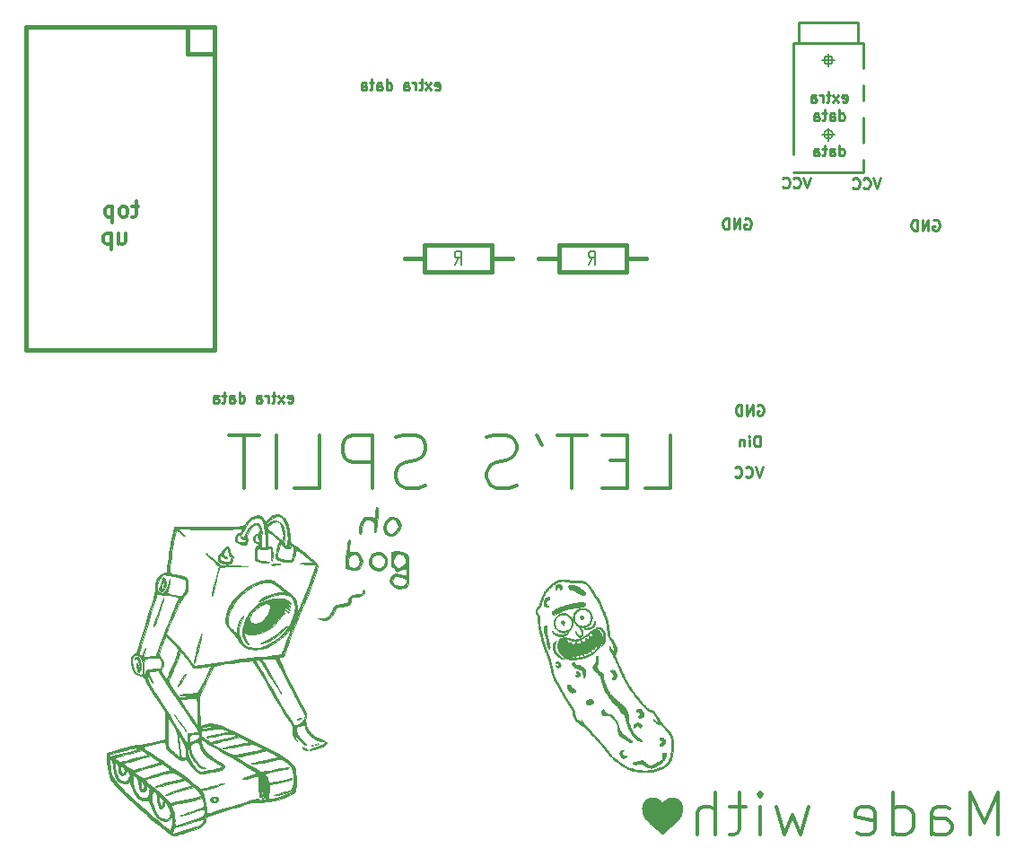
<source format=gbr>
G04 #@! TF.FileFunction,Legend,Bot*
%FSLAX46Y46*%
G04 Gerber Fmt 4.6, Leading zero omitted, Abs format (unit mm)*
G04 Created by KiCad (PCBNEW 4.0.7) date 08/30/18 17:20:36*
%MOMM*%
%LPD*%
G01*
G04 APERTURE LIST*
%ADD10C,0.100000*%
%ADD11C,0.250000*%
%ADD12C,0.300000*%
%ADD13C,0.254000*%
%ADD14C,0.127000*%
%ADD15C,0.010000*%
%ADD16C,0.381000*%
%ADD17C,0.150000*%
%ADD18C,0.203200*%
%ADD19C,0.304800*%
%ADD20C,0.457200*%
G04 APERTURE END LIST*
D10*
D11*
X132357690Y-46616881D02*
X132357690Y-45616881D01*
X132357690Y-46569262D02*
X132452928Y-46616881D01*
X132643405Y-46616881D01*
X132738643Y-46569262D01*
X132786262Y-46521643D01*
X132833881Y-46426405D01*
X132833881Y-46140690D01*
X132786262Y-46045452D01*
X132738643Y-45997833D01*
X132643405Y-45950214D01*
X132452928Y-45950214D01*
X132357690Y-45997833D01*
X131452928Y-46616881D02*
X131452928Y-46093071D01*
X131500547Y-45997833D01*
X131595785Y-45950214D01*
X131786262Y-45950214D01*
X131881500Y-45997833D01*
X131452928Y-46569262D02*
X131548166Y-46616881D01*
X131786262Y-46616881D01*
X131881500Y-46569262D01*
X131929119Y-46474024D01*
X131929119Y-46378786D01*
X131881500Y-46283548D01*
X131786262Y-46235929D01*
X131548166Y-46235929D01*
X131452928Y-46188310D01*
X131119595Y-45950214D02*
X130738643Y-45950214D01*
X130976738Y-45616881D02*
X130976738Y-46474024D01*
X130929119Y-46569262D01*
X130833881Y-46616881D01*
X130738643Y-46616881D01*
X129976737Y-46616881D02*
X129976737Y-46093071D01*
X130024356Y-45997833D01*
X130119594Y-45950214D01*
X130310071Y-45950214D01*
X130405309Y-45997833D01*
X129976737Y-46569262D02*
X130071975Y-46616881D01*
X130310071Y-46616881D01*
X130405309Y-46569262D01*
X130452928Y-46474024D01*
X130452928Y-46378786D01*
X130405309Y-46283548D01*
X130310071Y-46235929D01*
X130071975Y-46235929D01*
X129976737Y-46188310D01*
X94207555Y-40371662D02*
X94302793Y-40419281D01*
X94493270Y-40419281D01*
X94588508Y-40371662D01*
X94636127Y-40276424D01*
X94636127Y-39895471D01*
X94588508Y-39800233D01*
X94493270Y-39752614D01*
X94302793Y-39752614D01*
X94207555Y-39800233D01*
X94159936Y-39895471D01*
X94159936Y-39990710D01*
X94636127Y-40085948D01*
X93826603Y-40419281D02*
X93302793Y-39752614D01*
X93826603Y-39752614D02*
X93302793Y-40419281D01*
X93064698Y-39752614D02*
X92683746Y-39752614D01*
X92921841Y-39419281D02*
X92921841Y-40276424D01*
X92874222Y-40371662D01*
X92778984Y-40419281D01*
X92683746Y-40419281D01*
X92350412Y-40419281D02*
X92350412Y-39752614D01*
X92350412Y-39943090D02*
X92302793Y-39847852D01*
X92255174Y-39800233D01*
X92159936Y-39752614D01*
X92064697Y-39752614D01*
X91302792Y-40419281D02*
X91302792Y-39895471D01*
X91350411Y-39800233D01*
X91445649Y-39752614D01*
X91636126Y-39752614D01*
X91731364Y-39800233D01*
X91302792Y-40371662D02*
X91398030Y-40419281D01*
X91636126Y-40419281D01*
X91731364Y-40371662D01*
X91778983Y-40276424D01*
X91778983Y-40181186D01*
X91731364Y-40085948D01*
X91636126Y-40038329D01*
X91398030Y-40038329D01*
X91302792Y-39990710D01*
X89636125Y-40419281D02*
X89636125Y-39419281D01*
X89636125Y-40371662D02*
X89731363Y-40419281D01*
X89921840Y-40419281D01*
X90017078Y-40371662D01*
X90064697Y-40324043D01*
X90112316Y-40228805D01*
X90112316Y-39943090D01*
X90064697Y-39847852D01*
X90017078Y-39800233D01*
X89921840Y-39752614D01*
X89731363Y-39752614D01*
X89636125Y-39800233D01*
X88731363Y-40419281D02*
X88731363Y-39895471D01*
X88778982Y-39800233D01*
X88874220Y-39752614D01*
X89064697Y-39752614D01*
X89159935Y-39800233D01*
X88731363Y-40371662D02*
X88826601Y-40419281D01*
X89064697Y-40419281D01*
X89159935Y-40371662D01*
X89207554Y-40276424D01*
X89207554Y-40181186D01*
X89159935Y-40085948D01*
X89064697Y-40038329D01*
X88826601Y-40038329D01*
X88731363Y-39990710D01*
X88398030Y-39752614D02*
X88017078Y-39752614D01*
X88255173Y-39419281D02*
X88255173Y-40276424D01*
X88207554Y-40371662D01*
X88112316Y-40419281D01*
X88017078Y-40419281D01*
X87255172Y-40419281D02*
X87255172Y-39895471D01*
X87302791Y-39800233D01*
X87398029Y-39752614D01*
X87588506Y-39752614D01*
X87683744Y-39800233D01*
X87255172Y-40371662D02*
X87350410Y-40419281D01*
X87588506Y-40419281D01*
X87683744Y-40371662D01*
X87731363Y-40276424D01*
X87731363Y-40181186D01*
X87683744Y-40085948D01*
X87588506Y-40038329D01*
X87350410Y-40038329D01*
X87255172Y-39990710D01*
D12*
X147349976Y-110712024D02*
X147349976Y-106712024D01*
X146016643Y-109569167D01*
X144683309Y-106712024D01*
X144683309Y-110712024D01*
X141064261Y-110712024D02*
X141064261Y-108616786D01*
X141254738Y-108235833D01*
X141635690Y-108045357D01*
X142397595Y-108045357D01*
X142778547Y-108235833D01*
X141064261Y-110521548D02*
X141445214Y-110712024D01*
X142397595Y-110712024D01*
X142778547Y-110521548D01*
X142969023Y-110140595D01*
X142969023Y-109759643D01*
X142778547Y-109378690D01*
X142397595Y-109188214D01*
X141445214Y-109188214D01*
X141064261Y-108997738D01*
X137445213Y-110712024D02*
X137445213Y-106712024D01*
X137445213Y-110521548D02*
X137826166Y-110712024D01*
X138588070Y-110712024D01*
X138969023Y-110521548D01*
X139159499Y-110331071D01*
X139349975Y-109950119D01*
X139349975Y-108807262D01*
X139159499Y-108426310D01*
X138969023Y-108235833D01*
X138588070Y-108045357D01*
X137826166Y-108045357D01*
X137445213Y-108235833D01*
X134016642Y-110521548D02*
X134397594Y-110712024D01*
X135159499Y-110712024D01*
X135540451Y-110521548D01*
X135730927Y-110140595D01*
X135730927Y-108616786D01*
X135540451Y-108235833D01*
X135159499Y-108045357D01*
X134397594Y-108045357D01*
X134016642Y-108235833D01*
X133826165Y-108616786D01*
X133826165Y-108997738D01*
X135730927Y-109378690D01*
X129445213Y-108045357D02*
X128683309Y-110712024D01*
X127921404Y-108807262D01*
X127159499Y-110712024D01*
X126397594Y-108045357D01*
X124873785Y-110712024D02*
X124873785Y-108045357D01*
X124873785Y-106712024D02*
X125064261Y-106902500D01*
X124873785Y-107092976D01*
X124683309Y-106902500D01*
X124873785Y-106712024D01*
X124873785Y-107092976D01*
X123540452Y-108045357D02*
X122016642Y-108045357D01*
X122969023Y-106712024D02*
X122969023Y-110140595D01*
X122778547Y-110521548D01*
X122397594Y-110712024D01*
X122016642Y-110712024D01*
X120683309Y-110712024D02*
X120683309Y-106712024D01*
X118969023Y-110712024D02*
X118969023Y-108616786D01*
X119159500Y-108235833D01*
X119540452Y-108045357D01*
X120111880Y-108045357D01*
X120492833Y-108235833D01*
X120683309Y-108426310D01*
D11*
X124840881Y-74048881D02*
X124840881Y-73048881D01*
X124602786Y-73048881D01*
X124459928Y-73096500D01*
X124364690Y-73191738D01*
X124317071Y-73286976D01*
X124269452Y-73477452D01*
X124269452Y-73620310D01*
X124317071Y-73810786D01*
X124364690Y-73906024D01*
X124459928Y-74001262D01*
X124602786Y-74048881D01*
X124840881Y-74048881D01*
X123840881Y-74048881D02*
X123840881Y-73382214D01*
X123840881Y-73048881D02*
X123888500Y-73096500D01*
X123840881Y-73144119D01*
X123793262Y-73096500D01*
X123840881Y-73048881D01*
X123840881Y-73144119D01*
X123364691Y-73382214D02*
X123364691Y-74048881D01*
X123364691Y-73477452D02*
X123317072Y-73429833D01*
X123221834Y-73382214D01*
X123078976Y-73382214D01*
X122983738Y-73429833D01*
X122936119Y-73525071D01*
X122936119Y-74048881D01*
X80311215Y-69855982D02*
X80406453Y-69903601D01*
X80596930Y-69903601D01*
X80692168Y-69855982D01*
X80739787Y-69760744D01*
X80739787Y-69379791D01*
X80692168Y-69284553D01*
X80596930Y-69236934D01*
X80406453Y-69236934D01*
X80311215Y-69284553D01*
X80263596Y-69379791D01*
X80263596Y-69475030D01*
X80739787Y-69570268D01*
X79930263Y-69903601D02*
X79406453Y-69236934D01*
X79930263Y-69236934D02*
X79406453Y-69903601D01*
X79168358Y-69236934D02*
X78787406Y-69236934D01*
X79025501Y-68903601D02*
X79025501Y-69760744D01*
X78977882Y-69855982D01*
X78882644Y-69903601D01*
X78787406Y-69903601D01*
X78454072Y-69903601D02*
X78454072Y-69236934D01*
X78454072Y-69427410D02*
X78406453Y-69332172D01*
X78358834Y-69284553D01*
X78263596Y-69236934D01*
X78168357Y-69236934D01*
X77406452Y-69903601D02*
X77406452Y-69379791D01*
X77454071Y-69284553D01*
X77549309Y-69236934D01*
X77739786Y-69236934D01*
X77835024Y-69284553D01*
X77406452Y-69855982D02*
X77501690Y-69903601D01*
X77739786Y-69903601D01*
X77835024Y-69855982D01*
X77882643Y-69760744D01*
X77882643Y-69665506D01*
X77835024Y-69570268D01*
X77739786Y-69522649D01*
X77501690Y-69522649D01*
X77406452Y-69475030D01*
X75739785Y-69903601D02*
X75739785Y-68903601D01*
X75739785Y-69855982D02*
X75835023Y-69903601D01*
X76025500Y-69903601D01*
X76120738Y-69855982D01*
X76168357Y-69808363D01*
X76215976Y-69713125D01*
X76215976Y-69427410D01*
X76168357Y-69332172D01*
X76120738Y-69284553D01*
X76025500Y-69236934D01*
X75835023Y-69236934D01*
X75739785Y-69284553D01*
X74835023Y-69903601D02*
X74835023Y-69379791D01*
X74882642Y-69284553D01*
X74977880Y-69236934D01*
X75168357Y-69236934D01*
X75263595Y-69284553D01*
X74835023Y-69855982D02*
X74930261Y-69903601D01*
X75168357Y-69903601D01*
X75263595Y-69855982D01*
X75311214Y-69760744D01*
X75311214Y-69665506D01*
X75263595Y-69570268D01*
X75168357Y-69522649D01*
X74930261Y-69522649D01*
X74835023Y-69475030D01*
X74501690Y-69236934D02*
X74120738Y-69236934D01*
X74358833Y-68903601D02*
X74358833Y-69760744D01*
X74311214Y-69855982D01*
X74215976Y-69903601D01*
X74120738Y-69903601D01*
X73358832Y-69903601D02*
X73358832Y-69379791D01*
X73406451Y-69284553D01*
X73501689Y-69236934D01*
X73692166Y-69236934D01*
X73787404Y-69284553D01*
X73358832Y-69855982D02*
X73454070Y-69903601D01*
X73692166Y-69903601D01*
X73787404Y-69855982D01*
X73835023Y-69760744D01*
X73835023Y-69665506D01*
X73787404Y-69570268D01*
X73692166Y-69522649D01*
X73454070Y-69522649D01*
X73358832Y-69475030D01*
X124650404Y-70175500D02*
X124745642Y-70127881D01*
X124888499Y-70127881D01*
X125031357Y-70175500D01*
X125126595Y-70270738D01*
X125174214Y-70365976D01*
X125221833Y-70556452D01*
X125221833Y-70699310D01*
X125174214Y-70889786D01*
X125126595Y-70985024D01*
X125031357Y-71080262D01*
X124888499Y-71127881D01*
X124793261Y-71127881D01*
X124650404Y-71080262D01*
X124602785Y-71032643D01*
X124602785Y-70699310D01*
X124793261Y-70699310D01*
X124174214Y-71127881D02*
X124174214Y-70127881D01*
X123602785Y-71127881D01*
X123602785Y-70127881D01*
X123126595Y-71127881D02*
X123126595Y-70127881D01*
X122888500Y-70127881D01*
X122745642Y-70175500D01*
X122650404Y-70270738D01*
X122602785Y-70365976D01*
X122555166Y-70556452D01*
X122555166Y-70699310D01*
X122602785Y-70889786D01*
X122650404Y-70985024D01*
X122745642Y-71080262D01*
X122888500Y-71127881D01*
X123126595Y-71127881D01*
X125094833Y-75969881D02*
X124761500Y-76969881D01*
X124428166Y-75969881D01*
X123523404Y-76874643D02*
X123571023Y-76922262D01*
X123713880Y-76969881D01*
X123809118Y-76969881D01*
X123951976Y-76922262D01*
X124047214Y-76827024D01*
X124094833Y-76731786D01*
X124142452Y-76541310D01*
X124142452Y-76398452D01*
X124094833Y-76207976D01*
X124047214Y-76112738D01*
X123951976Y-76017500D01*
X123809118Y-75969881D01*
X123713880Y-75969881D01*
X123571023Y-76017500D01*
X123523404Y-76065119D01*
X122523404Y-76874643D02*
X122571023Y-76922262D01*
X122713880Y-76969881D01*
X122809118Y-76969881D01*
X122951976Y-76922262D01*
X123047214Y-76827024D01*
X123094833Y-76731786D01*
X123142452Y-76541310D01*
X123142452Y-76398452D01*
X123094833Y-76207976D01*
X123047214Y-76112738D01*
X122951976Y-76017500D01*
X122809118Y-75969881D01*
X122713880Y-75969881D01*
X122571023Y-76017500D01*
X122523404Y-76065119D01*
D12*
X114043738Y-77953905D02*
X116424691Y-77953905D01*
X116424691Y-72953905D01*
X112377072Y-75334857D02*
X110710405Y-75334857D01*
X109996119Y-77953905D02*
X112377072Y-77953905D01*
X112377072Y-72953905D01*
X109996119Y-72953905D01*
X108567548Y-72953905D02*
X105710405Y-72953905D01*
X107138976Y-77953905D02*
X107138976Y-72953905D01*
X103805643Y-72953905D02*
X104281833Y-73906286D01*
X101900881Y-77715810D02*
X101186595Y-77953905D01*
X99996119Y-77953905D01*
X99519929Y-77715810D01*
X99281833Y-77477714D01*
X99043738Y-77001524D01*
X99043738Y-76525333D01*
X99281833Y-76049143D01*
X99519929Y-75811048D01*
X99996119Y-75572952D01*
X100948500Y-75334857D01*
X101424691Y-75096762D01*
X101662786Y-74858667D01*
X101900881Y-74382476D01*
X101900881Y-73906286D01*
X101662786Y-73430095D01*
X101424691Y-73192000D01*
X100948500Y-72953905D01*
X99758024Y-72953905D01*
X99043738Y-73192000D01*
X93329452Y-77715810D02*
X92615166Y-77953905D01*
X91424690Y-77953905D01*
X90948500Y-77715810D01*
X90710404Y-77477714D01*
X90472309Y-77001524D01*
X90472309Y-76525333D01*
X90710404Y-76049143D01*
X90948500Y-75811048D01*
X91424690Y-75572952D01*
X92377071Y-75334857D01*
X92853262Y-75096762D01*
X93091357Y-74858667D01*
X93329452Y-74382476D01*
X93329452Y-73906286D01*
X93091357Y-73430095D01*
X92853262Y-73192000D01*
X92377071Y-72953905D01*
X91186595Y-72953905D01*
X90472309Y-73192000D01*
X88329452Y-77953905D02*
X88329452Y-72953905D01*
X86424690Y-72953905D01*
X85948499Y-73192000D01*
X85710404Y-73430095D01*
X85472309Y-73906286D01*
X85472309Y-74620571D01*
X85710404Y-75096762D01*
X85948499Y-75334857D01*
X86424690Y-75572952D01*
X88329452Y-75572952D01*
X80948499Y-77953905D02*
X83329452Y-77953905D01*
X83329452Y-72953905D01*
X79281833Y-77953905D02*
X79281833Y-72953905D01*
X77615167Y-72953905D02*
X74758024Y-72953905D01*
X76186595Y-77953905D02*
X76186595Y-72953905D01*
X66214286Y-51403571D02*
X65642857Y-51403571D01*
X66000000Y-50903571D02*
X66000000Y-52189286D01*
X65928572Y-52332143D01*
X65785714Y-52403571D01*
X65642857Y-52403571D01*
X64928571Y-52403571D02*
X65071429Y-52332143D01*
X65142857Y-52260714D01*
X65214286Y-52117857D01*
X65214286Y-51689286D01*
X65142857Y-51546429D01*
X65071429Y-51475000D01*
X64928571Y-51403571D01*
X64714286Y-51403571D01*
X64571429Y-51475000D01*
X64500000Y-51546429D01*
X64428571Y-51689286D01*
X64428571Y-52117857D01*
X64500000Y-52260714D01*
X64571429Y-52332143D01*
X64714286Y-52403571D01*
X64928571Y-52403571D01*
X63785714Y-51403571D02*
X63785714Y-52903571D01*
X63785714Y-51475000D02*
X63642857Y-51403571D01*
X63357143Y-51403571D01*
X63214286Y-51475000D01*
X63142857Y-51546429D01*
X63071428Y-51689286D01*
X63071428Y-52117857D01*
X63142857Y-52260714D01*
X63214286Y-52332143D01*
X63357143Y-52403571D01*
X63642857Y-52403571D01*
X63785714Y-52332143D01*
X64357143Y-53953571D02*
X64357143Y-54953571D01*
X65000000Y-53953571D02*
X65000000Y-54739286D01*
X64928572Y-54882143D01*
X64785714Y-54953571D01*
X64571429Y-54953571D01*
X64428572Y-54882143D01*
X64357143Y-54810714D01*
X63642857Y-53953571D02*
X63642857Y-55453571D01*
X63642857Y-54025000D02*
X63500000Y-53953571D01*
X63214286Y-53953571D01*
X63071429Y-54025000D01*
X63000000Y-54096429D01*
X62928571Y-54239286D01*
X62928571Y-54667857D01*
X63000000Y-54810714D01*
X63071429Y-54882143D01*
X63214286Y-54953571D01*
X63500000Y-54953571D01*
X63642857Y-54882143D01*
D11*
X132643405Y-41503262D02*
X132738643Y-41550881D01*
X132929120Y-41550881D01*
X133024358Y-41503262D01*
X133071977Y-41408024D01*
X133071977Y-41027071D01*
X133024358Y-40931833D01*
X132929120Y-40884214D01*
X132738643Y-40884214D01*
X132643405Y-40931833D01*
X132595786Y-41027071D01*
X132595786Y-41122310D01*
X133071977Y-41217548D01*
X132262453Y-41550881D02*
X131738643Y-40884214D01*
X132262453Y-40884214D02*
X131738643Y-41550881D01*
X131500548Y-40884214D02*
X131119596Y-40884214D01*
X131357691Y-40550881D02*
X131357691Y-41408024D01*
X131310072Y-41503262D01*
X131214834Y-41550881D01*
X131119596Y-41550881D01*
X130786262Y-41550881D02*
X130786262Y-40884214D01*
X130786262Y-41074690D02*
X130738643Y-40979452D01*
X130691024Y-40931833D01*
X130595786Y-40884214D01*
X130500547Y-40884214D01*
X129738642Y-41550881D02*
X129738642Y-41027071D01*
X129786261Y-40931833D01*
X129881499Y-40884214D01*
X130071976Y-40884214D01*
X130167214Y-40931833D01*
X129738642Y-41503262D02*
X129833880Y-41550881D01*
X130071976Y-41550881D01*
X130167214Y-41503262D01*
X130214833Y-41408024D01*
X130214833Y-41312786D01*
X130167214Y-41217548D01*
X130071976Y-41169929D01*
X129833880Y-41169929D01*
X129738642Y-41122310D01*
X132357690Y-43300881D02*
X132357690Y-42300881D01*
X132357690Y-43253262D02*
X132452928Y-43300881D01*
X132643405Y-43300881D01*
X132738643Y-43253262D01*
X132786262Y-43205643D01*
X132833881Y-43110405D01*
X132833881Y-42824690D01*
X132786262Y-42729452D01*
X132738643Y-42681833D01*
X132643405Y-42634214D01*
X132452928Y-42634214D01*
X132357690Y-42681833D01*
X131452928Y-43300881D02*
X131452928Y-42777071D01*
X131500547Y-42681833D01*
X131595785Y-42634214D01*
X131786262Y-42634214D01*
X131881500Y-42681833D01*
X131452928Y-43253262D02*
X131548166Y-43300881D01*
X131786262Y-43300881D01*
X131881500Y-43253262D01*
X131929119Y-43158024D01*
X131929119Y-43062786D01*
X131881500Y-42967548D01*
X131786262Y-42919929D01*
X131548166Y-42919929D01*
X131452928Y-42872310D01*
X131119595Y-42634214D02*
X130738643Y-42634214D01*
X130976738Y-42300881D02*
X130976738Y-43158024D01*
X130929119Y-43253262D01*
X130833881Y-43300881D01*
X130738643Y-43300881D01*
X129976737Y-43300881D02*
X129976737Y-42777071D01*
X130024356Y-42681833D01*
X130119594Y-42634214D01*
X130310071Y-42634214D01*
X130405309Y-42681833D01*
X129976737Y-43253262D02*
X130071975Y-43300881D01*
X130310071Y-43300881D01*
X130405309Y-43253262D01*
X130452928Y-43158024D01*
X130452928Y-43062786D01*
X130405309Y-42967548D01*
X130310071Y-42919929D01*
X130071975Y-42919929D01*
X129976737Y-42872310D01*
X123443904Y-52586000D02*
X123539142Y-52538381D01*
X123681999Y-52538381D01*
X123824857Y-52586000D01*
X123920095Y-52681238D01*
X123967714Y-52776476D01*
X124015333Y-52966952D01*
X124015333Y-53109810D01*
X123967714Y-53300286D01*
X123920095Y-53395524D01*
X123824857Y-53490762D01*
X123681999Y-53538381D01*
X123586761Y-53538381D01*
X123443904Y-53490762D01*
X123396285Y-53443143D01*
X123396285Y-53109810D01*
X123586761Y-53109810D01*
X122967714Y-53538381D02*
X122967714Y-52538381D01*
X122396285Y-53538381D01*
X122396285Y-52538381D01*
X121920095Y-53538381D02*
X121920095Y-52538381D01*
X121682000Y-52538381D01*
X121539142Y-52586000D01*
X121443904Y-52681238D01*
X121396285Y-52776476D01*
X121348666Y-52966952D01*
X121348666Y-53109810D01*
X121396285Y-53300286D01*
X121443904Y-53395524D01*
X121539142Y-53490762D01*
X121682000Y-53538381D01*
X121920095Y-53538381D01*
X129603333Y-48664881D02*
X129270000Y-49664881D01*
X128936666Y-48664881D01*
X128031904Y-49569643D02*
X128079523Y-49617262D01*
X128222380Y-49664881D01*
X128317618Y-49664881D01*
X128460476Y-49617262D01*
X128555714Y-49522024D01*
X128603333Y-49426786D01*
X128650952Y-49236310D01*
X128650952Y-49093452D01*
X128603333Y-48902976D01*
X128555714Y-48807738D01*
X128460476Y-48712500D01*
X128317618Y-48664881D01*
X128222380Y-48664881D01*
X128079523Y-48712500D01*
X128031904Y-48760119D01*
X127031904Y-49569643D02*
X127079523Y-49617262D01*
X127222380Y-49664881D01*
X127317618Y-49664881D01*
X127460476Y-49617262D01*
X127555714Y-49522024D01*
X127603333Y-49426786D01*
X127650952Y-49236310D01*
X127650952Y-49093452D01*
X127603333Y-48902976D01*
X127555714Y-48807738D01*
X127460476Y-48712500D01*
X127317618Y-48664881D01*
X127222380Y-48664881D01*
X127079523Y-48712500D01*
X127031904Y-48760119D01*
X136207333Y-48728381D02*
X135874000Y-49728381D01*
X135540666Y-48728381D01*
X134635904Y-49633143D02*
X134683523Y-49680762D01*
X134826380Y-49728381D01*
X134921618Y-49728381D01*
X135064476Y-49680762D01*
X135159714Y-49585524D01*
X135207333Y-49490286D01*
X135254952Y-49299810D01*
X135254952Y-49156952D01*
X135207333Y-48966476D01*
X135159714Y-48871238D01*
X135064476Y-48776000D01*
X134921618Y-48728381D01*
X134826380Y-48728381D01*
X134683523Y-48776000D01*
X134635904Y-48823619D01*
X133635904Y-49633143D02*
X133683523Y-49680762D01*
X133826380Y-49728381D01*
X133921618Y-49728381D01*
X134064476Y-49680762D01*
X134159714Y-49585524D01*
X134207333Y-49490286D01*
X134254952Y-49299810D01*
X134254952Y-49156952D01*
X134207333Y-48966476D01*
X134159714Y-48871238D01*
X134064476Y-48776000D01*
X133921618Y-48728381D01*
X133826380Y-48728381D01*
X133683523Y-48776000D01*
X133635904Y-48823619D01*
X141223904Y-52713000D02*
X141319142Y-52665381D01*
X141461999Y-52665381D01*
X141604857Y-52713000D01*
X141700095Y-52808238D01*
X141747714Y-52903476D01*
X141795333Y-53093952D01*
X141795333Y-53236810D01*
X141747714Y-53427286D01*
X141700095Y-53522524D01*
X141604857Y-53617762D01*
X141461999Y-53665381D01*
X141366761Y-53665381D01*
X141223904Y-53617762D01*
X141176285Y-53570143D01*
X141176285Y-53236810D01*
X141366761Y-53236810D01*
X140747714Y-53665381D02*
X140747714Y-52665381D01*
X140176285Y-53665381D01*
X140176285Y-52665381D01*
X139700095Y-53665381D02*
X139700095Y-52665381D01*
X139462000Y-52665381D01*
X139319142Y-52713000D01*
X139223904Y-52808238D01*
X139176285Y-52903476D01*
X139128666Y-53093952D01*
X139128666Y-53236810D01*
X139176285Y-53427286D01*
X139223904Y-53522524D01*
X139319142Y-53617762D01*
X139462000Y-53665381D01*
X139700095Y-53665381D01*
D13*
X128018540Y-36502340D02*
X128018540Y-36004500D01*
X128018540Y-36004500D02*
X128518920Y-36004500D01*
X128518920Y-36004500D02*
X134117080Y-36004500D01*
X134117080Y-36004500D02*
X134617460Y-36004500D01*
X134617460Y-36004500D02*
X134617460Y-36502340D01*
X128518920Y-36004500D02*
X128518920Y-34005520D01*
X128518920Y-34005520D02*
X134117080Y-34005520D01*
X134117080Y-34005520D02*
X134117080Y-36004500D01*
D14*
X131741868Y-37602160D02*
G75*
G03X131741868Y-37602160I-423868J0D01*
G01*
X131318000Y-37002720D02*
X131318000Y-38204140D01*
X131917440Y-37602160D02*
X130718560Y-37602160D01*
X131741868Y-44602400D02*
G75*
G03X131741868Y-44602400I-423868J0D01*
G01*
X131318000Y-44002960D02*
X131318000Y-45204380D01*
X131917440Y-44602400D02*
X130718560Y-44602400D01*
D15*
G36*
X78942366Y-80549145D02*
X78592505Y-80795209D01*
X78438881Y-80958472D01*
X78223425Y-81214527D01*
X78040803Y-80919038D01*
X77799522Y-80652915D01*
X77509599Y-80542727D01*
X77182456Y-80586089D01*
X76829514Y-80780613D01*
X76462196Y-81123914D01*
X76334988Y-81275455D01*
X76263826Y-81365976D01*
X76196912Y-81440717D01*
X76118325Y-81501168D01*
X76012147Y-81548818D01*
X75862457Y-81585158D01*
X75653335Y-81611677D01*
X75368863Y-81629866D01*
X74993119Y-81641213D01*
X74510184Y-81647209D01*
X73904139Y-81649343D01*
X73159064Y-81649107D01*
X72353143Y-81648093D01*
X69585787Y-81644902D01*
X69491405Y-82129201D01*
X69419081Y-82490175D01*
X69333161Y-82904950D01*
X69277866Y-83164704D01*
X69233584Y-83400996D01*
X69177365Y-83746081D01*
X69114711Y-84160510D01*
X69051125Y-84604834D01*
X68992109Y-85039602D01*
X68943164Y-85425366D01*
X68909794Y-85722675D01*
X68897500Y-85891805D01*
X68826559Y-85945808D01*
X68731113Y-85957833D01*
X68569600Y-86011371D01*
X68356638Y-86146384D01*
X68266627Y-86219567D01*
X67982582Y-86578833D01*
X67831380Y-87033399D01*
X67810526Y-87457113D01*
X67792108Y-87672237D01*
X67727088Y-88003152D01*
X67625203Y-88405962D01*
X67523272Y-88751833D01*
X67405349Y-89129922D01*
X67250684Y-89629262D01*
X67071839Y-90209110D01*
X66881374Y-90828719D01*
X66691849Y-91447345D01*
X66639439Y-91618838D01*
X66448555Y-92237296D01*
X66296604Y-92711800D01*
X66176228Y-93061278D01*
X66080069Y-93304660D01*
X66000769Y-93460873D01*
X65930970Y-93548847D01*
X65875815Y-93583285D01*
X65686827Y-93712106D01*
X65600648Y-93822214D01*
X65521163Y-94107873D01*
X65516986Y-94477950D01*
X65583335Y-94867670D01*
X65701333Y-95185496D01*
X65826642Y-95400961D01*
X65965624Y-95539694D01*
X66167743Y-95634116D01*
X66482465Y-95716648D01*
X66526833Y-95726559D01*
X66703533Y-95825659D01*
X66850896Y-96054856D01*
X66888525Y-96141514D01*
X66984987Y-96333122D01*
X67158111Y-96633032D01*
X67388801Y-97009891D01*
X67657961Y-97432345D01*
X67882912Y-97774215D01*
X68727275Y-99038833D01*
X68728167Y-101675567D01*
X67733333Y-101910054D01*
X67266586Y-102012575D01*
X66785276Y-102105768D01*
X66354347Y-102177666D01*
X66103500Y-102210392D01*
X65607697Y-102288916D01*
X65001021Y-102428779D01*
X64325734Y-102619037D01*
X63624093Y-102848748D01*
X63584667Y-102862632D01*
X63224833Y-102989838D01*
X63224833Y-103494405D01*
X63244587Y-103864681D01*
X63297536Y-104288135D01*
X63374212Y-104715967D01*
X63465147Y-105099376D01*
X63560872Y-105389563D01*
X63612466Y-105492270D01*
X63824237Y-105772766D01*
X64151542Y-106142450D01*
X64577540Y-106584911D01*
X65085390Y-107083742D01*
X65658249Y-107622534D01*
X66279276Y-108184878D01*
X66931630Y-108754367D01*
X67161637Y-108950141D01*
X67760694Y-109455678D01*
X68246346Y-109861236D01*
X68634141Y-110176585D01*
X68939626Y-110411493D01*
X69178351Y-110575730D01*
X69365864Y-110679066D01*
X69517712Y-110731269D01*
X69649444Y-110742110D01*
X69776609Y-110721357D01*
X69913500Y-110679203D01*
X70079640Y-110627904D01*
X70365879Y-110544201D01*
X70729043Y-110440579D01*
X71049430Y-110350759D01*
X71623697Y-110167254D01*
X72047152Y-109972616D01*
X72338303Y-109753499D01*
X72515655Y-109496557D01*
X72590617Y-109239315D01*
X72596866Y-109200234D01*
X72356124Y-109200234D01*
X72351718Y-109294085D01*
X72292894Y-109473889D01*
X72286807Y-109488793D01*
X72241321Y-109586637D01*
X72180774Y-109667768D01*
X72082976Y-109742058D01*
X71925733Y-109819383D01*
X71686854Y-109909616D01*
X71344147Y-110022631D01*
X70875420Y-110168301D01*
X70506167Y-110281060D01*
X70065783Y-110414940D01*
X69762018Y-110505420D01*
X69569501Y-110558429D01*
X69462862Y-110579898D01*
X69416732Y-110575757D01*
X69405741Y-110551937D01*
X69405500Y-110538344D01*
X69431858Y-110426934D01*
X69496394Y-110229817D01*
X69507175Y-110199677D01*
X69621640Y-109989839D01*
X69776292Y-109919081D01*
X69795979Y-109918500D01*
X69941450Y-109893250D01*
X70213001Y-109823898D01*
X70576116Y-109720037D01*
X70996281Y-109591261D01*
X71151864Y-109541616D01*
X71568152Y-109410436D01*
X71924026Y-109304095D01*
X72190117Y-109230916D01*
X72337057Y-109199225D01*
X72356124Y-109200234D01*
X72596866Y-109200234D01*
X72639149Y-108935813D01*
X74176158Y-108484592D01*
X74705318Y-108326617D01*
X75219933Y-108168250D01*
X75681430Y-108021705D01*
X76051237Y-107899199D01*
X76263500Y-107823540D01*
X76569758Y-107720245D01*
X76872836Y-107653504D01*
X77228327Y-107614705D01*
X77691821Y-107595238D01*
X77745167Y-107594045D01*
X78428221Y-107548795D01*
X79082226Y-107447734D01*
X79681689Y-107299250D01*
X80201117Y-107111732D01*
X80615017Y-106893567D01*
X80897895Y-106653144D01*
X80981185Y-106529292D01*
X81033379Y-106333226D01*
X81068061Y-106018129D01*
X81084642Y-105633455D01*
X81083757Y-105463493D01*
X80865061Y-105463493D01*
X80856340Y-105878241D01*
X80810255Y-106161515D01*
X80701103Y-106350770D01*
X80503180Y-106483464D01*
X80190783Y-106597054D01*
X80060400Y-106636083D01*
X79740635Y-106730661D01*
X79435220Y-106822514D01*
X79311500Y-106860414D01*
X79015167Y-106952240D01*
X79378162Y-106909864D01*
X79967468Y-106779837D01*
X80518000Y-106576512D01*
X80640105Y-106560318D01*
X80666167Y-106598248D01*
X80585933Y-106688983D01*
X80356668Y-106805405D01*
X79995529Y-106940715D01*
X79519674Y-107088110D01*
X79226833Y-107168802D01*
X78905161Y-107252610D01*
X78655179Y-107314839D01*
X78514478Y-107346264D01*
X78496865Y-107347945D01*
X78496852Y-107293833D01*
X78210833Y-107293833D01*
X78143649Y-107371897D01*
X78101394Y-107378500D01*
X78017551Y-107304073D01*
X77988230Y-107242441D01*
X77872167Y-107242441D01*
X77821812Y-107411817D01*
X77706973Y-107467715D01*
X77581988Y-107387159D01*
X77570562Y-107369970D01*
X77514779Y-107325468D01*
X77407246Y-107313147D01*
X77228030Y-107337355D01*
X76957199Y-107402439D01*
X76574820Y-107512747D01*
X76060960Y-107672628D01*
X75797833Y-107756666D01*
X74946906Y-108028474D01*
X74247109Y-108248912D01*
X73689121Y-108420731D01*
X73263623Y-108546686D01*
X72961294Y-108629528D01*
X72772813Y-108672013D01*
X72688860Y-108676891D01*
X72686333Y-108675712D01*
X72673298Y-108639713D01*
X72440150Y-108639713D01*
X72438501Y-108658900D01*
X72412964Y-108814120D01*
X72347724Y-108919090D01*
X72205183Y-109004516D01*
X71947740Y-109101102D01*
X71860833Y-109130654D01*
X71311829Y-109314550D01*
X70804788Y-109481614D01*
X70364339Y-109623960D01*
X70015113Y-109733706D01*
X69781738Y-109802968D01*
X69694868Y-109823946D01*
X69642077Y-109751261D01*
X69631933Y-109522997D01*
X69640858Y-109380147D01*
X69627483Y-108962440D01*
X69405500Y-108962440D01*
X69405500Y-109392624D01*
X69384475Y-109728382D01*
X69328696Y-110006717D01*
X69249105Y-110190901D01*
X69156645Y-110244202D01*
X69152200Y-110242881D01*
X69065412Y-110182510D01*
X68869036Y-110029295D01*
X68583080Y-109799383D01*
X68227549Y-109508921D01*
X67822451Y-109174057D01*
X67649888Y-109030356D01*
X67124500Y-108581782D01*
X66546023Y-108070919D01*
X65962604Y-107541381D01*
X65422391Y-107036780D01*
X65032776Y-106659689D01*
X64581899Y-106208115D01*
X64237876Y-105844111D01*
X63984293Y-105539152D01*
X63804733Y-105264712D01*
X63682781Y-104992267D01*
X63602019Y-104693290D01*
X63546033Y-104339258D01*
X63509670Y-104013055D01*
X63482419Y-103720662D01*
X63481928Y-103565124D01*
X63515965Y-103515030D01*
X63592300Y-103538970D01*
X63622972Y-103555016D01*
X63716099Y-103634964D01*
X63777179Y-103779830D01*
X63818022Y-104028711D01*
X63839966Y-104273389D01*
X63905025Y-104746751D01*
X64015941Y-105138679D01*
X64064965Y-105249023D01*
X64283368Y-105553328D01*
X64557459Y-105757461D01*
X64850677Y-105847161D01*
X65126462Y-105808169D01*
X65267335Y-105717996D01*
X65376821Y-105636767D01*
X65433873Y-105680916D01*
X65472106Y-105823829D01*
X65662133Y-106449870D01*
X65919059Y-106925919D01*
X66240710Y-107249648D01*
X66624912Y-107418731D01*
X66982242Y-107440585D01*
X67129787Y-107444357D01*
X67227570Y-107511106D01*
X67312287Y-107679090D01*
X67373533Y-107848507D01*
X67577808Y-108380807D01*
X67780598Y-108771329D01*
X68000267Y-109046461D01*
X68255175Y-109232593D01*
X68376954Y-109290489D01*
X68694251Y-109392368D01*
X68930448Y-109380796D01*
X69135600Y-109249431D01*
X69197876Y-109186470D01*
X69405500Y-108962440D01*
X69627483Y-108962440D01*
X69626821Y-108941768D01*
X69575438Y-108672013D01*
X69230490Y-108672013D01*
X69140741Y-108994451D01*
X69104366Y-109052994D01*
X68969113Y-109193835D01*
X68803874Y-109231661D01*
X68562041Y-109171059D01*
X68430968Y-109119261D01*
X68186851Y-108965440D01*
X67970015Y-108708066D01*
X67763409Y-108323053D01*
X67618200Y-107971166D01*
X67506859Y-107586875D01*
X67453173Y-107199725D01*
X67461168Y-106864510D01*
X67521692Y-106657285D01*
X67591786Y-106579492D01*
X67696822Y-106610047D01*
X67778740Y-106664156D01*
X67910616Y-106808764D01*
X67962800Y-107031690D01*
X67966639Y-107150467D01*
X67992340Y-107502212D01*
X68059621Y-107824435D01*
X68155152Y-108070975D01*
X68265602Y-108195669D01*
X68268850Y-108196985D01*
X68441123Y-108186468D01*
X68581856Y-108053620D01*
X68643360Y-107844670D01*
X68643500Y-107833799D01*
X68674539Y-107667748D01*
X68766304Y-107658358D01*
X68916768Y-107805013D01*
X69021448Y-107948487D01*
X69189501Y-108307033D01*
X69230490Y-108672013D01*
X69575438Y-108672013D01*
X69531437Y-108441021D01*
X69369726Y-107954779D01*
X69356089Y-107922759D01*
X69415980Y-107865437D01*
X69626777Y-107795767D01*
X69970969Y-107718986D01*
X70144309Y-107687064D01*
X70592757Y-107603408D01*
X71065245Y-107507057D01*
X71479950Y-107414922D01*
X71592378Y-107387777D01*
X72212923Y-107233447D01*
X72290878Y-107438485D01*
X72352609Y-107690191D01*
X72368833Y-107871950D01*
X72360256Y-107968468D01*
X72317206Y-108046148D01*
X72213708Y-108119054D01*
X72023786Y-108201245D01*
X71721463Y-108306784D01*
X71331667Y-108433396D01*
X70934376Y-108564097D01*
X70594294Y-108681863D01*
X70344830Y-108774704D01*
X70219396Y-108830630D01*
X70214067Y-108834457D01*
X70179346Y-108896472D01*
X70294682Y-108894375D01*
X70554004Y-108829612D01*
X70951240Y-108703632D01*
X71360120Y-108561223D01*
X71775770Y-108420790D01*
X72102943Y-108327321D01*
X72317044Y-108287144D01*
X72389324Y-108296457D01*
X72434209Y-108426551D01*
X72440150Y-108639713D01*
X72673298Y-108639713D01*
X72650593Y-108577013D01*
X72627560Y-108364109D01*
X72622833Y-108193203D01*
X72592100Y-107812809D01*
X72510785Y-107395833D01*
X72395213Y-107006202D01*
X72384074Y-106981306D01*
X72114833Y-106981306D01*
X72055918Y-107040915D01*
X71871500Y-107113961D01*
X71550074Y-107203813D01*
X71080135Y-107313835D01*
X70696667Y-107396275D01*
X70231567Y-107494379D01*
X69829065Y-107580233D01*
X69516301Y-107647971D01*
X69320415Y-107691725D01*
X69266092Y-107705524D01*
X69205062Y-107655069D01*
X69050919Y-107509865D01*
X69031596Y-107491074D01*
X68542474Y-107491074D01*
X68523158Y-107769273D01*
X68463942Y-107905604D01*
X68377709Y-108008055D01*
X68303629Y-107960251D01*
X68237199Y-107755316D01*
X68188159Y-107484333D01*
X68163568Y-107236648D01*
X68197422Y-107139294D01*
X68302121Y-107179650D01*
X68404000Y-107264622D01*
X68542474Y-107491074D01*
X69031596Y-107491074D01*
X68830079Y-107295107D01*
X68673425Y-107140240D01*
X68322207Y-106807427D01*
X67911130Y-106442168D01*
X67841453Y-106383842D01*
X67276240Y-106383842D01*
X67263906Y-106595286D01*
X67215446Y-106851355D01*
X67142509Y-107047478D01*
X67119539Y-107082120D01*
X66929604Y-107190690D01*
X66670826Y-107190491D01*
X66400991Y-107085177D01*
X66324223Y-107031830D01*
X66030059Y-106697707D01*
X65820791Y-106235443D01*
X65706567Y-105668837D01*
X65697136Y-105561138D01*
X65664449Y-105105731D01*
X65403992Y-105105731D01*
X65290394Y-105355257D01*
X65257761Y-105410000D01*
X65095134Y-105615792D01*
X64917672Y-105676573D01*
X64672539Y-105607803D01*
X64636507Y-105591780D01*
X64463036Y-105458160D01*
X64291377Y-105244757D01*
X64258070Y-105189613D01*
X64175519Y-104990608D01*
X64100019Y-104720922D01*
X64039006Y-104425140D01*
X63999918Y-104147851D01*
X63990189Y-103933640D01*
X64017257Y-103827096D01*
X64030064Y-103822500D01*
X64155502Y-103898485D01*
X64259621Y-104091779D01*
X64317847Y-104350388D01*
X64322807Y-104441899D01*
X64367946Y-104803803D01*
X64496937Y-105019972D01*
X64711034Y-105092493D01*
X64713566Y-105092500D01*
X64897493Y-105039271D01*
X65025769Y-104855539D01*
X65034089Y-104836243D01*
X65113668Y-104668428D01*
X65179238Y-104639548D01*
X65278279Y-104730761D01*
X65284002Y-104737076D01*
X65401197Y-104916707D01*
X65403992Y-105105731D01*
X65664449Y-105105731D01*
X65654810Y-104971444D01*
X65936825Y-105208744D01*
X66118769Y-105389931D01*
X66206764Y-105580711D01*
X66237948Y-105852763D01*
X66269203Y-106136021D01*
X66325568Y-106373136D01*
X66352590Y-106437991D01*
X66502981Y-106589201D01*
X66682997Y-106607383D01*
X66844885Y-106510130D01*
X66940891Y-106315032D01*
X66950167Y-106217849D01*
X66962395Y-106118011D01*
X66764352Y-106118011D01*
X66752288Y-106230100D01*
X66653704Y-106351838D01*
X66542704Y-106314697D01*
X66493559Y-106228575D01*
X66448179Y-106026381D01*
X66449799Y-105829316D01*
X66494228Y-105702253D01*
X66528649Y-105685166D01*
X66631589Y-105757412D01*
X66720069Y-105925845D01*
X66764352Y-106118011D01*
X66962395Y-106118011D01*
X66966697Y-106082895D01*
X67048005Y-106084889D01*
X67126501Y-106128949D01*
X67238534Y-106229484D01*
X67276240Y-106383842D01*
X67841453Y-106383842D01*
X67516885Y-106112153D01*
X67434109Y-106046357D01*
X67163220Y-105825312D01*
X66960253Y-105643025D01*
X66850422Y-105523180D01*
X66841443Y-105489640D01*
X66971618Y-105436811D01*
X67226036Y-105351953D01*
X67565358Y-105246804D01*
X67950248Y-105133102D01*
X68341368Y-105022584D01*
X68699380Y-104926987D01*
X68867220Y-104885191D01*
X69234583Y-104810116D01*
X69507821Y-104802795D01*
X69746413Y-104877428D01*
X70009837Y-105048212D01*
X70207474Y-105205134D01*
X70459115Y-105411352D01*
X69953474Y-105511241D01*
X69588661Y-105590647D01*
X69183583Y-105690511D01*
X68774985Y-105800322D01*
X68399608Y-105909568D01*
X68094198Y-106007736D01*
X67895498Y-106084315D01*
X67843400Y-106114914D01*
X67807599Y-106161992D01*
X67833375Y-106183232D01*
X67938942Y-106175276D01*
X68142513Y-106134767D01*
X68462299Y-106058348D01*
X68916514Y-105942661D01*
X69253810Y-105854921D01*
X69698336Y-105739576D01*
X70083711Y-105641077D01*
X70380880Y-105566731D01*
X70560788Y-105523845D01*
X70600358Y-105516254D01*
X70691546Y-105564316D01*
X70864654Y-105686904D01*
X70970297Y-105768612D01*
X71159280Y-105941632D01*
X71198711Y-106040953D01*
X71172439Y-106059621D01*
X71052238Y-106098393D01*
X70804174Y-106177825D01*
X70461740Y-106287212D01*
X70058427Y-106415845D01*
X69955833Y-106448538D01*
X69438829Y-106618994D01*
X69053731Y-106758310D01*
X68808297Y-106863149D01*
X68710285Y-106930179D01*
X68767456Y-106956062D01*
X68774733Y-106956219D01*
X68879352Y-106932759D01*
X69116353Y-106867266D01*
X69456492Y-106768200D01*
X69870520Y-106644018D01*
X70155155Y-106556996D01*
X71455144Y-106156720D01*
X71784989Y-106510331D01*
X71965826Y-106723539D01*
X72085633Y-106901860D01*
X72114833Y-106981306D01*
X72384074Y-106981306D01*
X72261711Y-106707842D01*
X72231428Y-106660617D01*
X72182720Y-106576866D01*
X72195490Y-106517231D01*
X72296808Y-106467514D01*
X72513748Y-106413516D01*
X72821219Y-106351296D01*
X73184802Y-106267882D01*
X73544874Y-106165206D01*
X73868562Y-106055361D01*
X74122991Y-105950441D01*
X74275289Y-105862540D01*
X74297925Y-105808036D01*
X74201036Y-105811397D01*
X74000410Y-105867942D01*
X73840341Y-105926319D01*
X73552779Y-106022827D01*
X73173730Y-106127918D01*
X72778499Y-106220954D01*
X72724040Y-106232275D01*
X72020914Y-106375537D01*
X71658359Y-106041345D01*
X71387669Y-105806640D01*
X71030868Y-105523506D01*
X70578047Y-105184797D01*
X70019294Y-104783369D01*
X69725987Y-104578455D01*
X69236167Y-104578455D01*
X69159779Y-104618686D01*
X68956619Y-104681768D01*
X68665692Y-104756031D01*
X68565234Y-104779173D01*
X68143363Y-104884069D01*
X67690359Y-105012257D01*
X67316401Y-105131935D01*
X67016043Y-105232632D01*
X66771070Y-105307015D01*
X66631795Y-105339868D01*
X66627702Y-105340197D01*
X66501707Y-105294094D01*
X66303918Y-105169573D01*
X66183202Y-105078329D01*
X65992251Y-104915064D01*
X65871490Y-104792948D01*
X65849500Y-104755983D01*
X65925197Y-104710797D01*
X66125323Y-104640845D01*
X66178014Y-104625844D01*
X64918167Y-104625844D01*
X64876882Y-104840633D01*
X64775394Y-104921303D01*
X64647257Y-104854505D01*
X64582479Y-104759399D01*
X64522960Y-104584064D01*
X64496869Y-104382395D01*
X64507581Y-104219865D01*
X64551667Y-104161166D01*
X64690389Y-104229957D01*
X64828600Y-104390393D01*
X64911955Y-104573573D01*
X64918167Y-104625844D01*
X66178014Y-104625844D01*
X66409432Y-104559960D01*
X66463333Y-104546077D01*
X66858490Y-104442957D01*
X67320611Y-104318172D01*
X67754123Y-104197554D01*
X67781254Y-104189841D01*
X68485341Y-103989336D01*
X68860754Y-104258937D01*
X69068321Y-104416380D01*
X69204658Y-104535865D01*
X69236167Y-104578455D01*
X69725987Y-104578455D01*
X69344700Y-104312076D01*
X68710692Y-103877729D01*
X68193160Y-103877729D01*
X68101657Y-103912975D01*
X67881399Y-103981375D01*
X67567454Y-104073229D01*
X67194886Y-104178841D01*
X66798764Y-104288510D01*
X66414153Y-104392538D01*
X66076121Y-104481226D01*
X65819734Y-104544877D01*
X65680058Y-104573792D01*
X65674391Y-104574360D01*
X65535233Y-104531324D01*
X65324716Y-104410155D01*
X65187558Y-104312381D01*
X64988445Y-104148318D01*
X64860010Y-104021315D01*
X64833500Y-103976978D01*
X64853875Y-103944045D01*
X64928350Y-103904687D01*
X65076946Y-103852929D01*
X65319686Y-103782793D01*
X65676594Y-103688303D01*
X66167690Y-103563482D01*
X66484500Y-103484165D01*
X67415833Y-103251733D01*
X67821979Y-103547248D01*
X68031618Y-103709001D01*
X68164990Y-103829985D01*
X68193160Y-103877729D01*
X68710692Y-103877729D01*
X68544353Y-103763774D01*
X67811967Y-103268315D01*
X67621304Y-103138512D01*
X67119500Y-103138512D01*
X67043063Y-103184836D01*
X66842274Y-103245522D01*
X66559915Y-103307734D01*
X66548000Y-103309984D01*
X66171451Y-103389389D01*
X65727317Y-103495663D01*
X65309958Y-103606196D01*
X65299167Y-103609248D01*
X64980735Y-103698831D01*
X64727096Y-103768923D01*
X64580526Y-103807884D01*
X64563173Y-103811871D01*
X64460129Y-103779061D01*
X64272224Y-103684081D01*
X64195130Y-103639959D01*
X64007216Y-103509879D01*
X63968188Y-103424697D01*
X63999791Y-103395723D01*
X64119163Y-103353628D01*
X64370459Y-103279517D01*
X64721331Y-103182474D01*
X65139433Y-103071581D01*
X65324704Y-103023726D01*
X66535575Y-102713424D01*
X66827537Y-102893867D01*
X67011089Y-103021677D01*
X67112482Y-103120195D01*
X67119500Y-103138512D01*
X67621304Y-103138512D01*
X67418912Y-103000724D01*
X67082652Y-102766292D01*
X66832095Y-102585792D01*
X66230500Y-102585792D01*
X66153419Y-102634914D01*
X65945313Y-102707711D01*
X65640891Y-102793116D01*
X65383833Y-102855682D01*
X64976573Y-102952796D01*
X64586224Y-103052203D01*
X64271562Y-103138671D01*
X64156167Y-103173852D01*
X63872392Y-103261903D01*
X63698762Y-103298176D01*
X63585837Y-103287523D01*
X63490961Y-103239120D01*
X63430530Y-103186898D01*
X63444672Y-103138353D01*
X63554895Y-103083546D01*
X63782712Y-103012538D01*
X64149633Y-102915391D01*
X64243254Y-102891531D01*
X64630017Y-102789989D01*
X65007552Y-102685312D01*
X65305781Y-102597044D01*
X65352936Y-102582046D01*
X65648554Y-102510493D01*
X65922805Y-102484805D01*
X66130940Y-102504790D01*
X66228209Y-102570259D01*
X66230500Y-102585792D01*
X66832095Y-102585792D01*
X66825182Y-102580812D01*
X66668502Y-102460076D01*
X66630774Y-102420337D01*
X66733505Y-102377319D01*
X66959876Y-102310137D01*
X67270684Y-102228071D01*
X67626719Y-102140402D01*
X67988778Y-102056413D01*
X68317653Y-101985384D01*
X68574137Y-101936597D01*
X68719026Y-101919333D01*
X68735556Y-101922066D01*
X68785510Y-102030212D01*
X68811696Y-102237693D01*
X68812833Y-102293759D01*
X68846269Y-102552664D01*
X68964151Y-102714320D01*
X69004590Y-102743335D01*
X69165865Y-102861726D01*
X69402787Y-103050275D01*
X69658459Y-103263431D01*
X69909721Y-103469832D01*
X70086923Y-103582674D01*
X70240230Y-103623472D01*
X70419806Y-103613741D01*
X70461536Y-103607882D01*
X70662933Y-103586206D01*
X70788762Y-103618412D01*
X70891033Y-103737500D01*
X71011463Y-103956816D01*
X71202437Y-104240497D01*
X71463274Y-104531375D01*
X71626706Y-104676896D01*
X71868099Y-104855824D01*
X72035052Y-104938641D01*
X72177276Y-104944383D01*
X72264410Y-104921110D01*
X72449102Y-104873210D01*
X72749645Y-104809451D01*
X73114630Y-104740410D01*
X73298761Y-104708306D01*
X73732887Y-104628100D01*
X74025148Y-104552724D01*
X74202069Y-104469153D01*
X74290175Y-104364363D01*
X74306117Y-104278497D01*
X74096495Y-104278497D01*
X73993024Y-104345632D01*
X73744427Y-104422254D01*
X73374145Y-104501745D01*
X73193460Y-104533485D01*
X72831827Y-104596498D01*
X72537172Y-104653404D01*
X72346541Y-104696721D01*
X72294706Y-104715072D01*
X72142543Y-104753541D01*
X71914126Y-104644466D01*
X71613065Y-104389619D01*
X71593934Y-104370879D01*
X71252299Y-103944038D01*
X71000845Y-103447281D01*
X70972775Y-103342072D01*
X70732881Y-103342072D01*
X70653308Y-103392602D01*
X70515709Y-103399166D01*
X70334229Y-103376037D01*
X70248985Y-103271924D01*
X70246454Y-103260431D01*
X70112869Y-103260431D01*
X70109710Y-103314500D01*
X70034695Y-103265224D01*
X69863579Y-103135112D01*
X69631169Y-102950741D01*
X69594804Y-102921369D01*
X69347854Y-102713935D01*
X69152196Y-102535734D01*
X69047147Y-102422730D01*
X69043552Y-102417107D01*
X69022708Y-102298099D01*
X69007525Y-102041120D01*
X68998897Y-101677468D01*
X68997720Y-101238439D01*
X69001218Y-100936504D01*
X69024500Y-99567032D01*
X69506944Y-100368909D01*
X69727290Y-100756113D01*
X69878365Y-101066249D01*
X69948835Y-101274697D01*
X69950455Y-101332476D01*
X69944575Y-101480332D01*
X69959195Y-101753261D01*
X69991342Y-102108640D01*
X70025251Y-102404333D01*
X70068739Y-102772507D01*
X70099001Y-103069248D01*
X70112869Y-103260431D01*
X70246454Y-103260431D01*
X70216397Y-103124000D01*
X70162589Y-102756008D01*
X70112354Y-102364704D01*
X70069592Y-101987429D01*
X70038205Y-101661526D01*
X70022093Y-101424338D01*
X70025157Y-101313206D01*
X70026914Y-101310197D01*
X70085633Y-101357313D01*
X70204089Y-101516840D01*
X70357070Y-101754704D01*
X70362945Y-101764368D01*
X70545767Y-102102524D01*
X70635867Y-102380937D01*
X70655652Y-102637166D01*
X70665571Y-102917991D01*
X70697278Y-103156236D01*
X70710766Y-103208666D01*
X70732881Y-103342072D01*
X70972775Y-103342072D01*
X70864770Y-102937273D01*
X70847888Y-102693132D01*
X70850942Y-102340833D01*
X71004503Y-102767135D01*
X71157840Y-103162223D01*
X71312865Y-103473702D01*
X71512602Y-103780348D01*
X71682962Y-104009393D01*
X71867280Y-104235434D01*
X72011134Y-104353448D01*
X72168444Y-104395998D01*
X72326500Y-104398010D01*
X72523500Y-104390085D01*
X72559236Y-104379265D01*
X72441758Y-104360294D01*
X72393619Y-104354189D01*
X72127548Y-104245749D01*
X71850650Y-104007879D01*
X71585933Y-103677071D01*
X71356405Y-103289811D01*
X71185073Y-102882591D01*
X71094948Y-102491900D01*
X71089084Y-102285292D01*
X71162605Y-102179185D01*
X71332932Y-102073030D01*
X71545436Y-101987053D01*
X71745485Y-101941480D01*
X71878450Y-101956539D01*
X71900830Y-101984744D01*
X71944793Y-102126528D01*
X72014849Y-102353070D01*
X72036256Y-102422375D01*
X72205333Y-102754434D01*
X72498080Y-103110083D01*
X72878955Y-103455251D01*
X73312416Y-103755867D01*
X73574015Y-103896435D01*
X73898829Y-104069114D01*
X74071376Y-104203426D01*
X74096495Y-104278497D01*
X74306117Y-104278497D01*
X74315990Y-104225327D01*
X74316167Y-104208700D01*
X74279732Y-104087422D01*
X74150859Y-103968864D01*
X73900199Y-103828946D01*
X73787000Y-103774567D01*
X73324636Y-103510208D01*
X72888952Y-103175923D01*
X72524980Y-102811129D01*
X72277747Y-102455238D01*
X72276152Y-102452123D01*
X72187240Y-102224752D01*
X72130002Y-101978829D01*
X72111203Y-101765922D01*
X72137607Y-101637596D01*
X72167156Y-101621166D01*
X72257154Y-101672193D01*
X72421936Y-101800599D01*
X72498287Y-101865963D01*
X72673374Y-101996310D01*
X72961489Y-102185113D01*
X73326886Y-102409960D01*
X73733818Y-102648438D01*
X73864131Y-102722371D01*
X74373672Y-103012448D01*
X74900617Y-103318440D01*
X75425195Y-103628244D01*
X75927636Y-103929759D01*
X76388169Y-104210882D01*
X76787023Y-104459509D01*
X77104429Y-104663540D01*
X77320616Y-104810870D01*
X77415813Y-104889399D01*
X77417806Y-104897749D01*
X77324736Y-104939270D01*
X77108129Y-105017658D01*
X76806120Y-105119422D01*
X76630362Y-105176338D01*
X76291719Y-105289369D01*
X76106020Y-105364521D01*
X76062530Y-105407314D01*
X76150124Y-105423256D01*
X76373592Y-105402050D01*
X76682525Y-105338967D01*
X76950823Y-105265254D01*
X77228107Y-105186989D01*
X77436095Y-105143285D01*
X77527681Y-105143124D01*
X77547111Y-105241052D01*
X77564673Y-105470366D01*
X77578027Y-105793120D01*
X77583557Y-106049870D01*
X77590140Y-106492918D01*
X77597964Y-106792659D01*
X77611146Y-106975097D01*
X77633803Y-107066233D01*
X77670053Y-107092069D01*
X77724013Y-107078609D01*
X77745167Y-107070451D01*
X77841608Y-107080109D01*
X77872070Y-107227907D01*
X77872167Y-107242441D01*
X77988230Y-107242441D01*
X77927516Y-107114825D01*
X77887006Y-106986110D01*
X77833746Y-106748524D01*
X77816584Y-106586600D01*
X77824743Y-106551034D01*
X77878087Y-106586268D01*
X77948207Y-106725327D01*
X78010698Y-106907789D01*
X78041154Y-107073229D01*
X78041500Y-107087678D01*
X78089013Y-107196766D01*
X78126167Y-107209166D01*
X78208373Y-107273595D01*
X78210833Y-107293833D01*
X78496852Y-107293833D01*
X78496844Y-107264341D01*
X78505858Y-107052397D01*
X78522086Y-106752758D01*
X78522636Y-106743500D01*
X78295500Y-106743500D01*
X78253167Y-106785833D01*
X78210833Y-106743500D01*
X78253167Y-106701166D01*
X78295500Y-106743500D01*
X78522636Y-106743500D01*
X78528127Y-106651192D01*
X78569691Y-105966219D01*
X79131096Y-105856627D01*
X79496265Y-105777620D01*
X79866712Y-105684552D01*
X80208580Y-105587658D01*
X80488011Y-105497171D01*
X80671147Y-105423326D01*
X80724133Y-105376356D01*
X80723260Y-105375370D01*
X80628323Y-105375690D01*
X80402584Y-105409178D01*
X80080020Y-105470003D01*
X79702181Y-105550633D01*
X79307968Y-105636870D01*
X78968099Y-105707143D01*
X78720167Y-105753946D01*
X78604359Y-105769833D01*
X78505437Y-105693508D01*
X78432798Y-105497809D01*
X78429682Y-105482007D01*
X78357713Y-105254535D01*
X78256941Y-105095907D01*
X78250926Y-105090640D01*
X78146208Y-104977342D01*
X78126167Y-104929492D01*
X78204239Y-104892698D01*
X78417370Y-104833897D01*
X78733928Y-104760895D01*
X79122283Y-104681495D01*
X79163333Y-104673602D01*
X79576901Y-104591834D01*
X79941434Y-104514780D01*
X80218089Y-104450982D01*
X80368020Y-104408982D01*
X80369833Y-104408276D01*
X80464494Y-104355124D01*
X80412489Y-104332595D01*
X80233335Y-104338812D01*
X79946552Y-104371899D01*
X79571659Y-104429979D01*
X79128174Y-104511175D01*
X78968976Y-104542952D01*
X78555124Y-104620539D01*
X78189119Y-104676814D01*
X77909457Y-104706685D01*
X77754635Y-104705061D01*
X77750833Y-104704053D01*
X77613223Y-104643493D01*
X77375281Y-104519167D01*
X77067993Y-104349228D01*
X76722348Y-104151825D01*
X76369334Y-103945109D01*
X76039941Y-103747231D01*
X75765155Y-103576341D01*
X75575965Y-103450591D01*
X75503360Y-103388131D01*
X75503308Y-103387613D01*
X75577678Y-103345024D01*
X75769034Y-103296904D01*
X75903667Y-103273646D01*
X76149198Y-103228397D01*
X76507483Y-103151637D01*
X76927451Y-103054702D01*
X77296918Y-102964374D01*
X78288003Y-102715181D01*
X78693918Y-102923420D01*
X79044200Y-103107796D01*
X79248875Y-103236578D01*
X79314782Y-103327892D01*
X79248758Y-103399865D01*
X79057640Y-103470624D01*
X78915792Y-103511639D01*
X78579321Y-103592808D01*
X78159420Y-103675721D01*
X77740995Y-103743776D01*
X77698276Y-103749700D01*
X77361742Y-103803399D01*
X77088123Y-103861876D01*
X76922390Y-103914985D01*
X76898500Y-103930122D01*
X76917006Y-103972076D01*
X77069761Y-103983820D01*
X77325084Y-103968916D01*
X77651292Y-103930923D01*
X78016703Y-103873402D01*
X78389635Y-103799914D01*
X78680023Y-103729918D01*
X79017294Y-103640862D01*
X79307931Y-103565397D01*
X79499729Y-103517046D01*
X79525219Y-103510987D01*
X79704007Y-103540196D01*
X79949467Y-103667295D01*
X80219448Y-103860435D01*
X80471801Y-104087766D01*
X80664376Y-104317441D01*
X80721006Y-104414536D01*
X80807375Y-104686046D01*
X80853879Y-105071644D01*
X80865061Y-105463493D01*
X81083757Y-105463493D01*
X81082532Y-105228658D01*
X81061141Y-104853191D01*
X81019881Y-104556510D01*
X81005408Y-104496872D01*
X80843593Y-104179085D01*
X80535268Y-103834130D01*
X80097350Y-103479172D01*
X79819500Y-103293490D01*
X79582804Y-103155254D01*
X79224707Y-102959626D01*
X78768412Y-102718222D01*
X78508129Y-102583219D01*
X77999167Y-102583219D01*
X77618070Y-102693829D01*
X77206118Y-102803339D01*
X76741540Y-102910925D01*
X76271377Y-103007309D01*
X75842674Y-103083210D01*
X75502471Y-103129350D01*
X75362009Y-103138860D01*
X75174468Y-103124046D01*
X74960668Y-103064123D01*
X74687896Y-102945852D01*
X74323438Y-102755994D01*
X74075623Y-102618274D01*
X73725069Y-102418900D01*
X73437033Y-102251496D01*
X73238712Y-102132135D01*
X73157302Y-102076893D01*
X73156781Y-102075191D01*
X73240403Y-102051342D01*
X73460603Y-101996036D01*
X73789033Y-101916200D01*
X74197344Y-101818756D01*
X74466666Y-101755239D01*
X75760166Y-101451477D01*
X76244666Y-101698413D01*
X76501709Y-101843712D01*
X76618804Y-101944246D01*
X76602167Y-101987948D01*
X76474160Y-102017089D01*
X76214714Y-102066391D01*
X75859608Y-102129355D01*
X75444623Y-102199478D01*
X75374585Y-102211006D01*
X74958306Y-102284144D01*
X74601407Y-102356020D01*
X74337894Y-102419118D01*
X74201774Y-102465925D01*
X74193485Y-102471982D01*
X74191010Y-102534825D01*
X74307741Y-102552500D01*
X74454169Y-102538339D01*
X74719378Y-102500064D01*
X75067947Y-102443985D01*
X75464450Y-102376412D01*
X75873465Y-102303657D01*
X76259568Y-102232029D01*
X76587335Y-102167839D01*
X76821343Y-102117397D01*
X76926168Y-102087014D01*
X76927803Y-102085752D01*
X77013757Y-102104581D01*
X77207849Y-102185767D01*
X77468809Y-102311975D01*
X77480188Y-102317783D01*
X77999167Y-102583219D01*
X78508129Y-102583219D01*
X78237125Y-102442656D01*
X77654050Y-102144545D01*
X77042391Y-101835504D01*
X76425355Y-101527147D01*
X76067173Y-101350178D01*
X75460989Y-101350178D01*
X75457944Y-101354278D01*
X75366858Y-101385972D01*
X75146322Y-101446398D01*
X74832048Y-101526939D01*
X74459751Y-101618978D01*
X74065141Y-101713899D01*
X73683934Y-101803087D01*
X73351841Y-101877923D01*
X73104575Y-101929792D01*
X72994309Y-101948677D01*
X72877253Y-101906270D01*
X72686979Y-101785973D01*
X72580500Y-101705833D01*
X72382200Y-101557068D01*
X72238943Y-101465644D01*
X72202673Y-101451833D01*
X72168667Y-101379827D01*
X72159625Y-101283904D01*
X71933858Y-101283904D01*
X71929957Y-101428745D01*
X71879398Y-101588662D01*
X71743933Y-101706042D01*
X71522167Y-101805141D01*
X71247712Y-101906318D01*
X71095746Y-101935996D01*
X71030069Y-101881766D01*
X71014483Y-101731225D01*
X71014167Y-101631041D01*
X71039341Y-101412306D01*
X71136101Y-101281252D01*
X71336298Y-101217085D01*
X71671787Y-101199007D01*
X71675957Y-101198989D01*
X71865839Y-101212618D01*
X71933858Y-101283904D01*
X72159625Y-101283904D01*
X72152899Y-101212566D01*
X72155759Y-101023184D01*
X72163942Y-100971425D01*
X71880660Y-100971425D01*
X71768440Y-101000438D01*
X71543041Y-101038066D01*
X71331667Y-101066353D01*
X70844833Y-101125351D01*
X70839854Y-101606092D01*
X70832218Y-101867968D01*
X70811351Y-101983453D01*
X70769666Y-101975397D01*
X70734021Y-101924829D01*
X70637827Y-101775492D01*
X70480247Y-101535987D01*
X70294409Y-101256649D01*
X70283885Y-101240919D01*
X70100959Y-100959092D01*
X69863582Y-100581293D01*
X69602915Y-100157645D01*
X69358246Y-99751922D01*
X69069673Y-99277233D01*
X68731379Y-98735390D01*
X68389153Y-98199069D01*
X68135572Y-97811166D01*
X67747353Y-97218842D01*
X67451038Y-96747989D01*
X67238552Y-96383411D01*
X67101820Y-96109911D01*
X67032768Y-95912291D01*
X67023320Y-95775357D01*
X67033388Y-95736833D01*
X67079909Y-95658355D01*
X67138701Y-95687505D01*
X67231561Y-95843702D01*
X67294714Y-95969666D01*
X67418159Y-96195222D01*
X67522683Y-96341146D01*
X67566064Y-96371833D01*
X67567381Y-96304849D01*
X67499063Y-96129449D01*
X67379193Y-95889900D01*
X67254645Y-95634818D01*
X67184337Y-95439322D01*
X67182333Y-95349460D01*
X67298593Y-95303545D01*
X67519416Y-95254363D01*
X67642947Y-95234396D01*
X68039395Y-95177839D01*
X69270951Y-97023669D01*
X69651912Y-97592715D01*
X70048021Y-98180984D01*
X70435442Y-98753315D01*
X70790335Y-99274545D01*
X71088864Y-99709514D01*
X71222664Y-99902498D01*
X71470216Y-100265503D01*
X71672592Y-100577595D01*
X71814459Y-100813866D01*
X71880487Y-100949409D01*
X71880660Y-100971425D01*
X72163942Y-100971425D01*
X72177636Y-100884816D01*
X72199500Y-100856731D01*
X72296015Y-100844061D01*
X72522412Y-100812244D01*
X72841020Y-100766617D01*
X73088500Y-100730805D01*
X73487627Y-100676315D01*
X73767323Y-100651237D01*
X73975047Y-100656311D01*
X74158256Y-100692274D01*
X74337333Y-100750216D01*
X74566949Y-100841001D01*
X74712541Y-100916792D01*
X74739500Y-100945228D01*
X74661252Y-100978914D01*
X74447835Y-101032460D01*
X74131239Y-101098678D01*
X73743454Y-101170381D01*
X73716892Y-101175000D01*
X73242127Y-101260244D01*
X72915163Y-101327420D01*
X72716153Y-101382293D01*
X72625250Y-101430626D01*
X72622608Y-101478183D01*
X72632668Y-101489889D01*
X72725112Y-101489119D01*
X72952847Y-101460898D01*
X73284877Y-101409763D01*
X73690207Y-101340253D01*
X73839237Y-101313235D01*
X74325126Y-101227159D01*
X74676385Y-101174394D01*
X74923905Y-101152515D01*
X75098575Y-101159099D01*
X75231286Y-101191719D01*
X75257340Y-101201909D01*
X75413923Y-101285367D01*
X75460989Y-101350178D01*
X76067173Y-101350178D01*
X75826144Y-101231092D01*
X75267964Y-100958952D01*
X74774019Y-100722343D01*
X74367514Y-100532882D01*
X74256598Y-100483883D01*
X73273802Y-100483883D01*
X73141332Y-100527351D01*
X72897666Y-100575907D01*
X72876833Y-100579319D01*
X72490513Y-100639436D01*
X72241766Y-100670311D01*
X72101576Y-100673061D01*
X72040924Y-100648802D01*
X72030167Y-100611905D01*
X72106440Y-100565411D01*
X72301944Y-100518707D01*
X72566702Y-100478152D01*
X72850739Y-100450105D01*
X73104078Y-100440926D01*
X73266803Y-100454550D01*
X73273802Y-100483883D01*
X74256598Y-100483883D01*
X74071654Y-100402182D01*
X73943079Y-100351966D01*
X73452463Y-100229005D01*
X72975391Y-100188244D01*
X72560996Y-100230938D01*
X72335070Y-100310869D01*
X72161548Y-100391911D01*
X72068953Y-100417192D01*
X72066636Y-100415858D01*
X72055511Y-100327951D01*
X72039359Y-100099335D01*
X72019849Y-99758501D01*
X72016547Y-99692358D01*
X71801227Y-99692358D01*
X71799601Y-100016430D01*
X71792510Y-100253256D01*
X71779373Y-100368704D01*
X71772273Y-100373230D01*
X71708070Y-100284184D01*
X71566971Y-100079514D01*
X71366144Y-99784401D01*
X71122753Y-99424030D01*
X70949259Y-99165833D01*
X70689208Y-98776477D01*
X70463328Y-98435283D01*
X70288162Y-98167479D01*
X70180254Y-97998293D01*
X70153950Y-97952996D01*
X70218426Y-97916970D01*
X70415246Y-97880763D01*
X70707533Y-97850370D01*
X70841271Y-97841280D01*
X71176119Y-97817484D01*
X71444930Y-97790539D01*
X71603736Y-97765140D01*
X71625035Y-97757583D01*
X71706241Y-97782662D01*
X71728832Y-97826966D01*
X71747767Y-97957808D01*
X71764730Y-98206179D01*
X71779140Y-98537948D01*
X71790414Y-98918987D01*
X71797971Y-99315167D01*
X71801227Y-99692358D01*
X72016547Y-99692358D01*
X71998650Y-99333940D01*
X71983442Y-98996177D01*
X71923251Y-97599500D01*
X72535483Y-96371833D01*
X72750813Y-95939407D01*
X72946054Y-95546136D01*
X73105708Y-95223329D01*
X73214275Y-95002297D01*
X73247998Y-94932500D01*
X73295605Y-94853390D01*
X73046167Y-94853390D01*
X73008705Y-94961101D01*
X72905396Y-95189872D01*
X72749859Y-95511231D01*
X72555711Y-95896708D01*
X72439908Y-96120930D01*
X71833650Y-97284792D01*
X70958242Y-97344460D01*
X70568813Y-97379072D01*
X70277141Y-97421299D01*
X70110891Y-97466466D01*
X70082833Y-97492391D01*
X70165635Y-97535333D01*
X70410933Y-97550927D01*
X70814074Y-97538903D01*
X70851518Y-97536825D01*
X71178206Y-97524810D01*
X71419965Y-97528772D01*
X71543776Y-97547460D01*
X71549919Y-97563280D01*
X71436326Y-97600971D01*
X71201150Y-97635735D01*
X70892100Y-97660813D01*
X70844735Y-97663209D01*
X70518827Y-97679817D01*
X70249902Y-97696040D01*
X70091097Y-97708638D01*
X70082534Y-97709676D01*
X69978277Y-97647407D01*
X69810341Y-97456475D01*
X69595568Y-97157182D01*
X69489867Y-96995293D01*
X69297432Y-96682812D01*
X69148305Y-96421197D01*
X69060976Y-96244084D01*
X69046444Y-96188630D01*
X69086495Y-96087059D01*
X69181122Y-95860826D01*
X69317360Y-95540550D01*
X69482245Y-95156850D01*
X69533277Y-95038763D01*
X69702165Y-94644271D01*
X69843651Y-94305837D01*
X69945433Y-94053495D01*
X69995212Y-93917278D01*
X69998167Y-93903604D01*
X70025619Y-93787401D01*
X70086088Y-93611607D01*
X70174008Y-93380358D01*
X70425436Y-93669596D01*
X70608638Y-93892899D01*
X70835811Y-94186938D01*
X71031939Y-94452543D01*
X71387016Y-94946253D01*
X71983758Y-94892604D01*
X72321474Y-94858896D01*
X72622551Y-94823078D01*
X72813333Y-94794333D01*
X72997449Y-94790900D01*
X73046167Y-94853390D01*
X73295605Y-94853390D01*
X73299653Y-94846665D01*
X73380092Y-94780027D01*
X73517271Y-94723924D01*
X73739146Y-94669692D01*
X74073672Y-94608670D01*
X74530724Y-94535034D01*
X75028099Y-94460119D01*
X75531060Y-94389926D01*
X75983898Y-94331899D01*
X76330902Y-94293478D01*
X76357297Y-94291032D01*
X77001427Y-94232828D01*
X77466204Y-94984830D01*
X77657929Y-95300991D01*
X77910367Y-95725981D01*
X78200887Y-96221228D01*
X78506859Y-96748157D01*
X78801451Y-97260833D01*
X79108833Y-97791324D01*
X79432530Y-98336745D01*
X79747466Y-98855743D01*
X80028565Y-99306965D01*
X80239148Y-99631778D01*
X80484009Y-100004459D01*
X80644719Y-100272507D01*
X80736250Y-100468579D01*
X80773571Y-100625332D01*
X80771653Y-100775424D01*
X80770046Y-100789908D01*
X80776738Y-101128632D01*
X80858072Y-101463575D01*
X80994455Y-101727840D01*
X81067350Y-101804894D01*
X81164635Y-101870895D01*
X81160901Y-101806392D01*
X81138868Y-101748166D01*
X81060006Y-101529685D01*
X80993497Y-101314260D01*
X80955478Y-101157963D01*
X80956133Y-101113166D01*
X81010634Y-101178248D01*
X81125286Y-101345759D01*
X81224767Y-101499958D01*
X81391910Y-101719641D01*
X81597386Y-101929271D01*
X81803966Y-102098134D01*
X81974419Y-102195513D01*
X82067587Y-102195301D01*
X82029590Y-102126318D01*
X81891229Y-101990370D01*
X81766267Y-101884892D01*
X81438234Y-101546669D01*
X81196064Y-101148517D01*
X81075332Y-100749451D01*
X81073723Y-100736011D01*
X81074468Y-100585917D01*
X81146801Y-100492674D01*
X81330991Y-100416051D01*
X81422252Y-100387836D01*
X81701429Y-100318723D01*
X81858274Y-100329670D01*
X81925290Y-100432180D01*
X81936167Y-100569721D01*
X82009349Y-100808163D01*
X82204467Y-101076734D01*
X82484876Y-101346185D01*
X82813930Y-101587263D01*
X83154986Y-101770718D01*
X83471399Y-101867297D01*
X83571565Y-101875166D01*
X83762210Y-101901292D01*
X83802991Y-101972431D01*
X83703891Y-102077727D01*
X83474898Y-102206326D01*
X83142667Y-102341434D01*
X82828099Y-102459146D01*
X82573772Y-102563697D01*
X82423520Y-102636777D01*
X82406067Y-102649109D01*
X82374872Y-102713251D01*
X82489045Y-102712990D01*
X82738229Y-102650429D01*
X83112064Y-102527670D01*
X83253225Y-102477145D01*
X83617096Y-102332884D01*
X83838444Y-102213363D01*
X83939775Y-102105400D01*
X83950969Y-102068460D01*
X83947216Y-101984515D01*
X83890487Y-101907588D01*
X83755185Y-101822048D01*
X83515713Y-101712263D01*
X83146476Y-101562604D01*
X83079167Y-101536084D01*
X82920542Y-101444020D01*
X82698517Y-101280673D01*
X82555445Y-101162399D01*
X82231036Y-100774463D01*
X82037802Y-100306955D01*
X81991019Y-99803676D01*
X82014782Y-99612362D01*
X82033957Y-99483682D01*
X82033135Y-99377500D01*
X81926507Y-99377500D01*
X81829538Y-99735988D01*
X81742858Y-99977427D01*
X81612491Y-100116786D01*
X81389868Y-100216137D01*
X81105585Y-100309269D01*
X80937621Y-100336123D01*
X80846443Y-100296627D01*
X80801395Y-100215077D01*
X80735806Y-100092424D01*
X80597515Y-99863026D01*
X80407619Y-99561122D01*
X80214521Y-99262577D01*
X79935873Y-98824059D01*
X79625051Y-98314437D01*
X79329398Y-97812114D01*
X79184727Y-97557166D01*
X78949558Y-97140354D01*
X78661395Y-96637789D01*
X78354510Y-96108833D01*
X78063177Y-95612849D01*
X78025078Y-95548572D01*
X77741545Y-95069679D01*
X77536436Y-94716965D01*
X77401497Y-94471141D01*
X77328477Y-94312917D01*
X77309123Y-94223005D01*
X77335180Y-94182116D01*
X77398397Y-94170959D01*
X77435466Y-94170500D01*
X77520741Y-94184814D01*
X77612870Y-94238567D01*
X77724037Y-94347976D01*
X77866426Y-94529254D01*
X78052220Y-94798618D01*
X78293605Y-95172283D01*
X78602763Y-95666465D01*
X78803219Y-95990833D01*
X79062872Y-96408732D01*
X79296587Y-96778614D01*
X79488138Y-97075293D01*
X79621297Y-97273579D01*
X79675966Y-97345500D01*
X79701071Y-97345187D01*
X79643425Y-97232372D01*
X79630714Y-97211527D01*
X79536373Y-97051185D01*
X79382695Y-96781566D01*
X79191836Y-96441829D01*
X79007903Y-96110861D01*
X78775644Y-95695860D01*
X78533674Y-95271989D01*
X78315306Y-94897205D01*
X78191430Y-94690347D01*
X78036792Y-94428770D01*
X77928819Y-94229875D01*
X77887525Y-94130905D01*
X77888542Y-94126729D01*
X77979395Y-94111083D01*
X78195834Y-94092703D01*
X78494226Y-94075167D01*
X78549500Y-94072548D01*
X79184500Y-94043500D01*
X79592225Y-94890166D01*
X79752992Y-95216167D01*
X79975641Y-95656563D01*
X80242213Y-96176418D01*
X80534750Y-96740797D01*
X80835294Y-97314766D01*
X80963229Y-97557166D01*
X81926507Y-99377500D01*
X82033135Y-99377500D01*
X82032994Y-99359367D01*
X82002447Y-99215381D01*
X81932873Y-99027687D01*
X81814829Y-98772251D01*
X81638871Y-98425036D01*
X81395554Y-97962005D01*
X81282942Y-97749695D01*
X80935680Y-97088736D01*
X80605803Y-96447643D01*
X80301663Y-95843774D01*
X80031613Y-95294485D01*
X79804006Y-94817134D01*
X79627194Y-94429078D01*
X79509530Y-94147674D01*
X79459366Y-93990279D01*
X79461315Y-93964241D01*
X79575300Y-93926039D01*
X79697553Y-93916500D01*
X79865793Y-93869529D01*
X79931372Y-93798392D01*
X79976021Y-93676058D01*
X80064363Y-93429548D01*
X80183722Y-93094363D01*
X80321425Y-92706002D01*
X80325042Y-92695780D01*
X80455669Y-92341778D01*
X80639042Y-91866205D01*
X80861537Y-91303274D01*
X81109530Y-90687200D01*
X81369398Y-90052196D01*
X81567544Y-89575388D01*
X81938538Y-88676082D01*
X82267170Y-87852908D01*
X82548922Y-87118377D01*
X82779277Y-86485000D01*
X82953716Y-85965291D01*
X83067722Y-85571761D01*
X83116776Y-85316921D01*
X83118402Y-85280500D01*
X83097233Y-85195833D01*
X82941379Y-85195833D01*
X82782331Y-85767333D01*
X82650629Y-86209176D01*
X82490730Y-86682804D01*
X82291597Y-87217755D01*
X82042196Y-87843564D01*
X81731489Y-88589769D01*
X81699754Y-88664755D01*
X81216500Y-89805343D01*
X81169689Y-89207147D01*
X81162222Y-89154616D01*
X80997570Y-89154616D01*
X80964631Y-89715824D01*
X80798779Y-90293415D01*
X80513513Y-90867724D01*
X80122327Y-91419088D01*
X79638720Y-91927841D01*
X79076188Y-92374320D01*
X78448229Y-92738859D01*
X77914500Y-92956064D01*
X77609946Y-93018033D01*
X77228188Y-93041338D01*
X77039728Y-93036146D01*
X76713869Y-93003534D01*
X76494563Y-92939994D01*
X76319292Y-92824020D01*
X76256346Y-92766646D01*
X76062743Y-92537386D01*
X75877455Y-92250364D01*
X75828861Y-92157478D01*
X75699338Y-91718879D01*
X75710769Y-91219743D01*
X75864102Y-90647592D01*
X75962193Y-90402833D01*
X76071102Y-90143243D01*
X76111034Y-90019794D01*
X76084928Y-90015326D01*
X76015964Y-90088804D01*
X75874533Y-90309717D01*
X75727594Y-90624749D01*
X75600485Y-90968241D01*
X75518542Y-91274534D01*
X75501500Y-91422009D01*
X75482434Y-91575148D01*
X75414326Y-91612605D01*
X75280812Y-91528508D01*
X75065527Y-91316981D01*
X74993480Y-91239672D01*
X74798904Y-91021504D01*
X74694791Y-90859303D01*
X74658311Y-90686273D01*
X74666632Y-90435617D01*
X74676338Y-90311783D01*
X74799396Y-89744097D01*
X75064384Y-89163959D01*
X75448186Y-88596786D01*
X75927690Y-88067995D01*
X76479779Y-87603006D01*
X77081339Y-87227236D01*
X77709257Y-86966103D01*
X77722510Y-86962047D01*
X78114780Y-86861493D01*
X78433190Y-86837386D01*
X78726079Y-86900277D01*
X79041787Y-87060716D01*
X79428654Y-87329255D01*
X79438500Y-87336584D01*
X80031167Y-87778166D01*
X79480833Y-87830178D01*
X78800555Y-87969226D01*
X78136436Y-88243786D01*
X77809245Y-88439293D01*
X77602109Y-88594990D01*
X77542085Y-88674134D01*
X77621552Y-88668949D01*
X77832885Y-88571660D01*
X77902035Y-88533934D01*
X78559609Y-88227346D01*
X79195621Y-88048606D01*
X79787020Y-88001486D01*
X80310755Y-88089754D01*
X80406332Y-88124377D01*
X80645453Y-88252029D01*
X80797639Y-88436307D01*
X80884099Y-88629457D01*
X80997570Y-89154616D01*
X81162222Y-89154616D01*
X81105510Y-88755679D01*
X80997071Y-88419874D01*
X80957377Y-88347561D01*
X80829779Y-88201207D01*
X80595496Y-87982406D01*
X80285061Y-87717937D01*
X79929005Y-87434577D01*
X79832137Y-87360669D01*
X79452807Y-87075472D01*
X79176813Y-86876937D01*
X78972592Y-86749369D01*
X78808585Y-86677075D01*
X78653231Y-86644360D01*
X78474968Y-86635529D01*
X78373173Y-86635166D01*
X77785634Y-86712804D01*
X77176295Y-86931068D01*
X76570631Y-87267983D01*
X75994116Y-87701576D01*
X75472225Y-88209871D01*
X75030432Y-88770895D01*
X74694213Y-89362672D01*
X74489041Y-89963229D01*
X74483178Y-89990684D01*
X74429853Y-90340611D01*
X74444463Y-90628475D01*
X74542285Y-90899262D01*
X74738599Y-91197958D01*
X75000842Y-91514892D01*
X75260259Y-91822733D01*
X75503709Y-92128722D01*
X75688722Y-92379003D01*
X75726261Y-92434833D01*
X75935499Y-92697694D01*
X76185748Y-92934022D01*
X76252666Y-92983760D01*
X76436633Y-93093272D01*
X76626571Y-93156862D01*
X76877031Y-93186098D01*
X77237167Y-93192562D01*
X77592875Y-93184065D01*
X77866549Y-93149355D01*
X78126577Y-93071894D01*
X78441346Y-92935143D01*
X78584047Y-92866851D01*
X78973443Y-92656954D01*
X79328297Y-92412235D01*
X79700248Y-92094311D01*
X79966284Y-91839468D01*
X80234656Y-91580921D01*
X80446598Y-91388799D01*
X80581633Y-91280754D01*
X80619284Y-91274441D01*
X80618041Y-91277585D01*
X80567662Y-91407459D01*
X80473255Y-91662098D01*
X80347573Y-92006736D01*
X80203365Y-92406609D01*
X80178072Y-92477166D01*
X80029937Y-92878355D01*
X79893670Y-93224836D01*
X79782892Y-93483502D01*
X79711226Y-93621245D01*
X79703434Y-93630738D01*
X79591309Y-93669473D01*
X79339750Y-93717721D01*
X78978084Y-93771078D01*
X78535639Y-93825142D01*
X78126167Y-93867579D01*
X77488801Y-93933623D01*
X76761758Y-94017186D01*
X76022544Y-94108894D01*
X75348664Y-94199370D01*
X75162833Y-94226040D01*
X74578258Y-94311352D01*
X73954934Y-94401901D01*
X73352102Y-94489108D01*
X72829003Y-94564393D01*
X72622833Y-94593890D01*
X72217791Y-94651803D01*
X71875743Y-94700949D01*
X71630383Y-94736467D01*
X71515406Y-94753502D01*
X71512251Y-94754023D01*
X71439583Y-94695152D01*
X71312493Y-94534920D01*
X71230945Y-94417037D01*
X71023090Y-94130985D01*
X70725186Y-93758362D01*
X70366183Y-93333064D01*
X70311200Y-93270640D01*
X69998124Y-93270640D01*
X69963916Y-93426765D01*
X69872521Y-93692984D01*
X69740669Y-94027044D01*
X69585091Y-94386689D01*
X69422516Y-94729664D01*
X69412799Y-94748999D01*
X69260527Y-95075696D01*
X69125537Y-95407274D01*
X69062017Y-95592095D01*
X68961182Y-95836813D01*
X68847511Y-95920169D01*
X68712419Y-95841198D01*
X68547318Y-95598931D01*
X68509431Y-95529843D01*
X68394591Y-95297656D01*
X68360638Y-95157182D01*
X68399829Y-95055847D01*
X68433634Y-95015176D01*
X68542736Y-94780980D01*
X68545297Y-94689626D01*
X68374447Y-94689626D01*
X68347167Y-94974833D01*
X67740246Y-95029064D01*
X67373323Y-95067722D01*
X67137616Y-95115010D01*
X66995183Y-95187238D01*
X66908081Y-95300713D01*
X66862373Y-95406391D01*
X66796719Y-95558379D01*
X66761762Y-95609672D01*
X66751539Y-95531215D01*
X66743605Y-95321133D01*
X66739105Y-95017129D01*
X66738500Y-94843893D01*
X66738464Y-94790541D01*
X66651977Y-94790541D01*
X66636208Y-95158655D01*
X66595572Y-95434914D01*
X66535782Y-95588576D01*
X66499792Y-95609833D01*
X66405810Y-95584846D01*
X66221964Y-95524247D01*
X66208875Y-95519698D01*
X65986599Y-95362105D01*
X65801241Y-95087529D01*
X65668491Y-94746987D01*
X65604040Y-94391495D01*
X65623578Y-94072067D01*
X65705509Y-93883085D01*
X65881971Y-93766809D01*
X66112666Y-93773897D01*
X66346924Y-93894784D01*
X66476127Y-94028541D01*
X66587054Y-94230467D01*
X66640829Y-94488542D01*
X66651977Y-94790541D01*
X66738464Y-94790541D01*
X66738254Y-94482944D01*
X66757148Y-94246283D01*
X66824626Y-94105870D01*
X66970134Y-94033664D01*
X67223119Y-94001622D01*
X67613026Y-93981704D01*
X67645582Y-93980071D01*
X67949485Y-93968539D01*
X68128571Y-93981434D01*
X68226982Y-94031937D01*
X68288860Y-94133227D01*
X68307862Y-94177810D01*
X68366958Y-94428027D01*
X68374447Y-94689626D01*
X68545297Y-94689626D01*
X68551343Y-94473978D01*
X68464363Y-94153896D01*
X68346113Y-93949926D01*
X68214427Y-93758633D01*
X68178734Y-93610621D01*
X68225411Y-93420106D01*
X68250727Y-93349267D01*
X68442313Y-92828298D01*
X68586108Y-92448882D01*
X68689749Y-92192566D01*
X68760871Y-92040898D01*
X68807109Y-91975424D01*
X68821788Y-91969166D01*
X68909205Y-92028888D01*
X69073832Y-92185577D01*
X69285196Y-92405518D01*
X69512825Y-92654995D01*
X69726243Y-92900294D01*
X69894978Y-93107698D01*
X69988557Y-93243494D01*
X69998124Y-93270640D01*
X70311200Y-93270640D01*
X69975035Y-92888987D01*
X69580694Y-92460025D01*
X69379998Y-92250084D01*
X68871459Y-91726669D01*
X69105625Y-91064751D01*
X69327756Y-90473710D01*
X69568366Y-89897017D01*
X69813653Y-89363001D01*
X70049812Y-88899992D01*
X70263039Y-88536317D01*
X70385280Y-88372852D01*
X69997607Y-88372852D01*
X69937492Y-88586060D01*
X69793422Y-88936132D01*
X69703673Y-89133475D01*
X69589871Y-89393920D01*
X69429398Y-89782019D01*
X69234343Y-90266617D01*
X69016795Y-90816558D01*
X68788845Y-91400684D01*
X68562581Y-91987842D01*
X68350094Y-92546873D01*
X68163473Y-93046623D01*
X68014806Y-93455934D01*
X67923318Y-93721645D01*
X67824868Y-93783941D01*
X67601861Y-93833257D01*
X67398995Y-93853803D01*
X67113295Y-93873185D01*
X66890211Y-93891088D01*
X66802000Y-93900490D01*
X66704345Y-93869696D01*
X66696167Y-93842478D01*
X66722381Y-93723414D01*
X66788474Y-93509766D01*
X66824071Y-93405937D01*
X66906361Y-93138994D01*
X66919575Y-93022384D01*
X66874903Y-93057339D01*
X66783534Y-93245093D01*
X66724465Y-93394967D01*
X66628510Y-93635362D01*
X66556851Y-93742991D01*
X66480095Y-93745683D01*
X66404598Y-93697847D01*
X66330247Y-93635025D01*
X66295254Y-93558809D01*
X66302353Y-93433306D01*
X66354280Y-93222623D01*
X66453769Y-92890868D01*
X66470153Y-92837579D01*
X66565865Y-92523528D01*
X66697923Y-92086067D01*
X66854631Y-91564159D01*
X67024292Y-90996769D01*
X67195210Y-90422860D01*
X67213736Y-90360500D01*
X67418462Y-89671003D01*
X67580575Y-89126876D01*
X67706061Y-88711279D01*
X67800909Y-88407371D01*
X67871106Y-88198314D01*
X67922641Y-88067268D01*
X67961501Y-87997393D01*
X67993675Y-87971850D01*
X68025150Y-87973800D01*
X68058332Y-87985303D01*
X68209449Y-88009578D01*
X68458262Y-88028516D01*
X68601167Y-88034084D01*
X69066811Y-88080811D01*
X69613253Y-88191436D01*
X69975693Y-88290539D01*
X69997607Y-88372852D01*
X70385280Y-88372852D01*
X70439531Y-88300307D01*
X70465124Y-88274698D01*
X70709904Y-87960218D01*
X70847686Y-87640574D01*
X70896957Y-87328276D01*
X70898664Y-87056657D01*
X70729274Y-87056657D01*
X70701673Y-87394927D01*
X70607870Y-87725576D01*
X70452478Y-87996320D01*
X70440007Y-88011000D01*
X70323968Y-88108526D01*
X70171501Y-88149255D01*
X69945651Y-88133698D01*
X69609469Y-88062370D01*
X69460055Y-88024623D01*
X69187726Y-87951865D01*
X68991338Y-87895004D01*
X68917555Y-87868290D01*
X68932614Y-87784672D01*
X68997560Y-87603304D01*
X69023389Y-87539885D01*
X69105583Y-87246149D01*
X69141795Y-86920923D01*
X69141602Y-86870719D01*
X69131705Y-86508166D01*
X69055804Y-86973833D01*
X68938913Y-87416652D01*
X68758682Y-87720293D01*
X68521891Y-87874513D01*
X68449928Y-87889112D01*
X68227878Y-87847821D01*
X68075189Y-87686034D01*
X67994546Y-87438907D01*
X67988632Y-87141594D01*
X68060130Y-86829253D01*
X68211724Y-86537039D01*
X68335672Y-86392307D01*
X68607448Y-86128891D01*
X69535641Y-86304736D01*
X69919899Y-86383219D01*
X70246582Y-86460513D01*
X70477039Y-86526818D01*
X70567426Y-86566381D01*
X70686062Y-86763047D01*
X70729274Y-87056657D01*
X70898664Y-87056657D01*
X70899118Y-86984536D01*
X70858580Y-86671332D01*
X70779757Y-86450641D01*
X70761128Y-86424658D01*
X70641046Y-86361753D01*
X70402566Y-86289890D01*
X70094981Y-86223656D01*
X70062739Y-86217977D01*
X69675245Y-86153145D01*
X69407995Y-86095621D01*
X69242915Y-86016060D01*
X69161932Y-85885116D01*
X69146970Y-85673446D01*
X69179957Y-85351705D01*
X69242818Y-84890548D01*
X69243230Y-84887439D01*
X69299609Y-84490067D01*
X69369498Y-84039200D01*
X69447431Y-83565550D01*
X69527940Y-83099832D01*
X69605561Y-82672760D01*
X69674827Y-82315048D01*
X69730271Y-82057409D01*
X69766428Y-81930559D01*
X69770679Y-81923765D01*
X69840674Y-81962543D01*
X70001400Y-82085293D01*
X70191666Y-82243143D01*
X70435324Y-82437868D01*
X70562102Y-82511223D01*
X70567899Y-82468147D01*
X70448616Y-82313582D01*
X70281671Y-82134695D01*
X69972509Y-81818084D01*
X72207838Y-81863276D01*
X72857197Y-81872871D01*
X73496457Y-81875864D01*
X74091999Y-81872579D01*
X74610205Y-81863341D01*
X75017457Y-81848474D01*
X75226333Y-81834162D01*
X75565927Y-81806494D01*
X75830996Y-81793565D01*
X75984665Y-81796717D01*
X76008344Y-81805677D01*
X75950864Y-82062629D01*
X75809979Y-82210450D01*
X75709858Y-82232499D01*
X75551695Y-82281236D01*
X75443734Y-82452574D01*
X75421098Y-82515911D01*
X75372084Y-82748471D01*
X75378962Y-82932063D01*
X75382459Y-82942376D01*
X75521216Y-83107674D01*
X75766038Y-83245665D01*
X76053702Y-83324934D01*
X76168923Y-83333166D01*
X76379447Y-83281848D01*
X76487461Y-83118614D01*
X76499497Y-82829543D01*
X76478544Y-82673429D01*
X76464754Y-82452237D01*
X76520482Y-82244963D01*
X76665152Y-81983232D01*
X76682368Y-81955975D01*
X76866422Y-81710176D01*
X77059815Y-81518120D01*
X77161443Y-81451020D01*
X77335483Y-81395781D01*
X77459143Y-81452036D01*
X77543446Y-81546424D01*
X77659295Y-81728289D01*
X77702833Y-81866445D01*
X77658954Y-82067095D01*
X77554386Y-82220137D01*
X77429739Y-82270010D01*
X77411511Y-82265040D01*
X77282545Y-82293813D01*
X77154461Y-82434704D01*
X77061929Y-82633905D01*
X77039617Y-82837606D01*
X77040137Y-82841438D01*
X77147578Y-83033902D01*
X77341168Y-83163833D01*
X77553715Y-83282646D01*
X77602408Y-83367616D01*
X77488479Y-83422583D01*
X77427667Y-83433111D01*
X77325863Y-83464226D01*
X77262297Y-83547203D01*
X77222281Y-83720099D01*
X77191126Y-84020971D01*
X77188484Y-84052833D01*
X77175625Y-84454122D01*
X77230309Y-84721712D01*
X77374651Y-84885029D01*
X77630763Y-84973499D01*
X77906414Y-85008181D01*
X78195997Y-85018141D01*
X78433326Y-85001778D01*
X78525278Y-84978995D01*
X78549975Y-84935051D01*
X78414893Y-84894874D01*
X78115287Y-84857063D01*
X78110371Y-84856589D01*
X77804358Y-84815582D01*
X77558815Y-84761708D01*
X77433038Y-84710087D01*
X77370975Y-84579705D01*
X77342541Y-84356121D01*
X77344645Y-84092217D01*
X77374195Y-83840877D01*
X77428099Y-83654982D01*
X77498687Y-83587166D01*
X77606337Y-83642157D01*
X77618167Y-83684076D01*
X77681349Y-83735864D01*
X77881224Y-83748510D01*
X78168500Y-83729595D01*
X78718833Y-83678204D01*
X78718833Y-84267685D01*
X78730727Y-84585912D01*
X78763425Y-84792096D01*
X78807062Y-84857166D01*
X78852449Y-84775960D01*
X78873802Y-84543195D01*
X78870562Y-84201000D01*
X78855582Y-83871202D01*
X78832230Y-83674105D01*
X78793038Y-83587166D01*
X78228669Y-83587166D01*
X77777283Y-83587166D01*
X77826125Y-82921776D01*
X77678310Y-82921776D01*
X77631870Y-83036271D01*
X77470999Y-83064623D01*
X77328758Y-83027774D01*
X77215402Y-82902924D01*
X77205109Y-82682367D01*
X77246225Y-82535758D01*
X77331582Y-82421021D01*
X77418886Y-82416871D01*
X77448833Y-82500999D01*
X77501179Y-82637044D01*
X77584128Y-82749664D01*
X77678310Y-82921776D01*
X77826125Y-82921776D01*
X77835409Y-82795311D01*
X77845926Y-82486500D01*
X77702833Y-82486500D01*
X77671855Y-82556190D01*
X77646389Y-82542944D01*
X77636256Y-82442464D01*
X77646389Y-82430055D01*
X77696723Y-82441677D01*
X77702833Y-82486500D01*
X77845926Y-82486500D01*
X77854856Y-82224330D01*
X77815689Y-81799309D01*
X77714496Y-81506124D01*
X77547863Y-81330651D01*
X77472612Y-81294112D01*
X77196970Y-81274086D01*
X76920630Y-81420435D01*
X76647431Y-81730262D01*
X76447099Y-82067796D01*
X76287426Y-82375126D01*
X76184625Y-82557027D01*
X76115964Y-82637522D01*
X76058711Y-82640638D01*
X75990133Y-82590400D01*
X75969213Y-82572864D01*
X75867679Y-82511106D01*
X75840330Y-82582585D01*
X75840167Y-82597427D01*
X75911250Y-82722729D01*
X76071574Y-82799064D01*
X76241754Y-82792905D01*
X76269863Y-82778901D01*
X76333755Y-82795437D01*
X76334120Y-82921602D01*
X76286755Y-83058705D01*
X76162670Y-83107710D01*
X76020052Y-83107861D01*
X75718614Y-83043737D01*
X75551944Y-82893828D01*
X75530400Y-82669520D01*
X75552241Y-82593664D01*
X75665881Y-82414726D01*
X75782010Y-82384674D01*
X75903629Y-82341737D01*
X76030020Y-82158040D01*
X76097292Y-82013542D01*
X76342327Y-81551224D01*
X76635355Y-81173042D01*
X76953345Y-80898898D01*
X77273264Y-80748695D01*
X77569231Y-80741610D01*
X77792770Y-80869272D01*
X77965045Y-81131963D01*
X78088708Y-81537523D01*
X78166412Y-82093792D01*
X78195400Y-82592333D01*
X78228669Y-83587166D01*
X78793038Y-83587166D01*
X78786725Y-83573163D01*
X78705283Y-83531831D01*
X78613000Y-83518042D01*
X78380167Y-83491252D01*
X78380167Y-82772212D01*
X78385987Y-82413076D01*
X78405846Y-82200598D01*
X78443342Y-82112427D01*
X78486000Y-82114887D01*
X78595865Y-82192711D01*
X78794081Y-82343818D01*
X79037714Y-82534543D01*
X79283830Y-82731220D01*
X79489497Y-82900184D01*
X79515345Y-82922027D01*
X79537787Y-83034071D01*
X79500765Y-83097483D01*
X79437805Y-83232396D01*
X79358260Y-83480730D01*
X79275598Y-83789261D01*
X79203288Y-84104765D01*
X79154800Y-84374018D01*
X79142167Y-84514560D01*
X79219475Y-84654253D01*
X79422563Y-84775405D01*
X79708174Y-84869507D01*
X80033052Y-84928048D01*
X80353939Y-84942519D01*
X80627579Y-84904411D01*
X80776057Y-84836000D01*
X80870973Y-84696669D01*
X80961041Y-84453370D01*
X81004504Y-84270957D01*
X81059360Y-84009923D01*
X81109237Y-83824577D01*
X81133700Y-83768744D01*
X81215222Y-83794222D01*
X81370924Y-83908575D01*
X81450602Y-83978747D01*
X81661859Y-84161518D01*
X81946537Y-84392136D01*
X82226272Y-84607960D01*
X82728043Y-84984166D01*
X82014605Y-85026500D01*
X81675272Y-85047641D01*
X81491325Y-85064260D01*
X81449073Y-85081194D01*
X81534829Y-85103281D01*
X81715151Y-85132333D01*
X82069803Y-85172552D01*
X82442940Y-85194475D01*
X82535257Y-85195833D01*
X82941379Y-85195833D01*
X83097233Y-85195833D01*
X83088494Y-85160882D01*
X82985820Y-85018285D01*
X82789972Y-84831395D01*
X82480540Y-84578897D01*
X82348238Y-84476166D01*
X82002511Y-84207268D01*
X81672533Y-83946001D01*
X81401677Y-83726948D01*
X81327469Y-83664811D01*
X80886167Y-83664811D01*
X80853748Y-83824479D01*
X80812584Y-84078568D01*
X80792040Y-84222166D01*
X80751520Y-84478248D01*
X80712273Y-84661082D01*
X80695259Y-84709000D01*
X80581664Y-84756208D01*
X80356029Y-84769751D01*
X80071986Y-84750985D01*
X79783166Y-84701269D01*
X79716726Y-84684226D01*
X79498452Y-84605145D01*
X79358544Y-84520674D01*
X79345356Y-84504783D01*
X79337034Y-84386409D01*
X79366670Y-84164095D01*
X79422735Y-83885881D01*
X79493703Y-83599810D01*
X79568045Y-83353920D01*
X79634235Y-83196254D01*
X79667121Y-83163833D01*
X79727897Y-83232316D01*
X79734833Y-83286032D01*
X79807146Y-83438638D01*
X79986412Y-83567026D01*
X80216124Y-83652054D01*
X80439775Y-83674583D01*
X80600858Y-83615471D01*
X80623833Y-83587166D01*
X80604640Y-83514683D01*
X80544164Y-83502500D01*
X80428321Y-83458295D01*
X80412167Y-83417833D01*
X80428762Y-83347493D01*
X80507414Y-83349342D01*
X80691420Y-83425468D01*
X80705733Y-83431977D01*
X80864416Y-83553707D01*
X80886167Y-83664811D01*
X81327469Y-83664811D01*
X81264246Y-83611873D01*
X81029980Y-83430749D01*
X80807475Y-83292098D01*
X80735893Y-83258914D01*
X80627068Y-83204191D01*
X80558548Y-83115348D01*
X80516543Y-82953020D01*
X80492987Y-82731643D01*
X80321860Y-82731643D01*
X80297541Y-83080334D01*
X80229672Y-83310867D01*
X80122219Y-83402074D01*
X80089840Y-83400665D01*
X80020020Y-83365710D01*
X79980086Y-83272017D01*
X79964803Y-83086150D01*
X79968942Y-82774674D01*
X79973083Y-82654554D01*
X79972121Y-82513229D01*
X79883474Y-82513229D01*
X79861182Y-82743464D01*
X79806573Y-82992099D01*
X79093370Y-82391516D01*
X78805708Y-82144176D01*
X78573583Y-81934877D01*
X78423483Y-81788142D01*
X78380167Y-81731223D01*
X78436336Y-81639848D01*
X78575186Y-81489715D01*
X78613000Y-81453518D01*
X78929874Y-81227364D01*
X79225576Y-81149714D01*
X79480325Y-81220535D01*
X79674337Y-81439794D01*
X79682434Y-81455333D01*
X79789598Y-81760203D01*
X79860455Y-82140532D01*
X79883474Y-82513229D01*
X79972121Y-82513229D01*
X79969561Y-82137471D01*
X79919399Y-81733627D01*
X79882186Y-81597500D01*
X79696415Y-81275856D01*
X79427582Y-81084703D01*
X79108078Y-81030654D01*
X78770291Y-81120325D01*
X78493609Y-81313903D01*
X78351117Y-81428273D01*
X78302901Y-81426428D01*
X78344415Y-81329658D01*
X78471109Y-81159251D01*
X78544594Y-81075266D01*
X78889363Y-80770902D01*
X79219036Y-80626821D01*
X79525402Y-80644246D01*
X79800255Y-80824401D01*
X79851053Y-80880462D01*
X80040861Y-81170839D01*
X80176278Y-81541035D01*
X80268720Y-82026891D01*
X80298663Y-82285961D01*
X80321860Y-82731643D01*
X80492987Y-82731643D01*
X80487261Y-82677842D01*
X80475114Y-82514541D01*
X80410606Y-81896926D01*
X80309963Y-81418431D01*
X80164840Y-81051138D01*
X79966892Y-80767130D01*
X79946028Y-80744518D01*
X79637444Y-80521199D01*
X79296784Y-80456941D01*
X78942366Y-80549145D01*
X78942366Y-80549145D01*
G37*
X78942366Y-80549145D02*
X78592505Y-80795209D01*
X78438881Y-80958472D01*
X78223425Y-81214527D01*
X78040803Y-80919038D01*
X77799522Y-80652915D01*
X77509599Y-80542727D01*
X77182456Y-80586089D01*
X76829514Y-80780613D01*
X76462196Y-81123914D01*
X76334988Y-81275455D01*
X76263826Y-81365976D01*
X76196912Y-81440717D01*
X76118325Y-81501168D01*
X76012147Y-81548818D01*
X75862457Y-81585158D01*
X75653335Y-81611677D01*
X75368863Y-81629866D01*
X74993119Y-81641213D01*
X74510184Y-81647209D01*
X73904139Y-81649343D01*
X73159064Y-81649107D01*
X72353143Y-81648093D01*
X69585787Y-81644902D01*
X69491405Y-82129201D01*
X69419081Y-82490175D01*
X69333161Y-82904950D01*
X69277866Y-83164704D01*
X69233584Y-83400996D01*
X69177365Y-83746081D01*
X69114711Y-84160510D01*
X69051125Y-84604834D01*
X68992109Y-85039602D01*
X68943164Y-85425366D01*
X68909794Y-85722675D01*
X68897500Y-85891805D01*
X68826559Y-85945808D01*
X68731113Y-85957833D01*
X68569600Y-86011371D01*
X68356638Y-86146384D01*
X68266627Y-86219567D01*
X67982582Y-86578833D01*
X67831380Y-87033399D01*
X67810526Y-87457113D01*
X67792108Y-87672237D01*
X67727088Y-88003152D01*
X67625203Y-88405962D01*
X67523272Y-88751833D01*
X67405349Y-89129922D01*
X67250684Y-89629262D01*
X67071839Y-90209110D01*
X66881374Y-90828719D01*
X66691849Y-91447345D01*
X66639439Y-91618838D01*
X66448555Y-92237296D01*
X66296604Y-92711800D01*
X66176228Y-93061278D01*
X66080069Y-93304660D01*
X66000769Y-93460873D01*
X65930970Y-93548847D01*
X65875815Y-93583285D01*
X65686827Y-93712106D01*
X65600648Y-93822214D01*
X65521163Y-94107873D01*
X65516986Y-94477950D01*
X65583335Y-94867670D01*
X65701333Y-95185496D01*
X65826642Y-95400961D01*
X65965624Y-95539694D01*
X66167743Y-95634116D01*
X66482465Y-95716648D01*
X66526833Y-95726559D01*
X66703533Y-95825659D01*
X66850896Y-96054856D01*
X66888525Y-96141514D01*
X66984987Y-96333122D01*
X67158111Y-96633032D01*
X67388801Y-97009891D01*
X67657961Y-97432345D01*
X67882912Y-97774215D01*
X68727275Y-99038833D01*
X68728167Y-101675567D01*
X67733333Y-101910054D01*
X67266586Y-102012575D01*
X66785276Y-102105768D01*
X66354347Y-102177666D01*
X66103500Y-102210392D01*
X65607697Y-102288916D01*
X65001021Y-102428779D01*
X64325734Y-102619037D01*
X63624093Y-102848748D01*
X63584667Y-102862632D01*
X63224833Y-102989838D01*
X63224833Y-103494405D01*
X63244587Y-103864681D01*
X63297536Y-104288135D01*
X63374212Y-104715967D01*
X63465147Y-105099376D01*
X63560872Y-105389563D01*
X63612466Y-105492270D01*
X63824237Y-105772766D01*
X64151542Y-106142450D01*
X64577540Y-106584911D01*
X65085390Y-107083742D01*
X65658249Y-107622534D01*
X66279276Y-108184878D01*
X66931630Y-108754367D01*
X67161637Y-108950141D01*
X67760694Y-109455678D01*
X68246346Y-109861236D01*
X68634141Y-110176585D01*
X68939626Y-110411493D01*
X69178351Y-110575730D01*
X69365864Y-110679066D01*
X69517712Y-110731269D01*
X69649444Y-110742110D01*
X69776609Y-110721357D01*
X69913500Y-110679203D01*
X70079640Y-110627904D01*
X70365879Y-110544201D01*
X70729043Y-110440579D01*
X71049430Y-110350759D01*
X71623697Y-110167254D01*
X72047152Y-109972616D01*
X72338303Y-109753499D01*
X72515655Y-109496557D01*
X72590617Y-109239315D01*
X72596866Y-109200234D01*
X72356124Y-109200234D01*
X72351718Y-109294085D01*
X72292894Y-109473889D01*
X72286807Y-109488793D01*
X72241321Y-109586637D01*
X72180774Y-109667768D01*
X72082976Y-109742058D01*
X71925733Y-109819383D01*
X71686854Y-109909616D01*
X71344147Y-110022631D01*
X70875420Y-110168301D01*
X70506167Y-110281060D01*
X70065783Y-110414940D01*
X69762018Y-110505420D01*
X69569501Y-110558429D01*
X69462862Y-110579898D01*
X69416732Y-110575757D01*
X69405741Y-110551937D01*
X69405500Y-110538344D01*
X69431858Y-110426934D01*
X69496394Y-110229817D01*
X69507175Y-110199677D01*
X69621640Y-109989839D01*
X69776292Y-109919081D01*
X69795979Y-109918500D01*
X69941450Y-109893250D01*
X70213001Y-109823898D01*
X70576116Y-109720037D01*
X70996281Y-109591261D01*
X71151864Y-109541616D01*
X71568152Y-109410436D01*
X71924026Y-109304095D01*
X72190117Y-109230916D01*
X72337057Y-109199225D01*
X72356124Y-109200234D01*
X72596866Y-109200234D01*
X72639149Y-108935813D01*
X74176158Y-108484592D01*
X74705318Y-108326617D01*
X75219933Y-108168250D01*
X75681430Y-108021705D01*
X76051237Y-107899199D01*
X76263500Y-107823540D01*
X76569758Y-107720245D01*
X76872836Y-107653504D01*
X77228327Y-107614705D01*
X77691821Y-107595238D01*
X77745167Y-107594045D01*
X78428221Y-107548795D01*
X79082226Y-107447734D01*
X79681689Y-107299250D01*
X80201117Y-107111732D01*
X80615017Y-106893567D01*
X80897895Y-106653144D01*
X80981185Y-106529292D01*
X81033379Y-106333226D01*
X81068061Y-106018129D01*
X81084642Y-105633455D01*
X81083757Y-105463493D01*
X80865061Y-105463493D01*
X80856340Y-105878241D01*
X80810255Y-106161515D01*
X80701103Y-106350770D01*
X80503180Y-106483464D01*
X80190783Y-106597054D01*
X80060400Y-106636083D01*
X79740635Y-106730661D01*
X79435220Y-106822514D01*
X79311500Y-106860414D01*
X79015167Y-106952240D01*
X79378162Y-106909864D01*
X79967468Y-106779837D01*
X80518000Y-106576512D01*
X80640105Y-106560318D01*
X80666167Y-106598248D01*
X80585933Y-106688983D01*
X80356668Y-106805405D01*
X79995529Y-106940715D01*
X79519674Y-107088110D01*
X79226833Y-107168802D01*
X78905161Y-107252610D01*
X78655179Y-107314839D01*
X78514478Y-107346264D01*
X78496865Y-107347945D01*
X78496852Y-107293833D01*
X78210833Y-107293833D01*
X78143649Y-107371897D01*
X78101394Y-107378500D01*
X78017551Y-107304073D01*
X77988230Y-107242441D01*
X77872167Y-107242441D01*
X77821812Y-107411817D01*
X77706973Y-107467715D01*
X77581988Y-107387159D01*
X77570562Y-107369970D01*
X77514779Y-107325468D01*
X77407246Y-107313147D01*
X77228030Y-107337355D01*
X76957199Y-107402439D01*
X76574820Y-107512747D01*
X76060960Y-107672628D01*
X75797833Y-107756666D01*
X74946906Y-108028474D01*
X74247109Y-108248912D01*
X73689121Y-108420731D01*
X73263623Y-108546686D01*
X72961294Y-108629528D01*
X72772813Y-108672013D01*
X72688860Y-108676891D01*
X72686333Y-108675712D01*
X72673298Y-108639713D01*
X72440150Y-108639713D01*
X72438501Y-108658900D01*
X72412964Y-108814120D01*
X72347724Y-108919090D01*
X72205183Y-109004516D01*
X71947740Y-109101102D01*
X71860833Y-109130654D01*
X71311829Y-109314550D01*
X70804788Y-109481614D01*
X70364339Y-109623960D01*
X70015113Y-109733706D01*
X69781738Y-109802968D01*
X69694868Y-109823946D01*
X69642077Y-109751261D01*
X69631933Y-109522997D01*
X69640858Y-109380147D01*
X69627483Y-108962440D01*
X69405500Y-108962440D01*
X69405500Y-109392624D01*
X69384475Y-109728382D01*
X69328696Y-110006717D01*
X69249105Y-110190901D01*
X69156645Y-110244202D01*
X69152200Y-110242881D01*
X69065412Y-110182510D01*
X68869036Y-110029295D01*
X68583080Y-109799383D01*
X68227549Y-109508921D01*
X67822451Y-109174057D01*
X67649888Y-109030356D01*
X67124500Y-108581782D01*
X66546023Y-108070919D01*
X65962604Y-107541381D01*
X65422391Y-107036780D01*
X65032776Y-106659689D01*
X64581899Y-106208115D01*
X64237876Y-105844111D01*
X63984293Y-105539152D01*
X63804733Y-105264712D01*
X63682781Y-104992267D01*
X63602019Y-104693290D01*
X63546033Y-104339258D01*
X63509670Y-104013055D01*
X63482419Y-103720662D01*
X63481928Y-103565124D01*
X63515965Y-103515030D01*
X63592300Y-103538970D01*
X63622972Y-103555016D01*
X63716099Y-103634964D01*
X63777179Y-103779830D01*
X63818022Y-104028711D01*
X63839966Y-104273389D01*
X63905025Y-104746751D01*
X64015941Y-105138679D01*
X64064965Y-105249023D01*
X64283368Y-105553328D01*
X64557459Y-105757461D01*
X64850677Y-105847161D01*
X65126462Y-105808169D01*
X65267335Y-105717996D01*
X65376821Y-105636767D01*
X65433873Y-105680916D01*
X65472106Y-105823829D01*
X65662133Y-106449870D01*
X65919059Y-106925919D01*
X66240710Y-107249648D01*
X66624912Y-107418731D01*
X66982242Y-107440585D01*
X67129787Y-107444357D01*
X67227570Y-107511106D01*
X67312287Y-107679090D01*
X67373533Y-107848507D01*
X67577808Y-108380807D01*
X67780598Y-108771329D01*
X68000267Y-109046461D01*
X68255175Y-109232593D01*
X68376954Y-109290489D01*
X68694251Y-109392368D01*
X68930448Y-109380796D01*
X69135600Y-109249431D01*
X69197876Y-109186470D01*
X69405500Y-108962440D01*
X69627483Y-108962440D01*
X69626821Y-108941768D01*
X69575438Y-108672013D01*
X69230490Y-108672013D01*
X69140741Y-108994451D01*
X69104366Y-109052994D01*
X68969113Y-109193835D01*
X68803874Y-109231661D01*
X68562041Y-109171059D01*
X68430968Y-109119261D01*
X68186851Y-108965440D01*
X67970015Y-108708066D01*
X67763409Y-108323053D01*
X67618200Y-107971166D01*
X67506859Y-107586875D01*
X67453173Y-107199725D01*
X67461168Y-106864510D01*
X67521692Y-106657285D01*
X67591786Y-106579492D01*
X67696822Y-106610047D01*
X67778740Y-106664156D01*
X67910616Y-106808764D01*
X67962800Y-107031690D01*
X67966639Y-107150467D01*
X67992340Y-107502212D01*
X68059621Y-107824435D01*
X68155152Y-108070975D01*
X68265602Y-108195669D01*
X68268850Y-108196985D01*
X68441123Y-108186468D01*
X68581856Y-108053620D01*
X68643360Y-107844670D01*
X68643500Y-107833799D01*
X68674539Y-107667748D01*
X68766304Y-107658358D01*
X68916768Y-107805013D01*
X69021448Y-107948487D01*
X69189501Y-108307033D01*
X69230490Y-108672013D01*
X69575438Y-108672013D01*
X69531437Y-108441021D01*
X69369726Y-107954779D01*
X69356089Y-107922759D01*
X69415980Y-107865437D01*
X69626777Y-107795767D01*
X69970969Y-107718986D01*
X70144309Y-107687064D01*
X70592757Y-107603408D01*
X71065245Y-107507057D01*
X71479950Y-107414922D01*
X71592378Y-107387777D01*
X72212923Y-107233447D01*
X72290878Y-107438485D01*
X72352609Y-107690191D01*
X72368833Y-107871950D01*
X72360256Y-107968468D01*
X72317206Y-108046148D01*
X72213708Y-108119054D01*
X72023786Y-108201245D01*
X71721463Y-108306784D01*
X71331667Y-108433396D01*
X70934376Y-108564097D01*
X70594294Y-108681863D01*
X70344830Y-108774704D01*
X70219396Y-108830630D01*
X70214067Y-108834457D01*
X70179346Y-108896472D01*
X70294682Y-108894375D01*
X70554004Y-108829612D01*
X70951240Y-108703632D01*
X71360120Y-108561223D01*
X71775770Y-108420790D01*
X72102943Y-108327321D01*
X72317044Y-108287144D01*
X72389324Y-108296457D01*
X72434209Y-108426551D01*
X72440150Y-108639713D01*
X72673298Y-108639713D01*
X72650593Y-108577013D01*
X72627560Y-108364109D01*
X72622833Y-108193203D01*
X72592100Y-107812809D01*
X72510785Y-107395833D01*
X72395213Y-107006202D01*
X72384074Y-106981306D01*
X72114833Y-106981306D01*
X72055918Y-107040915D01*
X71871500Y-107113961D01*
X71550074Y-107203813D01*
X71080135Y-107313835D01*
X70696667Y-107396275D01*
X70231567Y-107494379D01*
X69829065Y-107580233D01*
X69516301Y-107647971D01*
X69320415Y-107691725D01*
X69266092Y-107705524D01*
X69205062Y-107655069D01*
X69050919Y-107509865D01*
X69031596Y-107491074D01*
X68542474Y-107491074D01*
X68523158Y-107769273D01*
X68463942Y-107905604D01*
X68377709Y-108008055D01*
X68303629Y-107960251D01*
X68237199Y-107755316D01*
X68188159Y-107484333D01*
X68163568Y-107236648D01*
X68197422Y-107139294D01*
X68302121Y-107179650D01*
X68404000Y-107264622D01*
X68542474Y-107491074D01*
X69031596Y-107491074D01*
X68830079Y-107295107D01*
X68673425Y-107140240D01*
X68322207Y-106807427D01*
X67911130Y-106442168D01*
X67841453Y-106383842D01*
X67276240Y-106383842D01*
X67263906Y-106595286D01*
X67215446Y-106851355D01*
X67142509Y-107047478D01*
X67119539Y-107082120D01*
X66929604Y-107190690D01*
X66670826Y-107190491D01*
X66400991Y-107085177D01*
X66324223Y-107031830D01*
X66030059Y-106697707D01*
X65820791Y-106235443D01*
X65706567Y-105668837D01*
X65697136Y-105561138D01*
X65664449Y-105105731D01*
X65403992Y-105105731D01*
X65290394Y-105355257D01*
X65257761Y-105410000D01*
X65095134Y-105615792D01*
X64917672Y-105676573D01*
X64672539Y-105607803D01*
X64636507Y-105591780D01*
X64463036Y-105458160D01*
X64291377Y-105244757D01*
X64258070Y-105189613D01*
X64175519Y-104990608D01*
X64100019Y-104720922D01*
X64039006Y-104425140D01*
X63999918Y-104147851D01*
X63990189Y-103933640D01*
X64017257Y-103827096D01*
X64030064Y-103822500D01*
X64155502Y-103898485D01*
X64259621Y-104091779D01*
X64317847Y-104350388D01*
X64322807Y-104441899D01*
X64367946Y-104803803D01*
X64496937Y-105019972D01*
X64711034Y-105092493D01*
X64713566Y-105092500D01*
X64897493Y-105039271D01*
X65025769Y-104855539D01*
X65034089Y-104836243D01*
X65113668Y-104668428D01*
X65179238Y-104639548D01*
X65278279Y-104730761D01*
X65284002Y-104737076D01*
X65401197Y-104916707D01*
X65403992Y-105105731D01*
X65664449Y-105105731D01*
X65654810Y-104971444D01*
X65936825Y-105208744D01*
X66118769Y-105389931D01*
X66206764Y-105580711D01*
X66237948Y-105852763D01*
X66269203Y-106136021D01*
X66325568Y-106373136D01*
X66352590Y-106437991D01*
X66502981Y-106589201D01*
X66682997Y-106607383D01*
X66844885Y-106510130D01*
X66940891Y-106315032D01*
X66950167Y-106217849D01*
X66962395Y-106118011D01*
X66764352Y-106118011D01*
X66752288Y-106230100D01*
X66653704Y-106351838D01*
X66542704Y-106314697D01*
X66493559Y-106228575D01*
X66448179Y-106026381D01*
X66449799Y-105829316D01*
X66494228Y-105702253D01*
X66528649Y-105685166D01*
X66631589Y-105757412D01*
X66720069Y-105925845D01*
X66764352Y-106118011D01*
X66962395Y-106118011D01*
X66966697Y-106082895D01*
X67048005Y-106084889D01*
X67126501Y-106128949D01*
X67238534Y-106229484D01*
X67276240Y-106383842D01*
X67841453Y-106383842D01*
X67516885Y-106112153D01*
X67434109Y-106046357D01*
X67163220Y-105825312D01*
X66960253Y-105643025D01*
X66850422Y-105523180D01*
X66841443Y-105489640D01*
X66971618Y-105436811D01*
X67226036Y-105351953D01*
X67565358Y-105246804D01*
X67950248Y-105133102D01*
X68341368Y-105022584D01*
X68699380Y-104926987D01*
X68867220Y-104885191D01*
X69234583Y-104810116D01*
X69507821Y-104802795D01*
X69746413Y-104877428D01*
X70009837Y-105048212D01*
X70207474Y-105205134D01*
X70459115Y-105411352D01*
X69953474Y-105511241D01*
X69588661Y-105590647D01*
X69183583Y-105690511D01*
X68774985Y-105800322D01*
X68399608Y-105909568D01*
X68094198Y-106007736D01*
X67895498Y-106084315D01*
X67843400Y-106114914D01*
X67807599Y-106161992D01*
X67833375Y-106183232D01*
X67938942Y-106175276D01*
X68142513Y-106134767D01*
X68462299Y-106058348D01*
X68916514Y-105942661D01*
X69253810Y-105854921D01*
X69698336Y-105739576D01*
X70083711Y-105641077D01*
X70380880Y-105566731D01*
X70560788Y-105523845D01*
X70600358Y-105516254D01*
X70691546Y-105564316D01*
X70864654Y-105686904D01*
X70970297Y-105768612D01*
X71159280Y-105941632D01*
X71198711Y-106040953D01*
X71172439Y-106059621D01*
X71052238Y-106098393D01*
X70804174Y-106177825D01*
X70461740Y-106287212D01*
X70058427Y-106415845D01*
X69955833Y-106448538D01*
X69438829Y-106618994D01*
X69053731Y-106758310D01*
X68808297Y-106863149D01*
X68710285Y-106930179D01*
X68767456Y-106956062D01*
X68774733Y-106956219D01*
X68879352Y-106932759D01*
X69116353Y-106867266D01*
X69456492Y-106768200D01*
X69870520Y-106644018D01*
X70155155Y-106556996D01*
X71455144Y-106156720D01*
X71784989Y-106510331D01*
X71965826Y-106723539D01*
X72085633Y-106901860D01*
X72114833Y-106981306D01*
X72384074Y-106981306D01*
X72261711Y-106707842D01*
X72231428Y-106660617D01*
X72182720Y-106576866D01*
X72195490Y-106517231D01*
X72296808Y-106467514D01*
X72513748Y-106413516D01*
X72821219Y-106351296D01*
X73184802Y-106267882D01*
X73544874Y-106165206D01*
X73868562Y-106055361D01*
X74122991Y-105950441D01*
X74275289Y-105862540D01*
X74297925Y-105808036D01*
X74201036Y-105811397D01*
X74000410Y-105867942D01*
X73840341Y-105926319D01*
X73552779Y-106022827D01*
X73173730Y-106127918D01*
X72778499Y-106220954D01*
X72724040Y-106232275D01*
X72020914Y-106375537D01*
X71658359Y-106041345D01*
X71387669Y-105806640D01*
X71030868Y-105523506D01*
X70578047Y-105184797D01*
X70019294Y-104783369D01*
X69725987Y-104578455D01*
X69236167Y-104578455D01*
X69159779Y-104618686D01*
X68956619Y-104681768D01*
X68665692Y-104756031D01*
X68565234Y-104779173D01*
X68143363Y-104884069D01*
X67690359Y-105012257D01*
X67316401Y-105131935D01*
X67016043Y-105232632D01*
X66771070Y-105307015D01*
X66631795Y-105339868D01*
X66627702Y-105340197D01*
X66501707Y-105294094D01*
X66303918Y-105169573D01*
X66183202Y-105078329D01*
X65992251Y-104915064D01*
X65871490Y-104792948D01*
X65849500Y-104755983D01*
X65925197Y-104710797D01*
X66125323Y-104640845D01*
X66178014Y-104625844D01*
X64918167Y-104625844D01*
X64876882Y-104840633D01*
X64775394Y-104921303D01*
X64647257Y-104854505D01*
X64582479Y-104759399D01*
X64522960Y-104584064D01*
X64496869Y-104382395D01*
X64507581Y-104219865D01*
X64551667Y-104161166D01*
X64690389Y-104229957D01*
X64828600Y-104390393D01*
X64911955Y-104573573D01*
X64918167Y-104625844D01*
X66178014Y-104625844D01*
X66409432Y-104559960D01*
X66463333Y-104546077D01*
X66858490Y-104442957D01*
X67320611Y-104318172D01*
X67754123Y-104197554D01*
X67781254Y-104189841D01*
X68485341Y-103989336D01*
X68860754Y-104258937D01*
X69068321Y-104416380D01*
X69204658Y-104535865D01*
X69236167Y-104578455D01*
X69725987Y-104578455D01*
X69344700Y-104312076D01*
X68710692Y-103877729D01*
X68193160Y-103877729D01*
X68101657Y-103912975D01*
X67881399Y-103981375D01*
X67567454Y-104073229D01*
X67194886Y-104178841D01*
X66798764Y-104288510D01*
X66414153Y-104392538D01*
X66076121Y-104481226D01*
X65819734Y-104544877D01*
X65680058Y-104573792D01*
X65674391Y-104574360D01*
X65535233Y-104531324D01*
X65324716Y-104410155D01*
X65187558Y-104312381D01*
X64988445Y-104148318D01*
X64860010Y-104021315D01*
X64833500Y-103976978D01*
X64853875Y-103944045D01*
X64928350Y-103904687D01*
X65076946Y-103852929D01*
X65319686Y-103782793D01*
X65676594Y-103688303D01*
X66167690Y-103563482D01*
X66484500Y-103484165D01*
X67415833Y-103251733D01*
X67821979Y-103547248D01*
X68031618Y-103709001D01*
X68164990Y-103829985D01*
X68193160Y-103877729D01*
X68710692Y-103877729D01*
X68544353Y-103763774D01*
X67811967Y-103268315D01*
X67621304Y-103138512D01*
X67119500Y-103138512D01*
X67043063Y-103184836D01*
X66842274Y-103245522D01*
X66559915Y-103307734D01*
X66548000Y-103309984D01*
X66171451Y-103389389D01*
X65727317Y-103495663D01*
X65309958Y-103606196D01*
X65299167Y-103609248D01*
X64980735Y-103698831D01*
X64727096Y-103768923D01*
X64580526Y-103807884D01*
X64563173Y-103811871D01*
X64460129Y-103779061D01*
X64272224Y-103684081D01*
X64195130Y-103639959D01*
X64007216Y-103509879D01*
X63968188Y-103424697D01*
X63999791Y-103395723D01*
X64119163Y-103353628D01*
X64370459Y-103279517D01*
X64721331Y-103182474D01*
X65139433Y-103071581D01*
X65324704Y-103023726D01*
X66535575Y-102713424D01*
X66827537Y-102893867D01*
X67011089Y-103021677D01*
X67112482Y-103120195D01*
X67119500Y-103138512D01*
X67621304Y-103138512D01*
X67418912Y-103000724D01*
X67082652Y-102766292D01*
X66832095Y-102585792D01*
X66230500Y-102585792D01*
X66153419Y-102634914D01*
X65945313Y-102707711D01*
X65640891Y-102793116D01*
X65383833Y-102855682D01*
X64976573Y-102952796D01*
X64586224Y-103052203D01*
X64271562Y-103138671D01*
X64156167Y-103173852D01*
X63872392Y-103261903D01*
X63698762Y-103298176D01*
X63585837Y-103287523D01*
X63490961Y-103239120D01*
X63430530Y-103186898D01*
X63444672Y-103138353D01*
X63554895Y-103083546D01*
X63782712Y-103012538D01*
X64149633Y-102915391D01*
X64243254Y-102891531D01*
X64630017Y-102789989D01*
X65007552Y-102685312D01*
X65305781Y-102597044D01*
X65352936Y-102582046D01*
X65648554Y-102510493D01*
X65922805Y-102484805D01*
X66130940Y-102504790D01*
X66228209Y-102570259D01*
X66230500Y-102585792D01*
X66832095Y-102585792D01*
X66825182Y-102580812D01*
X66668502Y-102460076D01*
X66630774Y-102420337D01*
X66733505Y-102377319D01*
X66959876Y-102310137D01*
X67270684Y-102228071D01*
X67626719Y-102140402D01*
X67988778Y-102056413D01*
X68317653Y-101985384D01*
X68574137Y-101936597D01*
X68719026Y-101919333D01*
X68735556Y-101922066D01*
X68785510Y-102030212D01*
X68811696Y-102237693D01*
X68812833Y-102293759D01*
X68846269Y-102552664D01*
X68964151Y-102714320D01*
X69004590Y-102743335D01*
X69165865Y-102861726D01*
X69402787Y-103050275D01*
X69658459Y-103263431D01*
X69909721Y-103469832D01*
X70086923Y-103582674D01*
X70240230Y-103623472D01*
X70419806Y-103613741D01*
X70461536Y-103607882D01*
X70662933Y-103586206D01*
X70788762Y-103618412D01*
X70891033Y-103737500D01*
X71011463Y-103956816D01*
X71202437Y-104240497D01*
X71463274Y-104531375D01*
X71626706Y-104676896D01*
X71868099Y-104855824D01*
X72035052Y-104938641D01*
X72177276Y-104944383D01*
X72264410Y-104921110D01*
X72449102Y-104873210D01*
X72749645Y-104809451D01*
X73114630Y-104740410D01*
X73298761Y-104708306D01*
X73732887Y-104628100D01*
X74025148Y-104552724D01*
X74202069Y-104469153D01*
X74290175Y-104364363D01*
X74306117Y-104278497D01*
X74096495Y-104278497D01*
X73993024Y-104345632D01*
X73744427Y-104422254D01*
X73374145Y-104501745D01*
X73193460Y-104533485D01*
X72831827Y-104596498D01*
X72537172Y-104653404D01*
X72346541Y-104696721D01*
X72294706Y-104715072D01*
X72142543Y-104753541D01*
X71914126Y-104644466D01*
X71613065Y-104389619D01*
X71593934Y-104370879D01*
X71252299Y-103944038D01*
X71000845Y-103447281D01*
X70972775Y-103342072D01*
X70732881Y-103342072D01*
X70653308Y-103392602D01*
X70515709Y-103399166D01*
X70334229Y-103376037D01*
X70248985Y-103271924D01*
X70246454Y-103260431D01*
X70112869Y-103260431D01*
X70109710Y-103314500D01*
X70034695Y-103265224D01*
X69863579Y-103135112D01*
X69631169Y-102950741D01*
X69594804Y-102921369D01*
X69347854Y-102713935D01*
X69152196Y-102535734D01*
X69047147Y-102422730D01*
X69043552Y-102417107D01*
X69022708Y-102298099D01*
X69007525Y-102041120D01*
X68998897Y-101677468D01*
X68997720Y-101238439D01*
X69001218Y-100936504D01*
X69024500Y-99567032D01*
X69506944Y-100368909D01*
X69727290Y-100756113D01*
X69878365Y-101066249D01*
X69948835Y-101274697D01*
X69950455Y-101332476D01*
X69944575Y-101480332D01*
X69959195Y-101753261D01*
X69991342Y-102108640D01*
X70025251Y-102404333D01*
X70068739Y-102772507D01*
X70099001Y-103069248D01*
X70112869Y-103260431D01*
X70246454Y-103260431D01*
X70216397Y-103124000D01*
X70162589Y-102756008D01*
X70112354Y-102364704D01*
X70069592Y-101987429D01*
X70038205Y-101661526D01*
X70022093Y-101424338D01*
X70025157Y-101313206D01*
X70026914Y-101310197D01*
X70085633Y-101357313D01*
X70204089Y-101516840D01*
X70357070Y-101754704D01*
X70362945Y-101764368D01*
X70545767Y-102102524D01*
X70635867Y-102380937D01*
X70655652Y-102637166D01*
X70665571Y-102917991D01*
X70697278Y-103156236D01*
X70710766Y-103208666D01*
X70732881Y-103342072D01*
X70972775Y-103342072D01*
X70864770Y-102937273D01*
X70847888Y-102693132D01*
X70850942Y-102340833D01*
X71004503Y-102767135D01*
X71157840Y-103162223D01*
X71312865Y-103473702D01*
X71512602Y-103780348D01*
X71682962Y-104009393D01*
X71867280Y-104235434D01*
X72011134Y-104353448D01*
X72168444Y-104395998D01*
X72326500Y-104398010D01*
X72523500Y-104390085D01*
X72559236Y-104379265D01*
X72441758Y-104360294D01*
X72393619Y-104354189D01*
X72127548Y-104245749D01*
X71850650Y-104007879D01*
X71585933Y-103677071D01*
X71356405Y-103289811D01*
X71185073Y-102882591D01*
X71094948Y-102491900D01*
X71089084Y-102285292D01*
X71162605Y-102179185D01*
X71332932Y-102073030D01*
X71545436Y-101987053D01*
X71745485Y-101941480D01*
X71878450Y-101956539D01*
X71900830Y-101984744D01*
X71944793Y-102126528D01*
X72014849Y-102353070D01*
X72036256Y-102422375D01*
X72205333Y-102754434D01*
X72498080Y-103110083D01*
X72878955Y-103455251D01*
X73312416Y-103755867D01*
X73574015Y-103896435D01*
X73898829Y-104069114D01*
X74071376Y-104203426D01*
X74096495Y-104278497D01*
X74306117Y-104278497D01*
X74315990Y-104225327D01*
X74316167Y-104208700D01*
X74279732Y-104087422D01*
X74150859Y-103968864D01*
X73900199Y-103828946D01*
X73787000Y-103774567D01*
X73324636Y-103510208D01*
X72888952Y-103175923D01*
X72524980Y-102811129D01*
X72277747Y-102455238D01*
X72276152Y-102452123D01*
X72187240Y-102224752D01*
X72130002Y-101978829D01*
X72111203Y-101765922D01*
X72137607Y-101637596D01*
X72167156Y-101621166D01*
X72257154Y-101672193D01*
X72421936Y-101800599D01*
X72498287Y-101865963D01*
X72673374Y-101996310D01*
X72961489Y-102185113D01*
X73326886Y-102409960D01*
X73733818Y-102648438D01*
X73864131Y-102722371D01*
X74373672Y-103012448D01*
X74900617Y-103318440D01*
X75425195Y-103628244D01*
X75927636Y-103929759D01*
X76388169Y-104210882D01*
X76787023Y-104459509D01*
X77104429Y-104663540D01*
X77320616Y-104810870D01*
X77415813Y-104889399D01*
X77417806Y-104897749D01*
X77324736Y-104939270D01*
X77108129Y-105017658D01*
X76806120Y-105119422D01*
X76630362Y-105176338D01*
X76291719Y-105289369D01*
X76106020Y-105364521D01*
X76062530Y-105407314D01*
X76150124Y-105423256D01*
X76373592Y-105402050D01*
X76682525Y-105338967D01*
X76950823Y-105265254D01*
X77228107Y-105186989D01*
X77436095Y-105143285D01*
X77527681Y-105143124D01*
X77547111Y-105241052D01*
X77564673Y-105470366D01*
X77578027Y-105793120D01*
X77583557Y-106049870D01*
X77590140Y-106492918D01*
X77597964Y-106792659D01*
X77611146Y-106975097D01*
X77633803Y-107066233D01*
X77670053Y-107092069D01*
X77724013Y-107078609D01*
X77745167Y-107070451D01*
X77841608Y-107080109D01*
X77872070Y-107227907D01*
X77872167Y-107242441D01*
X77988230Y-107242441D01*
X77927516Y-107114825D01*
X77887006Y-106986110D01*
X77833746Y-106748524D01*
X77816584Y-106586600D01*
X77824743Y-106551034D01*
X77878087Y-106586268D01*
X77948207Y-106725327D01*
X78010698Y-106907789D01*
X78041154Y-107073229D01*
X78041500Y-107087678D01*
X78089013Y-107196766D01*
X78126167Y-107209166D01*
X78208373Y-107273595D01*
X78210833Y-107293833D01*
X78496852Y-107293833D01*
X78496844Y-107264341D01*
X78505858Y-107052397D01*
X78522086Y-106752758D01*
X78522636Y-106743500D01*
X78295500Y-106743500D01*
X78253167Y-106785833D01*
X78210833Y-106743500D01*
X78253167Y-106701166D01*
X78295500Y-106743500D01*
X78522636Y-106743500D01*
X78528127Y-106651192D01*
X78569691Y-105966219D01*
X79131096Y-105856627D01*
X79496265Y-105777620D01*
X79866712Y-105684552D01*
X80208580Y-105587658D01*
X80488011Y-105497171D01*
X80671147Y-105423326D01*
X80724133Y-105376356D01*
X80723260Y-105375370D01*
X80628323Y-105375690D01*
X80402584Y-105409178D01*
X80080020Y-105470003D01*
X79702181Y-105550633D01*
X79307968Y-105636870D01*
X78968099Y-105707143D01*
X78720167Y-105753946D01*
X78604359Y-105769833D01*
X78505437Y-105693508D01*
X78432798Y-105497809D01*
X78429682Y-105482007D01*
X78357713Y-105254535D01*
X78256941Y-105095907D01*
X78250926Y-105090640D01*
X78146208Y-104977342D01*
X78126167Y-104929492D01*
X78204239Y-104892698D01*
X78417370Y-104833897D01*
X78733928Y-104760895D01*
X79122283Y-104681495D01*
X79163333Y-104673602D01*
X79576901Y-104591834D01*
X79941434Y-104514780D01*
X80218089Y-104450982D01*
X80368020Y-104408982D01*
X80369833Y-104408276D01*
X80464494Y-104355124D01*
X80412489Y-104332595D01*
X80233335Y-104338812D01*
X79946552Y-104371899D01*
X79571659Y-104429979D01*
X79128174Y-104511175D01*
X78968976Y-104542952D01*
X78555124Y-104620539D01*
X78189119Y-104676814D01*
X77909457Y-104706685D01*
X77754635Y-104705061D01*
X77750833Y-104704053D01*
X77613223Y-104643493D01*
X77375281Y-104519167D01*
X77067993Y-104349228D01*
X76722348Y-104151825D01*
X76369334Y-103945109D01*
X76039941Y-103747231D01*
X75765155Y-103576341D01*
X75575965Y-103450591D01*
X75503360Y-103388131D01*
X75503308Y-103387613D01*
X75577678Y-103345024D01*
X75769034Y-103296904D01*
X75903667Y-103273646D01*
X76149198Y-103228397D01*
X76507483Y-103151637D01*
X76927451Y-103054702D01*
X77296918Y-102964374D01*
X78288003Y-102715181D01*
X78693918Y-102923420D01*
X79044200Y-103107796D01*
X79248875Y-103236578D01*
X79314782Y-103327892D01*
X79248758Y-103399865D01*
X79057640Y-103470624D01*
X78915792Y-103511639D01*
X78579321Y-103592808D01*
X78159420Y-103675721D01*
X77740995Y-103743776D01*
X77698276Y-103749700D01*
X77361742Y-103803399D01*
X77088123Y-103861876D01*
X76922390Y-103914985D01*
X76898500Y-103930122D01*
X76917006Y-103972076D01*
X77069761Y-103983820D01*
X77325084Y-103968916D01*
X77651292Y-103930923D01*
X78016703Y-103873402D01*
X78389635Y-103799914D01*
X78680023Y-103729918D01*
X79017294Y-103640862D01*
X79307931Y-103565397D01*
X79499729Y-103517046D01*
X79525219Y-103510987D01*
X79704007Y-103540196D01*
X79949467Y-103667295D01*
X80219448Y-103860435D01*
X80471801Y-104087766D01*
X80664376Y-104317441D01*
X80721006Y-104414536D01*
X80807375Y-104686046D01*
X80853879Y-105071644D01*
X80865061Y-105463493D01*
X81083757Y-105463493D01*
X81082532Y-105228658D01*
X81061141Y-104853191D01*
X81019881Y-104556510D01*
X81005408Y-104496872D01*
X80843593Y-104179085D01*
X80535268Y-103834130D01*
X80097350Y-103479172D01*
X79819500Y-103293490D01*
X79582804Y-103155254D01*
X79224707Y-102959626D01*
X78768412Y-102718222D01*
X78508129Y-102583219D01*
X77999167Y-102583219D01*
X77618070Y-102693829D01*
X77206118Y-102803339D01*
X76741540Y-102910925D01*
X76271377Y-103007309D01*
X75842674Y-103083210D01*
X75502471Y-103129350D01*
X75362009Y-103138860D01*
X75174468Y-103124046D01*
X74960668Y-103064123D01*
X74687896Y-102945852D01*
X74323438Y-102755994D01*
X74075623Y-102618274D01*
X73725069Y-102418900D01*
X73437033Y-102251496D01*
X73238712Y-102132135D01*
X73157302Y-102076893D01*
X73156781Y-102075191D01*
X73240403Y-102051342D01*
X73460603Y-101996036D01*
X73789033Y-101916200D01*
X74197344Y-101818756D01*
X74466666Y-101755239D01*
X75760166Y-101451477D01*
X76244666Y-101698413D01*
X76501709Y-101843712D01*
X76618804Y-101944246D01*
X76602167Y-101987948D01*
X76474160Y-102017089D01*
X76214714Y-102066391D01*
X75859608Y-102129355D01*
X75444623Y-102199478D01*
X75374585Y-102211006D01*
X74958306Y-102284144D01*
X74601407Y-102356020D01*
X74337894Y-102419118D01*
X74201774Y-102465925D01*
X74193485Y-102471982D01*
X74191010Y-102534825D01*
X74307741Y-102552500D01*
X74454169Y-102538339D01*
X74719378Y-102500064D01*
X75067947Y-102443985D01*
X75464450Y-102376412D01*
X75873465Y-102303657D01*
X76259568Y-102232029D01*
X76587335Y-102167839D01*
X76821343Y-102117397D01*
X76926168Y-102087014D01*
X76927803Y-102085752D01*
X77013757Y-102104581D01*
X77207849Y-102185767D01*
X77468809Y-102311975D01*
X77480188Y-102317783D01*
X77999167Y-102583219D01*
X78508129Y-102583219D01*
X78237125Y-102442656D01*
X77654050Y-102144545D01*
X77042391Y-101835504D01*
X76425355Y-101527147D01*
X76067173Y-101350178D01*
X75460989Y-101350178D01*
X75457944Y-101354278D01*
X75366858Y-101385972D01*
X75146322Y-101446398D01*
X74832048Y-101526939D01*
X74459751Y-101618978D01*
X74065141Y-101713899D01*
X73683934Y-101803087D01*
X73351841Y-101877923D01*
X73104575Y-101929792D01*
X72994309Y-101948677D01*
X72877253Y-101906270D01*
X72686979Y-101785973D01*
X72580500Y-101705833D01*
X72382200Y-101557068D01*
X72238943Y-101465644D01*
X72202673Y-101451833D01*
X72168667Y-101379827D01*
X72159625Y-101283904D01*
X71933858Y-101283904D01*
X71929957Y-101428745D01*
X71879398Y-101588662D01*
X71743933Y-101706042D01*
X71522167Y-101805141D01*
X71247712Y-101906318D01*
X71095746Y-101935996D01*
X71030069Y-101881766D01*
X71014483Y-101731225D01*
X71014167Y-101631041D01*
X71039341Y-101412306D01*
X71136101Y-101281252D01*
X71336298Y-101217085D01*
X71671787Y-101199007D01*
X71675957Y-101198989D01*
X71865839Y-101212618D01*
X71933858Y-101283904D01*
X72159625Y-101283904D01*
X72152899Y-101212566D01*
X72155759Y-101023184D01*
X72163942Y-100971425D01*
X71880660Y-100971425D01*
X71768440Y-101000438D01*
X71543041Y-101038066D01*
X71331667Y-101066353D01*
X70844833Y-101125351D01*
X70839854Y-101606092D01*
X70832218Y-101867968D01*
X70811351Y-101983453D01*
X70769666Y-101975397D01*
X70734021Y-101924829D01*
X70637827Y-101775492D01*
X70480247Y-101535987D01*
X70294409Y-101256649D01*
X70283885Y-101240919D01*
X70100959Y-100959092D01*
X69863582Y-100581293D01*
X69602915Y-100157645D01*
X69358246Y-99751922D01*
X69069673Y-99277233D01*
X68731379Y-98735390D01*
X68389153Y-98199069D01*
X68135572Y-97811166D01*
X67747353Y-97218842D01*
X67451038Y-96747989D01*
X67238552Y-96383411D01*
X67101820Y-96109911D01*
X67032768Y-95912291D01*
X67023320Y-95775357D01*
X67033388Y-95736833D01*
X67079909Y-95658355D01*
X67138701Y-95687505D01*
X67231561Y-95843702D01*
X67294714Y-95969666D01*
X67418159Y-96195222D01*
X67522683Y-96341146D01*
X67566064Y-96371833D01*
X67567381Y-96304849D01*
X67499063Y-96129449D01*
X67379193Y-95889900D01*
X67254645Y-95634818D01*
X67184337Y-95439322D01*
X67182333Y-95349460D01*
X67298593Y-95303545D01*
X67519416Y-95254363D01*
X67642947Y-95234396D01*
X68039395Y-95177839D01*
X69270951Y-97023669D01*
X69651912Y-97592715D01*
X70048021Y-98180984D01*
X70435442Y-98753315D01*
X70790335Y-99274545D01*
X71088864Y-99709514D01*
X71222664Y-99902498D01*
X71470216Y-100265503D01*
X71672592Y-100577595D01*
X71814459Y-100813866D01*
X71880487Y-100949409D01*
X71880660Y-100971425D01*
X72163942Y-100971425D01*
X72177636Y-100884816D01*
X72199500Y-100856731D01*
X72296015Y-100844061D01*
X72522412Y-100812244D01*
X72841020Y-100766617D01*
X73088500Y-100730805D01*
X73487627Y-100676315D01*
X73767323Y-100651237D01*
X73975047Y-100656311D01*
X74158256Y-100692274D01*
X74337333Y-100750216D01*
X74566949Y-100841001D01*
X74712541Y-100916792D01*
X74739500Y-100945228D01*
X74661252Y-100978914D01*
X74447835Y-101032460D01*
X74131239Y-101098678D01*
X73743454Y-101170381D01*
X73716892Y-101175000D01*
X73242127Y-101260244D01*
X72915163Y-101327420D01*
X72716153Y-101382293D01*
X72625250Y-101430626D01*
X72622608Y-101478183D01*
X72632668Y-101489889D01*
X72725112Y-101489119D01*
X72952847Y-101460898D01*
X73284877Y-101409763D01*
X73690207Y-101340253D01*
X73839237Y-101313235D01*
X74325126Y-101227159D01*
X74676385Y-101174394D01*
X74923905Y-101152515D01*
X75098575Y-101159099D01*
X75231286Y-101191719D01*
X75257340Y-101201909D01*
X75413923Y-101285367D01*
X75460989Y-101350178D01*
X76067173Y-101350178D01*
X75826144Y-101231092D01*
X75267964Y-100958952D01*
X74774019Y-100722343D01*
X74367514Y-100532882D01*
X74256598Y-100483883D01*
X73273802Y-100483883D01*
X73141332Y-100527351D01*
X72897666Y-100575907D01*
X72876833Y-100579319D01*
X72490513Y-100639436D01*
X72241766Y-100670311D01*
X72101576Y-100673061D01*
X72040924Y-100648802D01*
X72030167Y-100611905D01*
X72106440Y-100565411D01*
X72301944Y-100518707D01*
X72566702Y-100478152D01*
X72850739Y-100450105D01*
X73104078Y-100440926D01*
X73266803Y-100454550D01*
X73273802Y-100483883D01*
X74256598Y-100483883D01*
X74071654Y-100402182D01*
X73943079Y-100351966D01*
X73452463Y-100229005D01*
X72975391Y-100188244D01*
X72560996Y-100230938D01*
X72335070Y-100310869D01*
X72161548Y-100391911D01*
X72068953Y-100417192D01*
X72066636Y-100415858D01*
X72055511Y-100327951D01*
X72039359Y-100099335D01*
X72019849Y-99758501D01*
X72016547Y-99692358D01*
X71801227Y-99692358D01*
X71799601Y-100016430D01*
X71792510Y-100253256D01*
X71779373Y-100368704D01*
X71772273Y-100373230D01*
X71708070Y-100284184D01*
X71566971Y-100079514D01*
X71366144Y-99784401D01*
X71122753Y-99424030D01*
X70949259Y-99165833D01*
X70689208Y-98776477D01*
X70463328Y-98435283D01*
X70288162Y-98167479D01*
X70180254Y-97998293D01*
X70153950Y-97952996D01*
X70218426Y-97916970D01*
X70415246Y-97880763D01*
X70707533Y-97850370D01*
X70841271Y-97841280D01*
X71176119Y-97817484D01*
X71444930Y-97790539D01*
X71603736Y-97765140D01*
X71625035Y-97757583D01*
X71706241Y-97782662D01*
X71728832Y-97826966D01*
X71747767Y-97957808D01*
X71764730Y-98206179D01*
X71779140Y-98537948D01*
X71790414Y-98918987D01*
X71797971Y-99315167D01*
X71801227Y-99692358D01*
X72016547Y-99692358D01*
X71998650Y-99333940D01*
X71983442Y-98996177D01*
X71923251Y-97599500D01*
X72535483Y-96371833D01*
X72750813Y-95939407D01*
X72946054Y-95546136D01*
X73105708Y-95223329D01*
X73214275Y-95002297D01*
X73247998Y-94932500D01*
X73295605Y-94853390D01*
X73046167Y-94853390D01*
X73008705Y-94961101D01*
X72905396Y-95189872D01*
X72749859Y-95511231D01*
X72555711Y-95896708D01*
X72439908Y-96120930D01*
X71833650Y-97284792D01*
X70958242Y-97344460D01*
X70568813Y-97379072D01*
X70277141Y-97421299D01*
X70110891Y-97466466D01*
X70082833Y-97492391D01*
X70165635Y-97535333D01*
X70410933Y-97550927D01*
X70814074Y-97538903D01*
X70851518Y-97536825D01*
X71178206Y-97524810D01*
X71419965Y-97528772D01*
X71543776Y-97547460D01*
X71549919Y-97563280D01*
X71436326Y-97600971D01*
X71201150Y-97635735D01*
X70892100Y-97660813D01*
X70844735Y-97663209D01*
X70518827Y-97679817D01*
X70249902Y-97696040D01*
X70091097Y-97708638D01*
X70082534Y-97709676D01*
X69978277Y-97647407D01*
X69810341Y-97456475D01*
X69595568Y-97157182D01*
X69489867Y-96995293D01*
X69297432Y-96682812D01*
X69148305Y-96421197D01*
X69060976Y-96244084D01*
X69046444Y-96188630D01*
X69086495Y-96087059D01*
X69181122Y-95860826D01*
X69317360Y-95540550D01*
X69482245Y-95156850D01*
X69533277Y-95038763D01*
X69702165Y-94644271D01*
X69843651Y-94305837D01*
X69945433Y-94053495D01*
X69995212Y-93917278D01*
X69998167Y-93903604D01*
X70025619Y-93787401D01*
X70086088Y-93611607D01*
X70174008Y-93380358D01*
X70425436Y-93669596D01*
X70608638Y-93892899D01*
X70835811Y-94186938D01*
X71031939Y-94452543D01*
X71387016Y-94946253D01*
X71983758Y-94892604D01*
X72321474Y-94858896D01*
X72622551Y-94823078D01*
X72813333Y-94794333D01*
X72997449Y-94790900D01*
X73046167Y-94853390D01*
X73295605Y-94853390D01*
X73299653Y-94846665D01*
X73380092Y-94780027D01*
X73517271Y-94723924D01*
X73739146Y-94669692D01*
X74073672Y-94608670D01*
X74530724Y-94535034D01*
X75028099Y-94460119D01*
X75531060Y-94389926D01*
X75983898Y-94331899D01*
X76330902Y-94293478D01*
X76357297Y-94291032D01*
X77001427Y-94232828D01*
X77466204Y-94984830D01*
X77657929Y-95300991D01*
X77910367Y-95725981D01*
X78200887Y-96221228D01*
X78506859Y-96748157D01*
X78801451Y-97260833D01*
X79108833Y-97791324D01*
X79432530Y-98336745D01*
X79747466Y-98855743D01*
X80028565Y-99306965D01*
X80239148Y-99631778D01*
X80484009Y-100004459D01*
X80644719Y-100272507D01*
X80736250Y-100468579D01*
X80773571Y-100625332D01*
X80771653Y-100775424D01*
X80770046Y-100789908D01*
X80776738Y-101128632D01*
X80858072Y-101463575D01*
X80994455Y-101727840D01*
X81067350Y-101804894D01*
X81164635Y-101870895D01*
X81160901Y-101806392D01*
X81138868Y-101748166D01*
X81060006Y-101529685D01*
X80993497Y-101314260D01*
X80955478Y-101157963D01*
X80956133Y-101113166D01*
X81010634Y-101178248D01*
X81125286Y-101345759D01*
X81224767Y-101499958D01*
X81391910Y-101719641D01*
X81597386Y-101929271D01*
X81803966Y-102098134D01*
X81974419Y-102195513D01*
X82067587Y-102195301D01*
X82029590Y-102126318D01*
X81891229Y-101990370D01*
X81766267Y-101884892D01*
X81438234Y-101546669D01*
X81196064Y-101148517D01*
X81075332Y-100749451D01*
X81073723Y-100736011D01*
X81074468Y-100585917D01*
X81146801Y-100492674D01*
X81330991Y-100416051D01*
X81422252Y-100387836D01*
X81701429Y-100318723D01*
X81858274Y-100329670D01*
X81925290Y-100432180D01*
X81936167Y-100569721D01*
X82009349Y-100808163D01*
X82204467Y-101076734D01*
X82484876Y-101346185D01*
X82813930Y-101587263D01*
X83154986Y-101770718D01*
X83471399Y-101867297D01*
X83571565Y-101875166D01*
X83762210Y-101901292D01*
X83802991Y-101972431D01*
X83703891Y-102077727D01*
X83474898Y-102206326D01*
X83142667Y-102341434D01*
X82828099Y-102459146D01*
X82573772Y-102563697D01*
X82423520Y-102636777D01*
X82406067Y-102649109D01*
X82374872Y-102713251D01*
X82489045Y-102712990D01*
X82738229Y-102650429D01*
X83112064Y-102527670D01*
X83253225Y-102477145D01*
X83617096Y-102332884D01*
X83838444Y-102213363D01*
X83939775Y-102105400D01*
X83950969Y-102068460D01*
X83947216Y-101984515D01*
X83890487Y-101907588D01*
X83755185Y-101822048D01*
X83515713Y-101712263D01*
X83146476Y-101562604D01*
X83079167Y-101536084D01*
X82920542Y-101444020D01*
X82698517Y-101280673D01*
X82555445Y-101162399D01*
X82231036Y-100774463D01*
X82037802Y-100306955D01*
X81991019Y-99803676D01*
X82014782Y-99612362D01*
X82033957Y-99483682D01*
X82033135Y-99377500D01*
X81926507Y-99377500D01*
X81829538Y-99735988D01*
X81742858Y-99977427D01*
X81612491Y-100116786D01*
X81389868Y-100216137D01*
X81105585Y-100309269D01*
X80937621Y-100336123D01*
X80846443Y-100296627D01*
X80801395Y-100215077D01*
X80735806Y-100092424D01*
X80597515Y-99863026D01*
X80407619Y-99561122D01*
X80214521Y-99262577D01*
X79935873Y-98824059D01*
X79625051Y-98314437D01*
X79329398Y-97812114D01*
X79184727Y-97557166D01*
X78949558Y-97140354D01*
X78661395Y-96637789D01*
X78354510Y-96108833D01*
X78063177Y-95612849D01*
X78025078Y-95548572D01*
X77741545Y-95069679D01*
X77536436Y-94716965D01*
X77401497Y-94471141D01*
X77328477Y-94312917D01*
X77309123Y-94223005D01*
X77335180Y-94182116D01*
X77398397Y-94170959D01*
X77435466Y-94170500D01*
X77520741Y-94184814D01*
X77612870Y-94238567D01*
X77724037Y-94347976D01*
X77866426Y-94529254D01*
X78052220Y-94798618D01*
X78293605Y-95172283D01*
X78602763Y-95666465D01*
X78803219Y-95990833D01*
X79062872Y-96408732D01*
X79296587Y-96778614D01*
X79488138Y-97075293D01*
X79621297Y-97273579D01*
X79675966Y-97345500D01*
X79701071Y-97345187D01*
X79643425Y-97232372D01*
X79630714Y-97211527D01*
X79536373Y-97051185D01*
X79382695Y-96781566D01*
X79191836Y-96441829D01*
X79007903Y-96110861D01*
X78775644Y-95695860D01*
X78533674Y-95271989D01*
X78315306Y-94897205D01*
X78191430Y-94690347D01*
X78036792Y-94428770D01*
X77928819Y-94229875D01*
X77887525Y-94130905D01*
X77888542Y-94126729D01*
X77979395Y-94111083D01*
X78195834Y-94092703D01*
X78494226Y-94075167D01*
X78549500Y-94072548D01*
X79184500Y-94043500D01*
X79592225Y-94890166D01*
X79752992Y-95216167D01*
X79975641Y-95656563D01*
X80242213Y-96176418D01*
X80534750Y-96740797D01*
X80835294Y-97314766D01*
X80963229Y-97557166D01*
X81926507Y-99377500D01*
X82033135Y-99377500D01*
X82032994Y-99359367D01*
X82002447Y-99215381D01*
X81932873Y-99027687D01*
X81814829Y-98772251D01*
X81638871Y-98425036D01*
X81395554Y-97962005D01*
X81282942Y-97749695D01*
X80935680Y-97088736D01*
X80605803Y-96447643D01*
X80301663Y-95843774D01*
X80031613Y-95294485D01*
X79804006Y-94817134D01*
X79627194Y-94429078D01*
X79509530Y-94147674D01*
X79459366Y-93990279D01*
X79461315Y-93964241D01*
X79575300Y-93926039D01*
X79697553Y-93916500D01*
X79865793Y-93869529D01*
X79931372Y-93798392D01*
X79976021Y-93676058D01*
X80064363Y-93429548D01*
X80183722Y-93094363D01*
X80321425Y-92706002D01*
X80325042Y-92695780D01*
X80455669Y-92341778D01*
X80639042Y-91866205D01*
X80861537Y-91303274D01*
X81109530Y-90687200D01*
X81369398Y-90052196D01*
X81567544Y-89575388D01*
X81938538Y-88676082D01*
X82267170Y-87852908D01*
X82548922Y-87118377D01*
X82779277Y-86485000D01*
X82953716Y-85965291D01*
X83067722Y-85571761D01*
X83116776Y-85316921D01*
X83118402Y-85280500D01*
X83097233Y-85195833D01*
X82941379Y-85195833D01*
X82782331Y-85767333D01*
X82650629Y-86209176D01*
X82490730Y-86682804D01*
X82291597Y-87217755D01*
X82042196Y-87843564D01*
X81731489Y-88589769D01*
X81699754Y-88664755D01*
X81216500Y-89805343D01*
X81169689Y-89207147D01*
X81162222Y-89154616D01*
X80997570Y-89154616D01*
X80964631Y-89715824D01*
X80798779Y-90293415D01*
X80513513Y-90867724D01*
X80122327Y-91419088D01*
X79638720Y-91927841D01*
X79076188Y-92374320D01*
X78448229Y-92738859D01*
X77914500Y-92956064D01*
X77609946Y-93018033D01*
X77228188Y-93041338D01*
X77039728Y-93036146D01*
X76713869Y-93003534D01*
X76494563Y-92939994D01*
X76319292Y-92824020D01*
X76256346Y-92766646D01*
X76062743Y-92537386D01*
X75877455Y-92250364D01*
X75828861Y-92157478D01*
X75699338Y-91718879D01*
X75710769Y-91219743D01*
X75864102Y-90647592D01*
X75962193Y-90402833D01*
X76071102Y-90143243D01*
X76111034Y-90019794D01*
X76084928Y-90015326D01*
X76015964Y-90088804D01*
X75874533Y-90309717D01*
X75727594Y-90624749D01*
X75600485Y-90968241D01*
X75518542Y-91274534D01*
X75501500Y-91422009D01*
X75482434Y-91575148D01*
X75414326Y-91612605D01*
X75280812Y-91528508D01*
X75065527Y-91316981D01*
X74993480Y-91239672D01*
X74798904Y-91021504D01*
X74694791Y-90859303D01*
X74658311Y-90686273D01*
X74666632Y-90435617D01*
X74676338Y-90311783D01*
X74799396Y-89744097D01*
X75064384Y-89163959D01*
X75448186Y-88596786D01*
X75927690Y-88067995D01*
X76479779Y-87603006D01*
X77081339Y-87227236D01*
X77709257Y-86966103D01*
X77722510Y-86962047D01*
X78114780Y-86861493D01*
X78433190Y-86837386D01*
X78726079Y-86900277D01*
X79041787Y-87060716D01*
X79428654Y-87329255D01*
X79438500Y-87336584D01*
X80031167Y-87778166D01*
X79480833Y-87830178D01*
X78800555Y-87969226D01*
X78136436Y-88243786D01*
X77809245Y-88439293D01*
X77602109Y-88594990D01*
X77542085Y-88674134D01*
X77621552Y-88668949D01*
X77832885Y-88571660D01*
X77902035Y-88533934D01*
X78559609Y-88227346D01*
X79195621Y-88048606D01*
X79787020Y-88001486D01*
X80310755Y-88089754D01*
X80406332Y-88124377D01*
X80645453Y-88252029D01*
X80797639Y-88436307D01*
X80884099Y-88629457D01*
X80997570Y-89154616D01*
X81162222Y-89154616D01*
X81105510Y-88755679D01*
X80997071Y-88419874D01*
X80957377Y-88347561D01*
X80829779Y-88201207D01*
X80595496Y-87982406D01*
X80285061Y-87717937D01*
X79929005Y-87434577D01*
X79832137Y-87360669D01*
X79452807Y-87075472D01*
X79176813Y-86876937D01*
X78972592Y-86749369D01*
X78808585Y-86677075D01*
X78653231Y-86644360D01*
X78474968Y-86635529D01*
X78373173Y-86635166D01*
X77785634Y-86712804D01*
X77176295Y-86931068D01*
X76570631Y-87267983D01*
X75994116Y-87701576D01*
X75472225Y-88209871D01*
X75030432Y-88770895D01*
X74694213Y-89362672D01*
X74489041Y-89963229D01*
X74483178Y-89990684D01*
X74429853Y-90340611D01*
X74444463Y-90628475D01*
X74542285Y-90899262D01*
X74738599Y-91197958D01*
X75000842Y-91514892D01*
X75260259Y-91822733D01*
X75503709Y-92128722D01*
X75688722Y-92379003D01*
X75726261Y-92434833D01*
X75935499Y-92697694D01*
X76185748Y-92934022D01*
X76252666Y-92983760D01*
X76436633Y-93093272D01*
X76626571Y-93156862D01*
X76877031Y-93186098D01*
X77237167Y-93192562D01*
X77592875Y-93184065D01*
X77866549Y-93149355D01*
X78126577Y-93071894D01*
X78441346Y-92935143D01*
X78584047Y-92866851D01*
X78973443Y-92656954D01*
X79328297Y-92412235D01*
X79700248Y-92094311D01*
X79966284Y-91839468D01*
X80234656Y-91580921D01*
X80446598Y-91388799D01*
X80581633Y-91280754D01*
X80619284Y-91274441D01*
X80618041Y-91277585D01*
X80567662Y-91407459D01*
X80473255Y-91662098D01*
X80347573Y-92006736D01*
X80203365Y-92406609D01*
X80178072Y-92477166D01*
X80029937Y-92878355D01*
X79893670Y-93224836D01*
X79782892Y-93483502D01*
X79711226Y-93621245D01*
X79703434Y-93630738D01*
X79591309Y-93669473D01*
X79339750Y-93717721D01*
X78978084Y-93771078D01*
X78535639Y-93825142D01*
X78126167Y-93867579D01*
X77488801Y-93933623D01*
X76761758Y-94017186D01*
X76022544Y-94108894D01*
X75348664Y-94199370D01*
X75162833Y-94226040D01*
X74578258Y-94311352D01*
X73954934Y-94401901D01*
X73352102Y-94489108D01*
X72829003Y-94564393D01*
X72622833Y-94593890D01*
X72217791Y-94651803D01*
X71875743Y-94700949D01*
X71630383Y-94736467D01*
X71515406Y-94753502D01*
X71512251Y-94754023D01*
X71439583Y-94695152D01*
X71312493Y-94534920D01*
X71230945Y-94417037D01*
X71023090Y-94130985D01*
X70725186Y-93758362D01*
X70366183Y-93333064D01*
X70311200Y-93270640D01*
X69998124Y-93270640D01*
X69963916Y-93426765D01*
X69872521Y-93692984D01*
X69740669Y-94027044D01*
X69585091Y-94386689D01*
X69422516Y-94729664D01*
X69412799Y-94748999D01*
X69260527Y-95075696D01*
X69125537Y-95407274D01*
X69062017Y-95592095D01*
X68961182Y-95836813D01*
X68847511Y-95920169D01*
X68712419Y-95841198D01*
X68547318Y-95598931D01*
X68509431Y-95529843D01*
X68394591Y-95297656D01*
X68360638Y-95157182D01*
X68399829Y-95055847D01*
X68433634Y-95015176D01*
X68542736Y-94780980D01*
X68545297Y-94689626D01*
X68374447Y-94689626D01*
X68347167Y-94974833D01*
X67740246Y-95029064D01*
X67373323Y-95067722D01*
X67137616Y-95115010D01*
X66995183Y-95187238D01*
X66908081Y-95300713D01*
X66862373Y-95406391D01*
X66796719Y-95558379D01*
X66761762Y-95609672D01*
X66751539Y-95531215D01*
X66743605Y-95321133D01*
X66739105Y-95017129D01*
X66738500Y-94843893D01*
X66738464Y-94790541D01*
X66651977Y-94790541D01*
X66636208Y-95158655D01*
X66595572Y-95434914D01*
X66535782Y-95588576D01*
X66499792Y-95609833D01*
X66405810Y-95584846D01*
X66221964Y-95524247D01*
X66208875Y-95519698D01*
X65986599Y-95362105D01*
X65801241Y-95087529D01*
X65668491Y-94746987D01*
X65604040Y-94391495D01*
X65623578Y-94072067D01*
X65705509Y-93883085D01*
X65881971Y-93766809D01*
X66112666Y-93773897D01*
X66346924Y-93894784D01*
X66476127Y-94028541D01*
X66587054Y-94230467D01*
X66640829Y-94488542D01*
X66651977Y-94790541D01*
X66738464Y-94790541D01*
X66738254Y-94482944D01*
X66757148Y-94246283D01*
X66824626Y-94105870D01*
X66970134Y-94033664D01*
X67223119Y-94001622D01*
X67613026Y-93981704D01*
X67645582Y-93980071D01*
X67949485Y-93968539D01*
X68128571Y-93981434D01*
X68226982Y-94031937D01*
X68288860Y-94133227D01*
X68307862Y-94177810D01*
X68366958Y-94428027D01*
X68374447Y-94689626D01*
X68545297Y-94689626D01*
X68551343Y-94473978D01*
X68464363Y-94153896D01*
X68346113Y-93949926D01*
X68214427Y-93758633D01*
X68178734Y-93610621D01*
X68225411Y-93420106D01*
X68250727Y-93349267D01*
X68442313Y-92828298D01*
X68586108Y-92448882D01*
X68689749Y-92192566D01*
X68760871Y-92040898D01*
X68807109Y-91975424D01*
X68821788Y-91969166D01*
X68909205Y-92028888D01*
X69073832Y-92185577D01*
X69285196Y-92405518D01*
X69512825Y-92654995D01*
X69726243Y-92900294D01*
X69894978Y-93107698D01*
X69988557Y-93243494D01*
X69998124Y-93270640D01*
X70311200Y-93270640D01*
X69975035Y-92888987D01*
X69580694Y-92460025D01*
X69379998Y-92250084D01*
X68871459Y-91726669D01*
X69105625Y-91064751D01*
X69327756Y-90473710D01*
X69568366Y-89897017D01*
X69813653Y-89363001D01*
X70049812Y-88899992D01*
X70263039Y-88536317D01*
X70385280Y-88372852D01*
X69997607Y-88372852D01*
X69937492Y-88586060D01*
X69793422Y-88936132D01*
X69703673Y-89133475D01*
X69589871Y-89393920D01*
X69429398Y-89782019D01*
X69234343Y-90266617D01*
X69016795Y-90816558D01*
X68788845Y-91400684D01*
X68562581Y-91987842D01*
X68350094Y-92546873D01*
X68163473Y-93046623D01*
X68014806Y-93455934D01*
X67923318Y-93721645D01*
X67824868Y-93783941D01*
X67601861Y-93833257D01*
X67398995Y-93853803D01*
X67113295Y-93873185D01*
X66890211Y-93891088D01*
X66802000Y-93900490D01*
X66704345Y-93869696D01*
X66696167Y-93842478D01*
X66722381Y-93723414D01*
X66788474Y-93509766D01*
X66824071Y-93405937D01*
X66906361Y-93138994D01*
X66919575Y-93022384D01*
X66874903Y-93057339D01*
X66783534Y-93245093D01*
X66724465Y-93394967D01*
X66628510Y-93635362D01*
X66556851Y-93742991D01*
X66480095Y-93745683D01*
X66404598Y-93697847D01*
X66330247Y-93635025D01*
X66295254Y-93558809D01*
X66302353Y-93433306D01*
X66354280Y-93222623D01*
X66453769Y-92890868D01*
X66470153Y-92837579D01*
X66565865Y-92523528D01*
X66697923Y-92086067D01*
X66854631Y-91564159D01*
X67024292Y-90996769D01*
X67195210Y-90422860D01*
X67213736Y-90360500D01*
X67418462Y-89671003D01*
X67580575Y-89126876D01*
X67706061Y-88711279D01*
X67800909Y-88407371D01*
X67871106Y-88198314D01*
X67922641Y-88067268D01*
X67961501Y-87997393D01*
X67993675Y-87971850D01*
X68025150Y-87973800D01*
X68058332Y-87985303D01*
X68209449Y-88009578D01*
X68458262Y-88028516D01*
X68601167Y-88034084D01*
X69066811Y-88080811D01*
X69613253Y-88191436D01*
X69975693Y-88290539D01*
X69997607Y-88372852D01*
X70385280Y-88372852D01*
X70439531Y-88300307D01*
X70465124Y-88274698D01*
X70709904Y-87960218D01*
X70847686Y-87640574D01*
X70896957Y-87328276D01*
X70898664Y-87056657D01*
X70729274Y-87056657D01*
X70701673Y-87394927D01*
X70607870Y-87725576D01*
X70452478Y-87996320D01*
X70440007Y-88011000D01*
X70323968Y-88108526D01*
X70171501Y-88149255D01*
X69945651Y-88133698D01*
X69609469Y-88062370D01*
X69460055Y-88024623D01*
X69187726Y-87951865D01*
X68991338Y-87895004D01*
X68917555Y-87868290D01*
X68932614Y-87784672D01*
X68997560Y-87603304D01*
X69023389Y-87539885D01*
X69105583Y-87246149D01*
X69141795Y-86920923D01*
X69141602Y-86870719D01*
X69131705Y-86508166D01*
X69055804Y-86973833D01*
X68938913Y-87416652D01*
X68758682Y-87720293D01*
X68521891Y-87874513D01*
X68449928Y-87889112D01*
X68227878Y-87847821D01*
X68075189Y-87686034D01*
X67994546Y-87438907D01*
X67988632Y-87141594D01*
X68060130Y-86829253D01*
X68211724Y-86537039D01*
X68335672Y-86392307D01*
X68607448Y-86128891D01*
X69535641Y-86304736D01*
X69919899Y-86383219D01*
X70246582Y-86460513D01*
X70477039Y-86526818D01*
X70567426Y-86566381D01*
X70686062Y-86763047D01*
X70729274Y-87056657D01*
X70898664Y-87056657D01*
X70899118Y-86984536D01*
X70858580Y-86671332D01*
X70779757Y-86450641D01*
X70761128Y-86424658D01*
X70641046Y-86361753D01*
X70402566Y-86289890D01*
X70094981Y-86223656D01*
X70062739Y-86217977D01*
X69675245Y-86153145D01*
X69407995Y-86095621D01*
X69242915Y-86016060D01*
X69161932Y-85885116D01*
X69146970Y-85673446D01*
X69179957Y-85351705D01*
X69242818Y-84890548D01*
X69243230Y-84887439D01*
X69299609Y-84490067D01*
X69369498Y-84039200D01*
X69447431Y-83565550D01*
X69527940Y-83099832D01*
X69605561Y-82672760D01*
X69674827Y-82315048D01*
X69730271Y-82057409D01*
X69766428Y-81930559D01*
X69770679Y-81923765D01*
X69840674Y-81962543D01*
X70001400Y-82085293D01*
X70191666Y-82243143D01*
X70435324Y-82437868D01*
X70562102Y-82511223D01*
X70567899Y-82468147D01*
X70448616Y-82313582D01*
X70281671Y-82134695D01*
X69972509Y-81818084D01*
X72207838Y-81863276D01*
X72857197Y-81872871D01*
X73496457Y-81875864D01*
X74091999Y-81872579D01*
X74610205Y-81863341D01*
X75017457Y-81848474D01*
X75226333Y-81834162D01*
X75565927Y-81806494D01*
X75830996Y-81793565D01*
X75984665Y-81796717D01*
X76008344Y-81805677D01*
X75950864Y-82062629D01*
X75809979Y-82210450D01*
X75709858Y-82232499D01*
X75551695Y-82281236D01*
X75443734Y-82452574D01*
X75421098Y-82515911D01*
X75372084Y-82748471D01*
X75378962Y-82932063D01*
X75382459Y-82942376D01*
X75521216Y-83107674D01*
X75766038Y-83245665D01*
X76053702Y-83324934D01*
X76168923Y-83333166D01*
X76379447Y-83281848D01*
X76487461Y-83118614D01*
X76499497Y-82829543D01*
X76478544Y-82673429D01*
X76464754Y-82452237D01*
X76520482Y-82244963D01*
X76665152Y-81983232D01*
X76682368Y-81955975D01*
X76866422Y-81710176D01*
X77059815Y-81518120D01*
X77161443Y-81451020D01*
X77335483Y-81395781D01*
X77459143Y-81452036D01*
X77543446Y-81546424D01*
X77659295Y-81728289D01*
X77702833Y-81866445D01*
X77658954Y-82067095D01*
X77554386Y-82220137D01*
X77429739Y-82270010D01*
X77411511Y-82265040D01*
X77282545Y-82293813D01*
X77154461Y-82434704D01*
X77061929Y-82633905D01*
X77039617Y-82837606D01*
X77040137Y-82841438D01*
X77147578Y-83033902D01*
X77341168Y-83163833D01*
X77553715Y-83282646D01*
X77602408Y-83367616D01*
X77488479Y-83422583D01*
X77427667Y-83433111D01*
X77325863Y-83464226D01*
X77262297Y-83547203D01*
X77222281Y-83720099D01*
X77191126Y-84020971D01*
X77188484Y-84052833D01*
X77175625Y-84454122D01*
X77230309Y-84721712D01*
X77374651Y-84885029D01*
X77630763Y-84973499D01*
X77906414Y-85008181D01*
X78195997Y-85018141D01*
X78433326Y-85001778D01*
X78525278Y-84978995D01*
X78549975Y-84935051D01*
X78414893Y-84894874D01*
X78115287Y-84857063D01*
X78110371Y-84856589D01*
X77804358Y-84815582D01*
X77558815Y-84761708D01*
X77433038Y-84710087D01*
X77370975Y-84579705D01*
X77342541Y-84356121D01*
X77344645Y-84092217D01*
X77374195Y-83840877D01*
X77428099Y-83654982D01*
X77498687Y-83587166D01*
X77606337Y-83642157D01*
X77618167Y-83684076D01*
X77681349Y-83735864D01*
X77881224Y-83748510D01*
X78168500Y-83729595D01*
X78718833Y-83678204D01*
X78718833Y-84267685D01*
X78730727Y-84585912D01*
X78763425Y-84792096D01*
X78807062Y-84857166D01*
X78852449Y-84775960D01*
X78873802Y-84543195D01*
X78870562Y-84201000D01*
X78855582Y-83871202D01*
X78832230Y-83674105D01*
X78793038Y-83587166D01*
X78228669Y-83587166D01*
X77777283Y-83587166D01*
X77826125Y-82921776D01*
X77678310Y-82921776D01*
X77631870Y-83036271D01*
X77470999Y-83064623D01*
X77328758Y-83027774D01*
X77215402Y-82902924D01*
X77205109Y-82682367D01*
X77246225Y-82535758D01*
X77331582Y-82421021D01*
X77418886Y-82416871D01*
X77448833Y-82500999D01*
X77501179Y-82637044D01*
X77584128Y-82749664D01*
X77678310Y-82921776D01*
X77826125Y-82921776D01*
X77835409Y-82795311D01*
X77845926Y-82486500D01*
X77702833Y-82486500D01*
X77671855Y-82556190D01*
X77646389Y-82542944D01*
X77636256Y-82442464D01*
X77646389Y-82430055D01*
X77696723Y-82441677D01*
X77702833Y-82486500D01*
X77845926Y-82486500D01*
X77854856Y-82224330D01*
X77815689Y-81799309D01*
X77714496Y-81506124D01*
X77547863Y-81330651D01*
X77472612Y-81294112D01*
X77196970Y-81274086D01*
X76920630Y-81420435D01*
X76647431Y-81730262D01*
X76447099Y-82067796D01*
X76287426Y-82375126D01*
X76184625Y-82557027D01*
X76115964Y-82637522D01*
X76058711Y-82640638D01*
X75990133Y-82590400D01*
X75969213Y-82572864D01*
X75867679Y-82511106D01*
X75840330Y-82582585D01*
X75840167Y-82597427D01*
X75911250Y-82722729D01*
X76071574Y-82799064D01*
X76241754Y-82792905D01*
X76269863Y-82778901D01*
X76333755Y-82795437D01*
X76334120Y-82921602D01*
X76286755Y-83058705D01*
X76162670Y-83107710D01*
X76020052Y-83107861D01*
X75718614Y-83043737D01*
X75551944Y-82893828D01*
X75530400Y-82669520D01*
X75552241Y-82593664D01*
X75665881Y-82414726D01*
X75782010Y-82384674D01*
X75903629Y-82341737D01*
X76030020Y-82158040D01*
X76097292Y-82013542D01*
X76342327Y-81551224D01*
X76635355Y-81173042D01*
X76953345Y-80898898D01*
X77273264Y-80748695D01*
X77569231Y-80741610D01*
X77792770Y-80869272D01*
X77965045Y-81131963D01*
X78088708Y-81537523D01*
X78166412Y-82093792D01*
X78195400Y-82592333D01*
X78228669Y-83587166D01*
X78793038Y-83587166D01*
X78786725Y-83573163D01*
X78705283Y-83531831D01*
X78613000Y-83518042D01*
X78380167Y-83491252D01*
X78380167Y-82772212D01*
X78385987Y-82413076D01*
X78405846Y-82200598D01*
X78443342Y-82112427D01*
X78486000Y-82114887D01*
X78595865Y-82192711D01*
X78794081Y-82343818D01*
X79037714Y-82534543D01*
X79283830Y-82731220D01*
X79489497Y-82900184D01*
X79515345Y-82922027D01*
X79537787Y-83034071D01*
X79500765Y-83097483D01*
X79437805Y-83232396D01*
X79358260Y-83480730D01*
X79275598Y-83789261D01*
X79203288Y-84104765D01*
X79154800Y-84374018D01*
X79142167Y-84514560D01*
X79219475Y-84654253D01*
X79422563Y-84775405D01*
X79708174Y-84869507D01*
X80033052Y-84928048D01*
X80353939Y-84942519D01*
X80627579Y-84904411D01*
X80776057Y-84836000D01*
X80870973Y-84696669D01*
X80961041Y-84453370D01*
X81004504Y-84270957D01*
X81059360Y-84009923D01*
X81109237Y-83824577D01*
X81133700Y-83768744D01*
X81215222Y-83794222D01*
X81370924Y-83908575D01*
X81450602Y-83978747D01*
X81661859Y-84161518D01*
X81946537Y-84392136D01*
X82226272Y-84607960D01*
X82728043Y-84984166D01*
X82014605Y-85026500D01*
X81675272Y-85047641D01*
X81491325Y-85064260D01*
X81449073Y-85081194D01*
X81534829Y-85103281D01*
X81715151Y-85132333D01*
X82069803Y-85172552D01*
X82442940Y-85194475D01*
X82535257Y-85195833D01*
X82941379Y-85195833D01*
X83097233Y-85195833D01*
X83088494Y-85160882D01*
X82985820Y-85018285D01*
X82789972Y-84831395D01*
X82480540Y-84578897D01*
X82348238Y-84476166D01*
X82002511Y-84207268D01*
X81672533Y-83946001D01*
X81401677Y-83726948D01*
X81327469Y-83664811D01*
X80886167Y-83664811D01*
X80853748Y-83824479D01*
X80812584Y-84078568D01*
X80792040Y-84222166D01*
X80751520Y-84478248D01*
X80712273Y-84661082D01*
X80695259Y-84709000D01*
X80581664Y-84756208D01*
X80356029Y-84769751D01*
X80071986Y-84750985D01*
X79783166Y-84701269D01*
X79716726Y-84684226D01*
X79498452Y-84605145D01*
X79358544Y-84520674D01*
X79345356Y-84504783D01*
X79337034Y-84386409D01*
X79366670Y-84164095D01*
X79422735Y-83885881D01*
X79493703Y-83599810D01*
X79568045Y-83353920D01*
X79634235Y-83196254D01*
X79667121Y-83163833D01*
X79727897Y-83232316D01*
X79734833Y-83286032D01*
X79807146Y-83438638D01*
X79986412Y-83567026D01*
X80216124Y-83652054D01*
X80439775Y-83674583D01*
X80600858Y-83615471D01*
X80623833Y-83587166D01*
X80604640Y-83514683D01*
X80544164Y-83502500D01*
X80428321Y-83458295D01*
X80412167Y-83417833D01*
X80428762Y-83347493D01*
X80507414Y-83349342D01*
X80691420Y-83425468D01*
X80705733Y-83431977D01*
X80864416Y-83553707D01*
X80886167Y-83664811D01*
X81327469Y-83664811D01*
X81264246Y-83611873D01*
X81029980Y-83430749D01*
X80807475Y-83292098D01*
X80735893Y-83258914D01*
X80627068Y-83204191D01*
X80558548Y-83115348D01*
X80516543Y-82953020D01*
X80492987Y-82731643D01*
X80321860Y-82731643D01*
X80297541Y-83080334D01*
X80229672Y-83310867D01*
X80122219Y-83402074D01*
X80089840Y-83400665D01*
X80020020Y-83365710D01*
X79980086Y-83272017D01*
X79964803Y-83086150D01*
X79968942Y-82774674D01*
X79973083Y-82654554D01*
X79972121Y-82513229D01*
X79883474Y-82513229D01*
X79861182Y-82743464D01*
X79806573Y-82992099D01*
X79093370Y-82391516D01*
X78805708Y-82144176D01*
X78573583Y-81934877D01*
X78423483Y-81788142D01*
X78380167Y-81731223D01*
X78436336Y-81639848D01*
X78575186Y-81489715D01*
X78613000Y-81453518D01*
X78929874Y-81227364D01*
X79225576Y-81149714D01*
X79480325Y-81220535D01*
X79674337Y-81439794D01*
X79682434Y-81455333D01*
X79789598Y-81760203D01*
X79860455Y-82140532D01*
X79883474Y-82513229D01*
X79972121Y-82513229D01*
X79969561Y-82137471D01*
X79919399Y-81733627D01*
X79882186Y-81597500D01*
X79696415Y-81275856D01*
X79427582Y-81084703D01*
X79108078Y-81030654D01*
X78770291Y-81120325D01*
X78493609Y-81313903D01*
X78351117Y-81428273D01*
X78302901Y-81426428D01*
X78344415Y-81329658D01*
X78471109Y-81159251D01*
X78544594Y-81075266D01*
X78889363Y-80770902D01*
X79219036Y-80626821D01*
X79525402Y-80644246D01*
X79800255Y-80824401D01*
X79851053Y-80880462D01*
X80040861Y-81170839D01*
X80176278Y-81541035D01*
X80268720Y-82026891D01*
X80298663Y-82285961D01*
X80321860Y-82731643D01*
X80492987Y-82731643D01*
X80487261Y-82677842D01*
X80475114Y-82514541D01*
X80410606Y-81896926D01*
X80309963Y-81418431D01*
X80164840Y-81051138D01*
X79966892Y-80767130D01*
X79946028Y-80744518D01*
X79637444Y-80521199D01*
X79296784Y-80456941D01*
X78942366Y-80549145D01*
G36*
X81713515Y-102471140D02*
X81815214Y-102588785D01*
X82006063Y-102698504D01*
X82132714Y-102721311D01*
X82243902Y-102712987D01*
X82218971Y-102673797D01*
X82084578Y-102599459D01*
X81891599Y-102496289D01*
X81767078Y-102425650D01*
X81687833Y-102400335D01*
X81713515Y-102471140D01*
X81713515Y-102471140D01*
G37*
X81713515Y-102471140D02*
X81815214Y-102588785D01*
X82006063Y-102698504D01*
X82132714Y-102721311D01*
X82243902Y-102712987D01*
X82218971Y-102673797D01*
X82084578Y-102599459D01*
X81891599Y-102496289D01*
X81767078Y-102425650D01*
X81687833Y-102400335D01*
X81713515Y-102471140D01*
G36*
X82557056Y-102242055D02*
X82568678Y-102292389D01*
X82613500Y-102298500D01*
X82683190Y-102267521D01*
X82669945Y-102242055D01*
X82569465Y-102231922D01*
X82557056Y-102242055D01*
X82557056Y-102242055D01*
G37*
X82557056Y-102242055D02*
X82568678Y-102292389D01*
X82613500Y-102298500D01*
X82683190Y-102267521D01*
X82669945Y-102242055D01*
X82569465Y-102231922D01*
X82557056Y-102242055D01*
G36*
X82895722Y-102157388D02*
X82907345Y-102207723D01*
X82952167Y-102213833D01*
X83021857Y-102182855D01*
X83008611Y-102157388D01*
X82908132Y-102147255D01*
X82895722Y-102157388D01*
X82895722Y-102157388D01*
G37*
X82895722Y-102157388D02*
X82907345Y-102207723D01*
X82952167Y-102213833D01*
X83021857Y-102182855D01*
X83008611Y-102157388D01*
X82908132Y-102147255D01*
X82895722Y-102157388D01*
G36*
X83121500Y-102086833D02*
X83163833Y-102129166D01*
X83206167Y-102086833D01*
X83163833Y-102044500D01*
X83121500Y-102086833D01*
X83121500Y-102086833D01*
G37*
X83121500Y-102086833D02*
X83163833Y-102129166D01*
X83206167Y-102086833D01*
X83163833Y-102044500D01*
X83121500Y-102086833D01*
G36*
X87369970Y-87658448D02*
X87340862Y-87778166D01*
X87291888Y-87880530D01*
X87163989Y-87945155D01*
X86917311Y-87989183D01*
X86825770Y-87999698D01*
X86464181Y-88058666D01*
X86235091Y-88156271D01*
X86102371Y-88315681D01*
X86041428Y-88502712D01*
X85983874Y-88685683D01*
X85884040Y-88800416D01*
X85703470Y-88868121D01*
X85403707Y-88910005D01*
X85283292Y-88920833D01*
X84990187Y-88955015D01*
X84818314Y-89008630D01*
X84719572Y-89101957D01*
X84680116Y-89175166D01*
X84498925Y-89558626D01*
X84363280Y-89817297D01*
X84251764Y-89981925D01*
X84142963Y-90083253D01*
X84015462Y-90152026D01*
X83993014Y-90161596D01*
X83711240Y-90246795D01*
X83441720Y-90285850D01*
X83163833Y-90295867D01*
X83417833Y-90360500D01*
X83705578Y-90419944D01*
X83909262Y-90414999D01*
X84103132Y-90341376D01*
X84146537Y-90318428D01*
X84421429Y-90089298D01*
X84660923Y-89739056D01*
X84779738Y-89471500D01*
X84840634Y-89334723D01*
X84928917Y-89253279D01*
X85088870Y-89206746D01*
X85364778Y-89174703D01*
X85437297Y-89168278D01*
X85841933Y-89103068D01*
X86100019Y-88984297D01*
X86228898Y-88800990D01*
X86251474Y-88652924D01*
X86297514Y-88399132D01*
X86440541Y-88272173D01*
X86646945Y-88243833D01*
X86932413Y-88208963D01*
X87221926Y-88124707D01*
X87230553Y-88121153D01*
X87429992Y-88013815D01*
X87511609Y-87877915D01*
X87524167Y-87723220D01*
X87497868Y-87554953D01*
X87437302Y-87536110D01*
X87369970Y-87658448D01*
X87369970Y-87658448D01*
G37*
X87369970Y-87658448D02*
X87340862Y-87778166D01*
X87291888Y-87880530D01*
X87163989Y-87945155D01*
X86917311Y-87989183D01*
X86825770Y-87999698D01*
X86464181Y-88058666D01*
X86235091Y-88156271D01*
X86102371Y-88315681D01*
X86041428Y-88502712D01*
X85983874Y-88685683D01*
X85884040Y-88800416D01*
X85703470Y-88868121D01*
X85403707Y-88910005D01*
X85283292Y-88920833D01*
X84990187Y-88955015D01*
X84818314Y-89008630D01*
X84719572Y-89101957D01*
X84680116Y-89175166D01*
X84498925Y-89558626D01*
X84363280Y-89817297D01*
X84251764Y-89981925D01*
X84142963Y-90083253D01*
X84015462Y-90152026D01*
X83993014Y-90161596D01*
X83711240Y-90246795D01*
X83441720Y-90285850D01*
X83163833Y-90295867D01*
X83417833Y-90360500D01*
X83705578Y-90419944D01*
X83909262Y-90414999D01*
X84103132Y-90341376D01*
X84146537Y-90318428D01*
X84421429Y-90089298D01*
X84660923Y-89739056D01*
X84779738Y-89471500D01*
X84840634Y-89334723D01*
X84928917Y-89253279D01*
X85088870Y-89206746D01*
X85364778Y-89174703D01*
X85437297Y-89168278D01*
X85841933Y-89103068D01*
X86100019Y-88984297D01*
X86228898Y-88800990D01*
X86251474Y-88652924D01*
X86297514Y-88399132D01*
X86440541Y-88272173D01*
X86646945Y-88243833D01*
X86932413Y-88208963D01*
X87221926Y-88124707D01*
X87230553Y-88121153D01*
X87429992Y-88013815D01*
X87511609Y-87877915D01*
X87524167Y-87723220D01*
X87497868Y-87554953D01*
X87437302Y-87536110D01*
X87369970Y-87658448D01*
G36*
X90594141Y-83946177D02*
X90102652Y-83968045D01*
X90078979Y-84306772D01*
X90052142Y-84724110D01*
X90045399Y-85010687D01*
X90065532Y-85204550D01*
X90119324Y-85343749D01*
X90213559Y-85466331D01*
X90301923Y-85557332D01*
X90573580Y-85828990D01*
X90969717Y-85686540D01*
X91211649Y-85612027D01*
X91387236Y-85580705D01*
X91434677Y-85586625D01*
X91480463Y-85691727D01*
X91503010Y-85894134D01*
X91503500Y-85930366D01*
X91493493Y-86127933D01*
X91437322Y-86196992D01*
X91295765Y-86178228D01*
X91270667Y-86171876D01*
X90819040Y-86078033D01*
X90491891Y-86064851D01*
X90264336Y-86133211D01*
X90167877Y-86210897D01*
X89987214Y-86497011D01*
X89954228Y-86779972D01*
X90048244Y-87038432D01*
X90248587Y-87251037D01*
X90534580Y-87396438D01*
X90885549Y-87453284D01*
X91280819Y-87400225D01*
X91311046Y-87391409D01*
X91509186Y-87307069D01*
X91635915Y-87176825D01*
X91702663Y-86968932D01*
X91709702Y-86846176D01*
X91535971Y-86846176D01*
X91528107Y-86888879D01*
X91402130Y-87065030D01*
X91162597Y-87179001D01*
X90857570Y-87219156D01*
X90535107Y-87173857D01*
X90457923Y-87148016D01*
X90249264Y-86993642D01*
X90180382Y-86754110D01*
X90229248Y-86519349D01*
X90307575Y-86376396D01*
X90435761Y-86311812D01*
X90672427Y-86296503D01*
X90678232Y-86296500D01*
X91021189Y-86342361D01*
X91300476Y-86464604D01*
X91483076Y-86640214D01*
X91535971Y-86846176D01*
X91709702Y-86846176D01*
X91720859Y-86651644D01*
X91707692Y-86289761D01*
X91682856Y-85835931D01*
X91668748Y-85516541D01*
X91665603Y-85297025D01*
X91673655Y-85142814D01*
X91693137Y-85019341D01*
X91716972Y-84920003D01*
X91718963Y-84725437D01*
X91477622Y-84725437D01*
X91445911Y-84991535D01*
X91288476Y-85236770D01*
X91078292Y-85386201D01*
X90820420Y-85500270D01*
X90649653Y-85516701D01*
X90510577Y-85429303D01*
X90408979Y-85311415D01*
X90261864Y-85043319D01*
X90260174Y-84770611D01*
X90403718Y-84452017D01*
X90404948Y-84449996D01*
X90541008Y-84264625D01*
X90687234Y-84194585D01*
X90883054Y-84195996D01*
X91189731Y-84288265D01*
X91390074Y-84477880D01*
X91477622Y-84725437D01*
X91718963Y-84725437D01*
X91720244Y-84600329D01*
X91591699Y-84294545D01*
X91360790Y-84068164D01*
X91324973Y-84048078D01*
X91047942Y-83967556D01*
X90666274Y-83943918D01*
X90594141Y-83946177D01*
X90594141Y-83946177D01*
G37*
X90594141Y-83946177D02*
X90102652Y-83968045D01*
X90078979Y-84306772D01*
X90052142Y-84724110D01*
X90045399Y-85010687D01*
X90065532Y-85204550D01*
X90119324Y-85343749D01*
X90213559Y-85466331D01*
X90301923Y-85557332D01*
X90573580Y-85828990D01*
X90969717Y-85686540D01*
X91211649Y-85612027D01*
X91387236Y-85580705D01*
X91434677Y-85586625D01*
X91480463Y-85691727D01*
X91503010Y-85894134D01*
X91503500Y-85930366D01*
X91493493Y-86127933D01*
X91437322Y-86196992D01*
X91295765Y-86178228D01*
X91270667Y-86171876D01*
X90819040Y-86078033D01*
X90491891Y-86064851D01*
X90264336Y-86133211D01*
X90167877Y-86210897D01*
X89987214Y-86497011D01*
X89954228Y-86779972D01*
X90048244Y-87038432D01*
X90248587Y-87251037D01*
X90534580Y-87396438D01*
X90885549Y-87453284D01*
X91280819Y-87400225D01*
X91311046Y-87391409D01*
X91509186Y-87307069D01*
X91635915Y-87176825D01*
X91702663Y-86968932D01*
X91709702Y-86846176D01*
X91535971Y-86846176D01*
X91528107Y-86888879D01*
X91402130Y-87065030D01*
X91162597Y-87179001D01*
X90857570Y-87219156D01*
X90535107Y-87173857D01*
X90457923Y-87148016D01*
X90249264Y-86993642D01*
X90180382Y-86754110D01*
X90229248Y-86519349D01*
X90307575Y-86376396D01*
X90435761Y-86311812D01*
X90672427Y-86296503D01*
X90678232Y-86296500D01*
X91021189Y-86342361D01*
X91300476Y-86464604D01*
X91483076Y-86640214D01*
X91535971Y-86846176D01*
X91709702Y-86846176D01*
X91720859Y-86651644D01*
X91707692Y-86289761D01*
X91682856Y-85835931D01*
X91668748Y-85516541D01*
X91665603Y-85297025D01*
X91673655Y-85142814D01*
X91693137Y-85019341D01*
X91716972Y-84920003D01*
X91718963Y-84725437D01*
X91477622Y-84725437D01*
X91445911Y-84991535D01*
X91288476Y-85236770D01*
X91078292Y-85386201D01*
X90820420Y-85500270D01*
X90649653Y-85516701D01*
X90510577Y-85429303D01*
X90408979Y-85311415D01*
X90261864Y-85043319D01*
X90260174Y-84770611D01*
X90403718Y-84452017D01*
X90404948Y-84449996D01*
X90541008Y-84264625D01*
X90687234Y-84194585D01*
X90883054Y-84195996D01*
X91189731Y-84288265D01*
X91390074Y-84477880D01*
X91477622Y-84725437D01*
X91718963Y-84725437D01*
X91720244Y-84600329D01*
X91591699Y-84294545D01*
X91360790Y-84068164D01*
X91324973Y-84048078D01*
X91047942Y-83967556D01*
X90666274Y-83943918D01*
X90594141Y-83946177D01*
G36*
X88480390Y-84053763D02*
X88260883Y-84203636D01*
X88095898Y-84490242D01*
X88084682Y-84517743D01*
X87975497Y-84852004D01*
X87969796Y-85101351D01*
X88076047Y-85321034D01*
X88235367Y-85500633D01*
X88553494Y-85725345D01*
X88886285Y-85791528D01*
X89210715Y-85696607D01*
X89321622Y-85622036D01*
X89570773Y-85338004D01*
X89682683Y-85014945D01*
X89672304Y-84772327D01*
X89461441Y-84772327D01*
X89460457Y-85057796D01*
X89388222Y-85299069D01*
X89323333Y-85383329D01*
X89033533Y-85556488D01*
X88752619Y-85560974D01*
X88476899Y-85396501D01*
X88392000Y-85311269D01*
X88257882Y-85075602D01*
X88200722Y-84791448D01*
X88232053Y-84536210D01*
X88266297Y-84467674D01*
X88461967Y-84310531D01*
X88735348Y-84246289D01*
X89025597Y-84272286D01*
X89271873Y-84385862D01*
X89385837Y-84516638D01*
X89461441Y-84772327D01*
X89672304Y-84772327D01*
X89668680Y-84687631D01*
X89540087Y-84390830D01*
X89308231Y-84159315D01*
X88984437Y-84027855D01*
X88796704Y-84010500D01*
X88480390Y-84053763D01*
X88480390Y-84053763D01*
G37*
X88480390Y-84053763D02*
X88260883Y-84203636D01*
X88095898Y-84490242D01*
X88084682Y-84517743D01*
X87975497Y-84852004D01*
X87969796Y-85101351D01*
X88076047Y-85321034D01*
X88235367Y-85500633D01*
X88553494Y-85725345D01*
X88886285Y-85791528D01*
X89210715Y-85696607D01*
X89321622Y-85622036D01*
X89570773Y-85338004D01*
X89682683Y-85014945D01*
X89672304Y-84772327D01*
X89461441Y-84772327D01*
X89460457Y-85057796D01*
X89388222Y-85299069D01*
X89323333Y-85383329D01*
X89033533Y-85556488D01*
X88752619Y-85560974D01*
X88476899Y-85396501D01*
X88392000Y-85311269D01*
X88257882Y-85075602D01*
X88200722Y-84791448D01*
X88232053Y-84536210D01*
X88266297Y-84467674D01*
X88461967Y-84310531D01*
X88735348Y-84246289D01*
X89025597Y-84272286D01*
X89271873Y-84385862D01*
X89385837Y-84516638D01*
X89461441Y-84772327D01*
X89672304Y-84772327D01*
X89668680Y-84687631D01*
X89540087Y-84390830D01*
X89308231Y-84159315D01*
X88984437Y-84027855D01*
X88796704Y-84010500D01*
X88480390Y-84053763D01*
G36*
X86106449Y-82854141D02*
X86038576Y-82974428D01*
X85968004Y-83237179D01*
X85899394Y-83615684D01*
X85837408Y-84083232D01*
X85786709Y-84613114D01*
X85777164Y-84740584D01*
X85723201Y-85500816D01*
X86062007Y-85602324D01*
X86467416Y-85694652D01*
X86769244Y-85686719D01*
X87004206Y-85573087D01*
X87135641Y-85443337D01*
X87311012Y-85152469D01*
X87337099Y-84889751D01*
X87099537Y-84889751D01*
X87068625Y-85157346D01*
X86954279Y-85330884D01*
X86804500Y-85433327D01*
X86537136Y-85525259D01*
X86287010Y-85463936D01*
X86188339Y-85402699D01*
X86036490Y-85203394D01*
X85984536Y-84929615D01*
X86030453Y-84642113D01*
X86172216Y-84401638D01*
X86223252Y-84355311D01*
X86422482Y-84232746D01*
X86594489Y-84179881D01*
X86598106Y-84179833D01*
X86778063Y-84254353D01*
X86946756Y-84441699D01*
X87065813Y-84687544D01*
X87099537Y-84889751D01*
X87337099Y-84889751D01*
X87341662Y-84843806D01*
X87240949Y-84494613D01*
X87060704Y-84181986D01*
X86829986Y-84021715D01*
X86520434Y-83999891D01*
X86313904Y-84039906D01*
X86077309Y-84100281D01*
X86136255Y-83449785D01*
X86159877Y-83093826D01*
X86151141Y-82897041D01*
X86109691Y-82852325D01*
X86106449Y-82854141D01*
X86106449Y-82854141D01*
G37*
X86106449Y-82854141D02*
X86038576Y-82974428D01*
X85968004Y-83237179D01*
X85899394Y-83615684D01*
X85837408Y-84083232D01*
X85786709Y-84613114D01*
X85777164Y-84740584D01*
X85723201Y-85500816D01*
X86062007Y-85602324D01*
X86467416Y-85694652D01*
X86769244Y-85686719D01*
X87004206Y-85573087D01*
X87135641Y-85443337D01*
X87311012Y-85152469D01*
X87337099Y-84889751D01*
X87099537Y-84889751D01*
X87068625Y-85157346D01*
X86954279Y-85330884D01*
X86804500Y-85433327D01*
X86537136Y-85525259D01*
X86287010Y-85463936D01*
X86188339Y-85402699D01*
X86036490Y-85203394D01*
X85984536Y-84929615D01*
X86030453Y-84642113D01*
X86172216Y-84401638D01*
X86223252Y-84355311D01*
X86422482Y-84232746D01*
X86594489Y-84179881D01*
X86598106Y-84179833D01*
X86778063Y-84254353D01*
X86946756Y-84441699D01*
X87065813Y-84687544D01*
X87099537Y-84889751D01*
X87337099Y-84889751D01*
X87341662Y-84843806D01*
X87240949Y-84494613D01*
X87060704Y-84181986D01*
X86829986Y-84021715D01*
X86520434Y-83999891D01*
X86313904Y-84039906D01*
X86077309Y-84100281D01*
X86136255Y-83449785D01*
X86159877Y-83093826D01*
X86151141Y-82897041D01*
X86109691Y-82852325D01*
X86106449Y-82854141D01*
G36*
X89989365Y-80676528D02*
X89743598Y-80845069D01*
X89588240Y-81024875D01*
X89405172Y-81358102D01*
X89330566Y-81708426D01*
X89365533Y-82030979D01*
X89511186Y-82280892D01*
X89556167Y-82320120D01*
X89866713Y-82472770D01*
X90186647Y-82458436D01*
X90519808Y-82276561D01*
X90653268Y-82160942D01*
X90908775Y-81836251D01*
X90966632Y-81622055D01*
X90718689Y-81622055D01*
X90560567Y-81911308D01*
X90453633Y-82029300D01*
X90267412Y-82211446D01*
X90147200Y-82293844D01*
X90036970Y-82294137D01*
X89880694Y-82229968D01*
X89854454Y-82217984D01*
X89647242Y-82042911D01*
X89564875Y-81784780D01*
X89608522Y-81476200D01*
X89779354Y-81149777D01*
X89814472Y-81103256D01*
X90029503Y-80918467D01*
X90255746Y-80901602D01*
X90499241Y-81052514D01*
X90533682Y-81085651D01*
X90709586Y-81348501D01*
X90718689Y-81622055D01*
X90966632Y-81622055D01*
X90995748Y-81514267D01*
X90914913Y-81202779D01*
X90666993Y-80909575D01*
X90527034Y-80803138D01*
X90242145Y-80664526D01*
X89989365Y-80676528D01*
X89989365Y-80676528D01*
G37*
X89989365Y-80676528D02*
X89743598Y-80845069D01*
X89588240Y-81024875D01*
X89405172Y-81358102D01*
X89330566Y-81708426D01*
X89365533Y-82030979D01*
X89511186Y-82280892D01*
X89556167Y-82320120D01*
X89866713Y-82472770D01*
X90186647Y-82458436D01*
X90519808Y-82276561D01*
X90653268Y-82160942D01*
X90908775Y-81836251D01*
X90966632Y-81622055D01*
X90718689Y-81622055D01*
X90560567Y-81911308D01*
X90453633Y-82029300D01*
X90267412Y-82211446D01*
X90147200Y-82293844D01*
X90036970Y-82294137D01*
X89880694Y-82229968D01*
X89854454Y-82217984D01*
X89647242Y-82042911D01*
X89564875Y-81784780D01*
X89608522Y-81476200D01*
X89779354Y-81149777D01*
X89814472Y-81103256D01*
X90029503Y-80918467D01*
X90255746Y-80901602D01*
X90499241Y-81052514D01*
X90533682Y-81085651D01*
X90709586Y-81348501D01*
X90718689Y-81622055D01*
X90966632Y-81622055D01*
X90995748Y-81514267D01*
X90914913Y-81202779D01*
X90666993Y-80909575D01*
X90527034Y-80803138D01*
X90242145Y-80664526D01*
X89989365Y-80676528D01*
G36*
X88607700Y-79905011D02*
X88556619Y-80134389D01*
X88541463Y-80389701D01*
X88540167Y-80790570D01*
X88048413Y-80739171D01*
X87766722Y-80715821D01*
X87593604Y-80731684D01*
X87469724Y-80804077D01*
X87339250Y-80946150D01*
X87204654Y-81168171D01*
X87105256Y-81448459D01*
X87045960Y-81745147D01*
X87031666Y-82016368D01*
X87067276Y-82220254D01*
X87157691Y-82314941D01*
X87178738Y-82317166D01*
X87220906Y-82240204D01*
X87263650Y-82039486D01*
X87294545Y-81788959D01*
X87379091Y-81359426D01*
X87540112Y-81076108D01*
X87775153Y-80941939D01*
X88003695Y-80941872D01*
X88238772Y-81007121D01*
X88375965Y-81123420D01*
X88439973Y-81329880D01*
X88455500Y-81657255D01*
X88466564Y-81954070D01*
X88502780Y-82102936D01*
X88561333Y-82126821D01*
X88608158Y-82033819D01*
X88657078Y-81810062D01*
X88704522Y-81494035D01*
X88746921Y-81124222D01*
X88780704Y-80739107D01*
X88802302Y-80377175D01*
X88808145Y-80076909D01*
X88794663Y-79876795D01*
X88775305Y-79820207D01*
X88684262Y-79791355D01*
X88607700Y-79905011D01*
X88607700Y-79905011D01*
G37*
X88607700Y-79905011D02*
X88556619Y-80134389D01*
X88541463Y-80389701D01*
X88540167Y-80790570D01*
X88048413Y-80739171D01*
X87766722Y-80715821D01*
X87593604Y-80731684D01*
X87469724Y-80804077D01*
X87339250Y-80946150D01*
X87204654Y-81168171D01*
X87105256Y-81448459D01*
X87045960Y-81745147D01*
X87031666Y-82016368D01*
X87067276Y-82220254D01*
X87157691Y-82314941D01*
X87178738Y-82317166D01*
X87220906Y-82240204D01*
X87263650Y-82039486D01*
X87294545Y-81788959D01*
X87379091Y-81359426D01*
X87540112Y-81076108D01*
X87775153Y-80941939D01*
X88003695Y-80941872D01*
X88238772Y-81007121D01*
X88375965Y-81123420D01*
X88439973Y-81329880D01*
X88455500Y-81657255D01*
X88466564Y-81954070D01*
X88502780Y-82102936D01*
X88561333Y-82126821D01*
X88608158Y-82033819D01*
X88657078Y-81810062D01*
X88704522Y-81494035D01*
X88746921Y-81124222D01*
X88780704Y-80739107D01*
X88802302Y-80377175D01*
X88808145Y-80076909D01*
X88794663Y-79876795D01*
X88775305Y-79820207D01*
X88684262Y-79791355D01*
X88607700Y-79905011D01*
G36*
X73143163Y-107128260D02*
X72999487Y-107246765D01*
X72987003Y-107408017D01*
X73040277Y-107498403D01*
X73198249Y-107596309D01*
X73408213Y-107628954D01*
X73598150Y-107595002D01*
X73690985Y-107510445D01*
X73705868Y-107405304D01*
X73549588Y-107405304D01*
X73497722Y-107491388D01*
X73367876Y-107541667D01*
X73226602Y-107434209D01*
X73176174Y-107299786D01*
X73277790Y-107221981D01*
X73398945Y-107209166D01*
X73527988Y-107270886D01*
X73549588Y-107405304D01*
X73705868Y-107405304D01*
X73724439Y-107274124D01*
X73615785Y-107128193D01*
X73392902Y-107082166D01*
X73143163Y-107128260D01*
X73143163Y-107128260D01*
G37*
X73143163Y-107128260D02*
X72999487Y-107246765D01*
X72987003Y-107408017D01*
X73040277Y-107498403D01*
X73198249Y-107596309D01*
X73408213Y-107628954D01*
X73598150Y-107595002D01*
X73690985Y-107510445D01*
X73705868Y-107405304D01*
X73549588Y-107405304D01*
X73497722Y-107491388D01*
X73367876Y-107541667D01*
X73226602Y-107434209D01*
X73176174Y-107299786D01*
X73277790Y-107221981D01*
X73398945Y-107209166D01*
X73527988Y-107270886D01*
X73549588Y-107405304D01*
X73705868Y-107405304D01*
X73724439Y-107274124D01*
X73615785Y-107128193D01*
X73392902Y-107082166D01*
X73143163Y-107128260D01*
G36*
X69576568Y-99363770D02*
X69581881Y-99373501D01*
X69665370Y-99503363D01*
X69814786Y-99718499D01*
X70005778Y-99985666D01*
X70213994Y-100271619D01*
X70415082Y-100543116D01*
X70584690Y-100766912D01*
X70698466Y-100909763D01*
X70732188Y-100943833D01*
X70703967Y-100880016D01*
X70597305Y-100709204D01*
X70431960Y-100462351D01*
X70340388Y-100330000D01*
X70144454Y-100055758D01*
X69950276Y-99794395D01*
X69777126Y-99570211D01*
X69644277Y-99407511D01*
X69571000Y-99330596D01*
X69576568Y-99363770D01*
X69576568Y-99363770D01*
G37*
X69576568Y-99363770D02*
X69581881Y-99373501D01*
X69665370Y-99503363D01*
X69814786Y-99718499D01*
X70005778Y-99985666D01*
X70213994Y-100271619D01*
X70415082Y-100543116D01*
X70584690Y-100766912D01*
X70698466Y-100909763D01*
X70732188Y-100943833D01*
X70703967Y-100880016D01*
X70597305Y-100709204D01*
X70431960Y-100462351D01*
X70340388Y-100330000D01*
X70144454Y-100055758D01*
X69950276Y-99794395D01*
X69777126Y-99570211D01*
X69644277Y-99407511D01*
X69571000Y-99330596D01*
X69576568Y-99363770D01*
G36*
X81283596Y-99708684D02*
X81216500Y-99758500D01*
X81222680Y-99828305D01*
X81330624Y-99833844D01*
X81485432Y-99775115D01*
X81512833Y-99758500D01*
X81580536Y-99696320D01*
X81496882Y-99675971D01*
X81454330Y-99675129D01*
X81283596Y-99708684D01*
X81283596Y-99708684D01*
G37*
X81283596Y-99708684D02*
X81216500Y-99758500D01*
X81222680Y-99828305D01*
X81330624Y-99833844D01*
X81485432Y-99775115D01*
X81512833Y-99758500D01*
X81580536Y-99696320D01*
X81496882Y-99675971D01*
X81454330Y-99675129D01*
X81283596Y-99708684D01*
G36*
X70545908Y-95628517D02*
X70475594Y-95744141D01*
X70304091Y-96026011D01*
X70123024Y-96297840D01*
X70080461Y-96356934D01*
X69966656Y-96537070D01*
X69926291Y-96656927D01*
X69932131Y-96672686D01*
X70007150Y-96642883D01*
X70137017Y-96509707D01*
X70191288Y-96440894D01*
X70391981Y-96144459D01*
X70555143Y-95851397D01*
X70655262Y-95610953D01*
X70674480Y-95508204D01*
X70637993Y-95507964D01*
X70545908Y-95628517D01*
X70545908Y-95628517D01*
G37*
X70545908Y-95628517D02*
X70475594Y-95744141D01*
X70304091Y-96026011D01*
X70123024Y-96297840D01*
X70080461Y-96356934D01*
X69966656Y-96537070D01*
X69926291Y-96656927D01*
X69932131Y-96672686D01*
X70007150Y-96642883D01*
X70137017Y-96509707D01*
X70191288Y-96440894D01*
X70391981Y-96144459D01*
X70555143Y-95851397D01*
X70655262Y-95610953D01*
X70674480Y-95508204D01*
X70637993Y-95507964D01*
X70545908Y-95628517D01*
G36*
X65894874Y-93992971D02*
X65849500Y-94106567D01*
X65898323Y-94137156D01*
X65966049Y-94094506D01*
X66058419Y-94060793D01*
X66147344Y-94149260D01*
X66220049Y-94287435D01*
X66319551Y-94554417D01*
X66354347Y-94776336D01*
X66320980Y-94910962D01*
X66272833Y-94932500D01*
X66208635Y-94860199D01*
X66188167Y-94725830D01*
X66158424Y-94547597D01*
X66107332Y-94469201D01*
X66063654Y-94507492D01*
X66046797Y-94657614D01*
X66053727Y-94864715D01*
X66081409Y-95073945D01*
X66126810Y-95230455D01*
X66151539Y-95268405D01*
X66282640Y-95305705D01*
X66324829Y-95288807D01*
X66429198Y-95134063D01*
X66480150Y-94876967D01*
X66473241Y-94577267D01*
X66404030Y-94294708D01*
X66399549Y-94283760D01*
X66291577Y-94066222D01*
X66188571Y-93921300D01*
X66166556Y-93903143D01*
X66027228Y-93898813D01*
X65894874Y-93992971D01*
X65894874Y-93992971D01*
G37*
X65894874Y-93992971D02*
X65849500Y-94106567D01*
X65898323Y-94137156D01*
X65966049Y-94094506D01*
X66058419Y-94060793D01*
X66147344Y-94149260D01*
X66220049Y-94287435D01*
X66319551Y-94554417D01*
X66354347Y-94776336D01*
X66320980Y-94910962D01*
X66272833Y-94932500D01*
X66208635Y-94860199D01*
X66188167Y-94725830D01*
X66158424Y-94547597D01*
X66107332Y-94469201D01*
X66063654Y-94507492D01*
X66046797Y-94657614D01*
X66053727Y-94864715D01*
X66081409Y-95073945D01*
X66126810Y-95230455D01*
X66151539Y-95268405D01*
X66282640Y-95305705D01*
X66324829Y-95288807D01*
X66429198Y-95134063D01*
X66480150Y-94876967D01*
X66473241Y-94577267D01*
X66404030Y-94294708D01*
X66399549Y-94283760D01*
X66291577Y-94066222D01*
X66188571Y-93921300D01*
X66166556Y-93903143D01*
X66027228Y-93898813D01*
X65894874Y-93992971D01*
G36*
X72113414Y-91845695D02*
X72024050Y-92122128D01*
X71902503Y-92560254D01*
X71749229Y-93158644D01*
X71731886Y-93228405D01*
X71628388Y-93657825D01*
X71545347Y-94025958D01*
X71489015Y-94303117D01*
X71465645Y-94459612D01*
X71467690Y-94482912D01*
X71514675Y-94437867D01*
X71581953Y-94278523D01*
X71594824Y-94239672D01*
X71663489Y-94005187D01*
X71751877Y-93676398D01*
X71851012Y-93290104D01*
X71951920Y-92883109D01*
X72045627Y-92492214D01*
X72123158Y-92154220D01*
X72175538Y-91905928D01*
X72193793Y-91784141D01*
X72193770Y-91783619D01*
X72170140Y-91732383D01*
X72113414Y-91845695D01*
X72113414Y-91845695D01*
G37*
X72113414Y-91845695D02*
X72024050Y-92122128D01*
X71902503Y-92560254D01*
X71749229Y-93158644D01*
X71731886Y-93228405D01*
X71628388Y-93657825D01*
X71545347Y-94025958D01*
X71489015Y-94303117D01*
X71465645Y-94459612D01*
X71467690Y-94482912D01*
X71514675Y-94437867D01*
X71581953Y-94278523D01*
X71594824Y-94239672D01*
X71663489Y-94005187D01*
X71751877Y-93676398D01*
X71851012Y-93290104D01*
X71951920Y-92883109D01*
X72045627Y-92492214D01*
X72123158Y-92154220D01*
X72175538Y-91905928D01*
X72193793Y-91784141D01*
X72193770Y-91783619D01*
X72170140Y-91732383D01*
X72113414Y-91845695D01*
G36*
X72556947Y-84129747D02*
X72583307Y-84184375D01*
X72686096Y-84304232D01*
X72865580Y-84477460D01*
X72952938Y-84554914D01*
X73212251Y-84783009D01*
X73475240Y-85020729D01*
X73527291Y-85068833D01*
X73800382Y-85322833D01*
X73462255Y-86671163D01*
X73350058Y-87132951D01*
X73257108Y-87543364D01*
X73189834Y-87871690D01*
X73154663Y-88087213D01*
X73152175Y-88152829D01*
X73180332Y-88122138D01*
X73239906Y-87950896D01*
X73323646Y-87663410D01*
X73424299Y-87283988D01*
X73491300Y-87016166D01*
X73601148Y-86563498D01*
X73697370Y-86159068D01*
X73772217Y-85836059D01*
X73817940Y-85627654D01*
X73827452Y-85576833D01*
X73846796Y-85513050D01*
X73899558Y-85466212D01*
X74010504Y-85432457D01*
X74204402Y-85407926D01*
X74506018Y-85388756D01*
X74940118Y-85371087D01*
X75206180Y-85361891D01*
X76559833Y-85316283D01*
X75262668Y-85298391D01*
X73965503Y-85280500D01*
X73377215Y-84753792D01*
X73017213Y-84438913D01*
X72756442Y-84227036D01*
X72600991Y-84122525D01*
X72556947Y-84129747D01*
X72556947Y-84129747D01*
G37*
X72556947Y-84129747D02*
X72583307Y-84184375D01*
X72686096Y-84304232D01*
X72865580Y-84477460D01*
X72952938Y-84554914D01*
X73212251Y-84783009D01*
X73475240Y-85020729D01*
X73527291Y-85068833D01*
X73800382Y-85322833D01*
X73462255Y-86671163D01*
X73350058Y-87132951D01*
X73257108Y-87543364D01*
X73189834Y-87871690D01*
X73154663Y-88087213D01*
X73152175Y-88152829D01*
X73180332Y-88122138D01*
X73239906Y-87950896D01*
X73323646Y-87663410D01*
X73424299Y-87283988D01*
X73491300Y-87016166D01*
X73601148Y-86563498D01*
X73697370Y-86159068D01*
X73772217Y-85836059D01*
X73817940Y-85627654D01*
X73827452Y-85576833D01*
X73846796Y-85513050D01*
X73899558Y-85466212D01*
X74010504Y-85432457D01*
X74204402Y-85407926D01*
X74506018Y-85388756D01*
X74940118Y-85371087D01*
X75206180Y-85361891D01*
X76559833Y-85316283D01*
X75262668Y-85298391D01*
X73965503Y-85280500D01*
X73377215Y-84753792D01*
X73017213Y-84438913D01*
X72756442Y-84227036D01*
X72600991Y-84122525D01*
X72556947Y-84129747D01*
G36*
X78994274Y-85131042D02*
X78811199Y-85165544D01*
X78761167Y-85195833D01*
X78786943Y-85255381D01*
X78959091Y-85264218D01*
X79262421Y-85222343D01*
X79396167Y-85195833D01*
X79554005Y-85159638D01*
X79578249Y-85139404D01*
X79456016Y-85128515D01*
X79252997Y-85122312D01*
X78994274Y-85131042D01*
X78994274Y-85131042D01*
G37*
X78994274Y-85131042D02*
X78811199Y-85165544D01*
X78761167Y-85195833D01*
X78786943Y-85255381D01*
X78959091Y-85264218D01*
X79262421Y-85222343D01*
X79396167Y-85195833D01*
X79554005Y-85159638D01*
X79578249Y-85139404D01*
X79456016Y-85128515D01*
X79252997Y-85122312D01*
X78994274Y-85131042D01*
G36*
X74417468Y-83555667D02*
X74243416Y-83757260D01*
X74082431Y-83975192D01*
X73912086Y-84141806D01*
X73902585Y-84148666D01*
X73766985Y-84313679D01*
X73723614Y-84578664D01*
X73723500Y-84597695D01*
X73743550Y-84823773D01*
X73827918Y-84947614D01*
X73956333Y-85012788D01*
X74300333Y-85116069D01*
X74623528Y-85158340D01*
X74869826Y-85134024D01*
X74926595Y-85109288D01*
X75050116Y-84961588D01*
X75126291Y-84737414D01*
X75143005Y-84505889D01*
X75142620Y-84504697D01*
X74983911Y-84504697D01*
X74934222Y-84662840D01*
X74906667Y-84735866D01*
X74839932Y-84874071D01*
X74743790Y-84931134D01*
X74562558Y-84927727D01*
X74433979Y-84911368D01*
X74185341Y-84869675D01*
X74008050Y-84826166D01*
X73970479Y-84810493D01*
X73911305Y-84695521D01*
X73893882Y-84511452D01*
X73923852Y-84354633D01*
X73942222Y-84327999D01*
X74029919Y-84343594D01*
X74153889Y-84440888D01*
X74318601Y-84559049D01*
X74473400Y-84602902D01*
X74563762Y-84560989D01*
X74570167Y-84528374D01*
X74499377Y-84450488D01*
X74390353Y-84406560D01*
X74266831Y-84343169D01*
X74250459Y-84210318D01*
X74268925Y-84121519D01*
X74355550Y-83898888D01*
X74451800Y-83756500D01*
X74559184Y-83672890D01*
X74634301Y-83722886D01*
X74656599Y-83756500D01*
X74713997Y-83928507D01*
X74738204Y-84158666D01*
X74771758Y-84369809D01*
X74866500Y-84433833D01*
X74963393Y-84443820D01*
X74983911Y-84504697D01*
X75142620Y-84504697D01*
X75088140Y-84336135D01*
X75065923Y-84314446D01*
X74969746Y-84176811D01*
X74881245Y-83949785D01*
X74863458Y-83883500D01*
X74751856Y-83616792D01*
X74596310Y-83506113D01*
X74417468Y-83555667D01*
X74417468Y-83555667D01*
G37*
X74417468Y-83555667D02*
X74243416Y-83757260D01*
X74082431Y-83975192D01*
X73912086Y-84141806D01*
X73902585Y-84148666D01*
X73766985Y-84313679D01*
X73723614Y-84578664D01*
X73723500Y-84597695D01*
X73743550Y-84823773D01*
X73827918Y-84947614D01*
X73956333Y-85012788D01*
X74300333Y-85116069D01*
X74623528Y-85158340D01*
X74869826Y-85134024D01*
X74926595Y-85109288D01*
X75050116Y-84961588D01*
X75126291Y-84737414D01*
X75143005Y-84505889D01*
X75142620Y-84504697D01*
X74983911Y-84504697D01*
X74934222Y-84662840D01*
X74906667Y-84735866D01*
X74839932Y-84874071D01*
X74743790Y-84931134D01*
X74562558Y-84927727D01*
X74433979Y-84911368D01*
X74185341Y-84869675D01*
X74008050Y-84826166D01*
X73970479Y-84810493D01*
X73911305Y-84695521D01*
X73893882Y-84511452D01*
X73923852Y-84354633D01*
X73942222Y-84327999D01*
X74029919Y-84343594D01*
X74153889Y-84440888D01*
X74318601Y-84559049D01*
X74473400Y-84602902D01*
X74563762Y-84560989D01*
X74570167Y-84528374D01*
X74499377Y-84450488D01*
X74390353Y-84406560D01*
X74266831Y-84343169D01*
X74250459Y-84210318D01*
X74268925Y-84121519D01*
X74355550Y-83898888D01*
X74451800Y-83756500D01*
X74559184Y-83672890D01*
X74634301Y-83722886D01*
X74656599Y-83756500D01*
X74713997Y-83928507D01*
X74738204Y-84158666D01*
X74771758Y-84369809D01*
X74866500Y-84433833D01*
X74963393Y-84443820D01*
X74983911Y-84504697D01*
X75142620Y-84504697D01*
X75088140Y-84336135D01*
X75065923Y-84314446D01*
X74969746Y-84176811D01*
X74881245Y-83949785D01*
X74863458Y-83883500D01*
X74751856Y-83616792D01*
X74596310Y-83506113D01*
X74417468Y-83555667D01*
G36*
X68589977Y-88356690D02*
X68554882Y-88414394D01*
X68498672Y-88544003D01*
X68414234Y-88763894D01*
X68294456Y-89092444D01*
X68132222Y-89548028D01*
X67967617Y-90014807D01*
X67839638Y-90390524D01*
X67740464Y-90704933D01*
X67679714Y-90925773D01*
X67667007Y-91020788D01*
X67667494Y-91021382D01*
X67721005Y-90981164D01*
X67796420Y-90829232D01*
X67801285Y-90816742D01*
X67916395Y-90505871D01*
X68048539Y-90131854D01*
X68187211Y-89726664D01*
X68321903Y-89322278D01*
X68442106Y-88950669D01*
X68537315Y-88643813D01*
X68597021Y-88433683D01*
X68611071Y-88352515D01*
X68589977Y-88356690D01*
X68589977Y-88356690D01*
G37*
X68589977Y-88356690D02*
X68554882Y-88414394D01*
X68498672Y-88544003D01*
X68414234Y-88763894D01*
X68294456Y-89092444D01*
X68132222Y-89548028D01*
X67967617Y-90014807D01*
X67839638Y-90390524D01*
X67740464Y-90704933D01*
X67679714Y-90925773D01*
X67667007Y-91020788D01*
X67667494Y-91021382D01*
X67721005Y-90981164D01*
X67796420Y-90829232D01*
X67801285Y-90816742D01*
X67916395Y-90505871D01*
X68048539Y-90131854D01*
X68187211Y-89726664D01*
X68321903Y-89322278D01*
X68442106Y-88950669D01*
X68537315Y-88643813D01*
X68597021Y-88433683D01*
X68611071Y-88352515D01*
X68589977Y-88356690D01*
G36*
X78981209Y-88439304D02*
X78544900Y-88507293D01*
X78316160Y-88567668D01*
X77674824Y-88855878D01*
X77109711Y-89283311D01*
X76640389Y-89829616D01*
X76286427Y-90474441D01*
X76166113Y-90803722D01*
X76035207Y-91375780D01*
X76033079Y-91853353D01*
X76161811Y-92254303D01*
X76368565Y-92540666D01*
X76538946Y-92695274D01*
X76623329Y-92723728D01*
X76603116Y-92636473D01*
X76486062Y-92474674D01*
X76348752Y-92260623D01*
X76242663Y-92005832D01*
X76184923Y-91766482D01*
X76192656Y-91598758D01*
X76210485Y-91570626D01*
X76302900Y-91581597D01*
X76430761Y-91670957D01*
X76560350Y-91755888D01*
X76736528Y-91792661D01*
X77010510Y-91789186D01*
X77137282Y-91780062D01*
X77804956Y-91644690D01*
X78433879Y-91361277D01*
X78992544Y-90950963D01*
X79449444Y-90434886D01*
X79659160Y-90088107D01*
X79781613Y-89898807D01*
X79895257Y-89802245D01*
X79925639Y-89799064D01*
X79984821Y-89802318D01*
X79967667Y-89789234D01*
X79915842Y-89685898D01*
X79904167Y-89578322D01*
X79918254Y-89458528D01*
X79989402Y-89478603D01*
X80052333Y-89530166D01*
X80265964Y-89695092D01*
X80383514Y-89752248D01*
X80390886Y-89707254D01*
X80273984Y-89565729D01*
X80183411Y-89477904D01*
X80049710Y-89326412D01*
X80023719Y-89260282D01*
X78678194Y-89260282D01*
X78664716Y-89353545D01*
X78489215Y-89854197D01*
X78181547Y-90269808D01*
X77764716Y-90573074D01*
X77564212Y-90659812D01*
X77299936Y-90746998D01*
X77131678Y-90770870D01*
X76998126Y-90730736D01*
X76875006Y-90652032D01*
X76710361Y-90449785D01*
X76697708Y-90189881D01*
X76835338Y-89885723D01*
X76999491Y-89676246D01*
X77358074Y-89325738D01*
X77708039Y-89066256D01*
X78030805Y-88901402D01*
X78307786Y-88834776D01*
X78520401Y-88869980D01*
X78650064Y-89010614D01*
X78678194Y-89260282D01*
X80023719Y-89260282D01*
X80007590Y-89219247D01*
X80014411Y-89206033D01*
X80108547Y-89217138D01*
X80261076Y-89322618D01*
X80285501Y-89344813D01*
X80436614Y-89469002D01*
X80491262Y-89476745D01*
X80454345Y-89387242D01*
X80330762Y-89219690D01*
X80221667Y-89094708D01*
X80062739Y-88920286D01*
X80016615Y-88863299D01*
X80081523Y-88916503D01*
X80205133Y-89027177D01*
X80414657Y-89197541D01*
X80528242Y-89250482D01*
X80537054Y-89185720D01*
X80453701Y-89035065D01*
X80362869Y-88885136D01*
X80369008Y-88841635D01*
X80443964Y-88863074D01*
X80562032Y-88877653D01*
X80561163Y-88800559D01*
X80445432Y-88656490D01*
X80403338Y-88616788D01*
X80184120Y-88507069D01*
X79844743Y-88440226D01*
X79429132Y-88417293D01*
X78981209Y-88439304D01*
X78981209Y-88439304D01*
G37*
X78981209Y-88439304D02*
X78544900Y-88507293D01*
X78316160Y-88567668D01*
X77674824Y-88855878D01*
X77109711Y-89283311D01*
X76640389Y-89829616D01*
X76286427Y-90474441D01*
X76166113Y-90803722D01*
X76035207Y-91375780D01*
X76033079Y-91853353D01*
X76161811Y-92254303D01*
X76368565Y-92540666D01*
X76538946Y-92695274D01*
X76623329Y-92723728D01*
X76603116Y-92636473D01*
X76486062Y-92474674D01*
X76348752Y-92260623D01*
X76242663Y-92005832D01*
X76184923Y-91766482D01*
X76192656Y-91598758D01*
X76210485Y-91570626D01*
X76302900Y-91581597D01*
X76430761Y-91670957D01*
X76560350Y-91755888D01*
X76736528Y-91792661D01*
X77010510Y-91789186D01*
X77137282Y-91780062D01*
X77804956Y-91644690D01*
X78433879Y-91361277D01*
X78992544Y-90950963D01*
X79449444Y-90434886D01*
X79659160Y-90088107D01*
X79781613Y-89898807D01*
X79895257Y-89802245D01*
X79925639Y-89799064D01*
X79984821Y-89802318D01*
X79967667Y-89789234D01*
X79915842Y-89685898D01*
X79904167Y-89578322D01*
X79918254Y-89458528D01*
X79989402Y-89478603D01*
X80052333Y-89530166D01*
X80265964Y-89695092D01*
X80383514Y-89752248D01*
X80390886Y-89707254D01*
X80273984Y-89565729D01*
X80183411Y-89477904D01*
X80049710Y-89326412D01*
X80023719Y-89260282D01*
X78678194Y-89260282D01*
X78664716Y-89353545D01*
X78489215Y-89854197D01*
X78181547Y-90269808D01*
X77764716Y-90573074D01*
X77564212Y-90659812D01*
X77299936Y-90746998D01*
X77131678Y-90770870D01*
X76998126Y-90730736D01*
X76875006Y-90652032D01*
X76710361Y-90449785D01*
X76697708Y-90189881D01*
X76835338Y-89885723D01*
X76999491Y-89676246D01*
X77358074Y-89325738D01*
X77708039Y-89066256D01*
X78030805Y-88901402D01*
X78307786Y-88834776D01*
X78520401Y-88869980D01*
X78650064Y-89010614D01*
X78678194Y-89260282D01*
X80023719Y-89260282D01*
X80007590Y-89219247D01*
X80014411Y-89206033D01*
X80108547Y-89217138D01*
X80261076Y-89322618D01*
X80285501Y-89344813D01*
X80436614Y-89469002D01*
X80491262Y-89476745D01*
X80454345Y-89387242D01*
X80330762Y-89219690D01*
X80221667Y-89094708D01*
X80062739Y-88920286D01*
X80016615Y-88863299D01*
X80081523Y-88916503D01*
X80205133Y-89027177D01*
X80414657Y-89197541D01*
X80528242Y-89250482D01*
X80537054Y-89185720D01*
X80453701Y-89035065D01*
X80362869Y-88885136D01*
X80369008Y-88841635D01*
X80443964Y-88863074D01*
X80562032Y-88877653D01*
X80561163Y-88800559D01*
X80445432Y-88656490D01*
X80403338Y-88616788D01*
X80184120Y-88507069D01*
X79844743Y-88440226D01*
X79429132Y-88417293D01*
X78981209Y-88439304D01*
G36*
X80188619Y-91023534D02*
X80046698Y-91133864D01*
X79854125Y-91310902D01*
X79258131Y-91796584D01*
X78540836Y-92223164D01*
X78067089Y-92440477D01*
X77843109Y-92542092D01*
X77727354Y-92614639D01*
X77744747Y-92642480D01*
X77745167Y-92642480D01*
X77912903Y-92611184D01*
X78171119Y-92530259D01*
X78389272Y-92447177D01*
X78706375Y-92303033D01*
X79007032Y-92144217D01*
X79151272Y-92055139D01*
X79369363Y-91889440D01*
X79617989Y-91676361D01*
X79863204Y-91448410D01*
X80071063Y-91238094D01*
X80207621Y-91077919D01*
X80242833Y-91009802D01*
X80188619Y-91023534D01*
X80188619Y-91023534D01*
G37*
X80188619Y-91023534D02*
X80046698Y-91133864D01*
X79854125Y-91310902D01*
X79258131Y-91796584D01*
X78540836Y-92223164D01*
X78067089Y-92440477D01*
X77843109Y-92542092D01*
X77727354Y-92614639D01*
X77744747Y-92642480D01*
X77745167Y-92642480D01*
X77912903Y-92611184D01*
X78171119Y-92530259D01*
X78389272Y-92447177D01*
X78706375Y-92303033D01*
X79007032Y-92144217D01*
X79151272Y-92055139D01*
X79369363Y-91889440D01*
X79617989Y-91676361D01*
X79863204Y-91448410D01*
X80071063Y-91238094D01*
X80207621Y-91077919D01*
X80242833Y-91009802D01*
X80188619Y-91023534D01*
G36*
X68462933Y-86444666D02*
X68402734Y-86531968D01*
X68455864Y-86550500D01*
X68491973Y-86619885D01*
X68439899Y-86820755D01*
X68303071Y-87142185D01*
X68211203Y-87330319D01*
X68167036Y-87537353D01*
X68240790Y-87676244D01*
X68387852Y-87726357D01*
X68563608Y-87667052D01*
X68681033Y-87547661D01*
X68770552Y-87343320D01*
X68806185Y-87094502D01*
X68801827Y-86992308D01*
X68643500Y-86992308D01*
X68614289Y-87265066D01*
X68536803Y-87439589D01*
X68458381Y-87481833D01*
X68415720Y-87409099D01*
X68431116Y-87220901D01*
X68434026Y-87206666D01*
X68499931Y-86977059D01*
X68568938Y-86853893D01*
X68622847Y-86855794D01*
X68643500Y-86992308D01*
X68801827Y-86992308D01*
X68795256Y-86838236D01*
X68745086Y-86611557D01*
X68662998Y-86451494D01*
X68556315Y-86395081D01*
X68462933Y-86444666D01*
X68462933Y-86444666D01*
G37*
X68462933Y-86444666D02*
X68402734Y-86531968D01*
X68455864Y-86550500D01*
X68491973Y-86619885D01*
X68439899Y-86820755D01*
X68303071Y-87142185D01*
X68211203Y-87330319D01*
X68167036Y-87537353D01*
X68240790Y-87676244D01*
X68387852Y-87726357D01*
X68563608Y-87667052D01*
X68681033Y-87547661D01*
X68770552Y-87343320D01*
X68806185Y-87094502D01*
X68801827Y-86992308D01*
X68643500Y-86992308D01*
X68614289Y-87265066D01*
X68536803Y-87439589D01*
X68458381Y-87481833D01*
X68415720Y-87409099D01*
X68431116Y-87220901D01*
X68434026Y-87206666D01*
X68499931Y-86977059D01*
X68568938Y-86853893D01*
X68622847Y-86855794D01*
X68643500Y-86992308D01*
X68801827Y-86992308D01*
X68795256Y-86838236D01*
X68745086Y-86611557D01*
X68662998Y-86451494D01*
X68556315Y-86395081D01*
X68462933Y-86444666D01*
G36*
X105600947Y-86768070D02*
X105527613Y-86806942D01*
X105457912Y-86847763D01*
X105389933Y-86892037D01*
X105321766Y-86941272D01*
X105251502Y-86996974D01*
X105177232Y-87060650D01*
X105097044Y-87133805D01*
X105009030Y-87217947D01*
X104911280Y-87314581D01*
X104815172Y-87411676D01*
X104734330Y-87494869D01*
X104666339Y-87567324D01*
X104609064Y-87632024D01*
X104560370Y-87691955D01*
X104518126Y-87750101D01*
X104480194Y-87809448D01*
X104444442Y-87872979D01*
X104408736Y-87943682D01*
X104370940Y-88024538D01*
X104360560Y-88047477D01*
X104323015Y-88135729D01*
X104282500Y-88239558D01*
X104240431Y-88354697D01*
X104198217Y-88476879D01*
X104157273Y-88601840D01*
X104119012Y-88725310D01*
X104084847Y-88843026D01*
X104056191Y-88950722D01*
X104042369Y-89008145D01*
X104025727Y-89054680D01*
X103998460Y-89088893D01*
X103996882Y-89090288D01*
X103976515Y-89109188D01*
X103946329Y-89138617D01*
X103910541Y-89174414D01*
X103876516Y-89209157D01*
X103813951Y-89275735D01*
X103765531Y-89332684D01*
X103729590Y-89383134D01*
X103704460Y-89430218D01*
X103688476Y-89477067D01*
X103679970Y-89526815D01*
X103677277Y-89582592D01*
X103677271Y-89583604D01*
X103677846Y-89617943D01*
X103680891Y-89646731D01*
X103687858Y-89675685D01*
X103700196Y-89710516D01*
X103719357Y-89756939D01*
X103724053Y-89767926D01*
X103749848Y-89825404D01*
X103773597Y-89871024D01*
X103799591Y-89912232D01*
X103832121Y-89956477D01*
X103834377Y-89959393D01*
X103897579Y-90040946D01*
X103901942Y-90244413D01*
X103906265Y-90408951D01*
X103911823Y-90554861D01*
X103918724Y-90683804D01*
X103927074Y-90797438D01*
X103936983Y-90897425D01*
X103948555Y-90985424D01*
X103950636Y-90998934D01*
X103962638Y-91067748D01*
X103979555Y-91153798D01*
X104000817Y-91254750D01*
X104025859Y-91368271D01*
X104054115Y-91492028D01*
X104085015Y-91623691D01*
X104117993Y-91760926D01*
X104152483Y-91901400D01*
X104187918Y-92042782D01*
X104223729Y-92182739D01*
X104259351Y-92318939D01*
X104294215Y-92449048D01*
X104327756Y-92570735D01*
X104359405Y-92681667D01*
X104361518Y-92688913D01*
X104396365Y-92806771D01*
X104427772Y-92909313D01*
X104457320Y-93000909D01*
X104486593Y-93085932D01*
X104517175Y-93168755D01*
X104550646Y-93253749D01*
X104588591Y-93345287D01*
X104632591Y-93447740D01*
X104653701Y-93496090D01*
X104693939Y-93588440D01*
X104726967Y-93665643D01*
X104754066Y-93731009D01*
X104776518Y-93787852D01*
X104795609Y-93839483D01*
X104812620Y-93889212D01*
X104828833Y-93940351D01*
X104839456Y-93975592D01*
X104871613Y-94086692D01*
X104906899Y-94213898D01*
X104945490Y-94357879D01*
X104987559Y-94519299D01*
X105033281Y-94698827D01*
X105082831Y-94897127D01*
X105119197Y-95044651D01*
X105153251Y-95182996D01*
X105183156Y-95303293D01*
X105209391Y-95407275D01*
X105232434Y-95496680D01*
X105252766Y-95573244D01*
X105270868Y-95638701D01*
X105287217Y-95694790D01*
X105302294Y-95743245D01*
X105316579Y-95785802D01*
X105330552Y-95824198D01*
X105344205Y-95858974D01*
X105369661Y-95917381D01*
X105404364Y-95989958D01*
X105448430Y-96076912D01*
X105501976Y-96178442D01*
X105565118Y-96294751D01*
X105637973Y-96426043D01*
X105720656Y-96572518D01*
X105813284Y-96734379D01*
X105915972Y-96911830D01*
X106028838Y-97105071D01*
X106151998Y-97314306D01*
X106285566Y-97539737D01*
X106429661Y-97781568D01*
X106584398Y-98039998D01*
X106749893Y-98315233D01*
X106850437Y-98481953D01*
X107173267Y-99016731D01*
X107187304Y-99143223D01*
X107197972Y-99228657D01*
X107210332Y-99302046D01*
X107225957Y-99368795D01*
X107246421Y-99434302D01*
X107273298Y-99503968D01*
X107308163Y-99583194D01*
X107327864Y-99625498D01*
X107358034Y-99688917D01*
X107382084Y-99737613D01*
X107402238Y-99775388D01*
X107420721Y-99806044D01*
X107439759Y-99833385D01*
X107461577Y-99861213D01*
X107475909Y-99878511D01*
X107579983Y-99991160D01*
X107699987Y-100100557D01*
X107814979Y-100190708D01*
X107860622Y-100224871D01*
X107904562Y-100259276D01*
X107941878Y-100289974D01*
X107967647Y-100313017D01*
X107968150Y-100313509D01*
X108008226Y-100346013D01*
X108043652Y-100359896D01*
X108045820Y-100360172D01*
X108068992Y-100364972D01*
X108095343Y-100374938D01*
X108125450Y-100390638D01*
X108159889Y-100412643D01*
X108199239Y-100441521D01*
X108244076Y-100477840D01*
X108294977Y-100522168D01*
X108352520Y-100575077D01*
X108417280Y-100637132D01*
X108489837Y-100708905D01*
X108570765Y-100790962D01*
X108660643Y-100883874D01*
X108760048Y-100988209D01*
X108869557Y-101104535D01*
X108989747Y-101233422D01*
X109121194Y-101375439D01*
X109264477Y-101531153D01*
X109420172Y-101701133D01*
X109544469Y-101837265D01*
X109648458Y-101951325D01*
X109739623Y-102051425D01*
X109818873Y-102138590D01*
X109887111Y-102213842D01*
X109945243Y-102278205D01*
X109994177Y-102332699D01*
X110034815Y-102378350D01*
X110068065Y-102416179D01*
X110094832Y-102447209D01*
X110116023Y-102472464D01*
X110132541Y-102492966D01*
X110145293Y-102509737D01*
X110155186Y-102523801D01*
X110162699Y-102535488D01*
X110242698Y-102657376D01*
X110337626Y-102787728D01*
X110445274Y-102924075D01*
X110563444Y-103063949D01*
X110689931Y-103204880D01*
X110822534Y-103344402D01*
X110959048Y-103480044D01*
X111097273Y-103609338D01*
X111207766Y-103706685D01*
X111388002Y-103853572D01*
X111576966Y-103993728D01*
X111771706Y-104125360D01*
X111969274Y-104246678D01*
X112166718Y-104355890D01*
X112361089Y-104451204D01*
X112549436Y-104530831D01*
X112591022Y-104546526D01*
X112836048Y-104626484D01*
X113090723Y-104689745D01*
X113353069Y-104736278D01*
X113621106Y-104766048D01*
X113892855Y-104779026D01*
X114166338Y-104775178D01*
X114439575Y-104754471D01*
X114710587Y-104716874D01*
X114977397Y-104662354D01*
X115238025Y-104590878D01*
X115241312Y-104589853D01*
X115282156Y-104575857D01*
X115335447Y-104555766D01*
X115397593Y-104531112D01*
X115464999Y-104503429D01*
X115534071Y-104474252D01*
X115601215Y-104445111D01*
X115662836Y-104417541D01*
X115715341Y-104393076D01*
X115755136Y-104373248D01*
X115774271Y-104362474D01*
X115853486Y-104311373D01*
X115927635Y-104260594D01*
X115992604Y-104213057D01*
X116044277Y-104171683D01*
X116050078Y-104166670D01*
X116144387Y-104072561D01*
X116233359Y-103960362D01*
X116315930Y-103831848D01*
X116391042Y-103688793D01*
X116457631Y-103532972D01*
X116498803Y-103416641D01*
X116555425Y-103221859D01*
X116601821Y-103018550D01*
X116637811Y-102809719D01*
X116663212Y-102598375D01*
X116677841Y-102387527D01*
X116681518Y-102180180D01*
X116674060Y-101979344D01*
X116655285Y-101788025D01*
X116625012Y-101609232D01*
X116611708Y-101550344D01*
X116588923Y-101474726D01*
X116555434Y-101388599D01*
X116523306Y-101318158D01*
X116403085Y-101374218D01*
X116438717Y-101460565D01*
X116439589Y-101463142D01*
X116479130Y-101603727D01*
X116509044Y-101759730D01*
X116529321Y-101928666D01*
X116539955Y-102108056D01*
X116540939Y-102295418D01*
X116532266Y-102488269D01*
X116513929Y-102684128D01*
X116485920Y-102880514D01*
X116448231Y-103074945D01*
X116444330Y-103092412D01*
X116413374Y-103213969D01*
X116375119Y-103338943D01*
X116331343Y-103462647D01*
X116283826Y-103580391D01*
X116234345Y-103687484D01*
X116184678Y-103779239D01*
X116182345Y-103783135D01*
X116100678Y-103901029D01*
X116002821Y-104009915D01*
X115888304Y-104110110D01*
X115756661Y-104201938D01*
X115607423Y-104285720D01*
X115440123Y-104361776D01*
X115254295Y-104430429D01*
X115227177Y-104439337D01*
X114967033Y-104513251D01*
X114698959Y-104569470D01*
X114425214Y-104607883D01*
X114148054Y-104628378D01*
X113869739Y-104630843D01*
X113592524Y-104615165D01*
X113318669Y-104581234D01*
X113117988Y-104543985D01*
X112928198Y-104497749D01*
X112738144Y-104440410D01*
X112554285Y-104374120D01*
X112383079Y-104301040D01*
X112364894Y-104292488D01*
X112117360Y-104164692D01*
X111871869Y-104017761D01*
X111629960Y-103852879D01*
X111393173Y-103671226D01*
X111163049Y-103473984D01*
X110941125Y-103262333D01*
X110730143Y-103038792D01*
X110686233Y-102988418D01*
X110637034Y-102929712D01*
X110584427Y-102865130D01*
X110530295Y-102797126D01*
X110476518Y-102728157D01*
X110424977Y-102660680D01*
X110377553Y-102597149D01*
X110336128Y-102540021D01*
X110302583Y-102491752D01*
X110278796Y-102454797D01*
X110268583Y-102436175D01*
X110264195Y-102428154D01*
X110256964Y-102417442D01*
X110245948Y-102402976D01*
X110230206Y-102383689D01*
X110208799Y-102358520D01*
X110180786Y-102326403D01*
X110145227Y-102286273D01*
X110101181Y-102237067D01*
X110047709Y-102177720D01*
X109983870Y-102107169D01*
X109908722Y-102024348D01*
X109821327Y-101928194D01*
X109766712Y-101868156D01*
X109613761Y-101700305D01*
X109467861Y-101540692D01*
X109329585Y-101389933D01*
X109199507Y-101248642D01*
X109078202Y-101117438D01*
X108966244Y-100996935D01*
X108864207Y-100887749D01*
X108772666Y-100790494D01*
X108692193Y-100705789D01*
X108623365Y-100634250D01*
X108566756Y-100576490D01*
X108522939Y-100533127D01*
X108513697Y-100524272D01*
X108484049Y-100494550D01*
X108452986Y-100459940D01*
X108418499Y-100417917D01*
X108378578Y-100365962D01*
X108355512Y-100334592D01*
X108330047Y-100346466D01*
X108327590Y-100353217D01*
X108320839Y-100350760D01*
X108323296Y-100344009D01*
X108330047Y-100346466D01*
X108355512Y-100334592D01*
X108331216Y-100301552D01*
X108285783Y-100238188D01*
X108240596Y-100174935D01*
X108195639Y-100112492D01*
X108153373Y-100054245D01*
X108116265Y-100003579D01*
X108086776Y-99963880D01*
X108072608Y-99945232D01*
X108012130Y-99866935D01*
X108015071Y-99907603D01*
X108014917Y-99935324D01*
X108006601Y-99951158D01*
X107988413Y-99962072D01*
X107951550Y-99969374D01*
X107903415Y-99964284D01*
X107847520Y-99948347D01*
X107787378Y-99923110D01*
X107726500Y-99890118D01*
X107668401Y-99850919D01*
X107616590Y-99807059D01*
X107601268Y-99791610D01*
X107550488Y-99728926D01*
X107500320Y-99650243D01*
X107453161Y-99559804D01*
X107411412Y-99461849D01*
X107404857Y-99444294D01*
X107387787Y-99396855D01*
X107374795Y-99357735D01*
X107364949Y-99322346D01*
X107357319Y-99286103D01*
X107350974Y-99244420D01*
X107344982Y-99192711D01*
X107338414Y-99126389D01*
X107336735Y-99108697D01*
X107324818Y-98982740D01*
X107060270Y-98548180D01*
X106899396Y-98283333D01*
X106745677Y-98029080D01*
X106599360Y-97785846D01*
X106460689Y-97554057D01*
X106329910Y-97334138D01*
X106207270Y-97126515D01*
X106093013Y-96931614D01*
X105987386Y-96749860D01*
X105890633Y-96581678D01*
X105803000Y-96427493D01*
X105724734Y-96287733D01*
X105656080Y-96162822D01*
X105597284Y-96053185D01*
X105548590Y-95959249D01*
X105510245Y-95881438D01*
X105482495Y-95820178D01*
X105475113Y-95802175D01*
X105459170Y-95759388D01*
X105442009Y-95708381D01*
X105423237Y-95647728D01*
X105402465Y-95576000D01*
X105379301Y-95491775D01*
X105353354Y-95393621D01*
X105324232Y-95280117D01*
X105291545Y-95149833D01*
X105254902Y-95001344D01*
X105249279Y-94978388D01*
X105203915Y-94793807D01*
X105162594Y-94627531D01*
X105124862Y-94478050D01*
X105090265Y-94343852D01*
X105058344Y-94223427D01*
X105028648Y-94115265D01*
X105000720Y-94017854D01*
X104974105Y-93929683D01*
X104948348Y-93849243D01*
X104922994Y-93775022D01*
X104897587Y-93705510D01*
X104871672Y-93639197D01*
X104844794Y-93574570D01*
X104816500Y-93510120D01*
X104788434Y-93448846D01*
X104738992Y-93339612D01*
X104694473Y-93234115D01*
X104653055Y-93127490D01*
X104612916Y-93014869D01*
X104572237Y-92891384D01*
X104535255Y-92772205D01*
X104497687Y-92645582D01*
X104458977Y-92509902D01*
X104419620Y-92367219D01*
X104380110Y-92219590D01*
X104340938Y-92069070D01*
X104302599Y-91917716D01*
X104265587Y-91767582D01*
X104230393Y-91620724D01*
X104197513Y-91479199D01*
X104167439Y-91345060D01*
X104140665Y-91220365D01*
X104117683Y-91107170D01*
X104098988Y-91007528D01*
X104085074Y-90923498D01*
X104077095Y-90863369D01*
X104068823Y-90775249D01*
X104061364Y-90670739D01*
X104054906Y-90553765D01*
X104049638Y-90428248D01*
X104045753Y-90298111D01*
X104043486Y-90171274D01*
X104041191Y-89974679D01*
X103989150Y-89920381D01*
X103923821Y-89843407D01*
X103873717Y-89765500D01*
X103839464Y-89688533D01*
X103821687Y-89614376D01*
X103821014Y-89544901D01*
X103838073Y-89481977D01*
X103840502Y-89476694D01*
X103859211Y-89446611D01*
X103890831Y-89406019D01*
X103932843Y-89357633D01*
X103982728Y-89304164D01*
X104037965Y-89248325D01*
X104096037Y-89192829D01*
X104146354Y-89147417D01*
X104151704Y-89135487D01*
X104161111Y-89107102D01*
X104173601Y-89065499D01*
X104188203Y-89013912D01*
X104203738Y-88956369D01*
X104255945Y-88767865D01*
X104310354Y-88589221D01*
X104366415Y-88421791D01*
X104423588Y-88266933D01*
X104481327Y-88126001D01*
X104539084Y-88000352D01*
X104596317Y-87891340D01*
X104652481Y-87800323D01*
X104687900Y-87751776D01*
X104717074Y-87717116D01*
X104758596Y-87671007D01*
X104810017Y-87615929D01*
X104868892Y-87554360D01*
X104932769Y-87488778D01*
X104999202Y-87421662D01*
X105065741Y-87355490D01*
X105129940Y-87292740D01*
X105189348Y-87235892D01*
X105241518Y-87187424D01*
X105274294Y-87158175D01*
X105362973Y-87085522D01*
X105458176Y-87015595D01*
X105556095Y-86950749D01*
X105652920Y-86893340D01*
X105744844Y-86845722D01*
X105828054Y-86810252D01*
X105848577Y-86803049D01*
X105950029Y-86776820D01*
X106068024Y-86759644D01*
X106200942Y-86751464D01*
X106347164Y-86752225D01*
X106505068Y-86761873D01*
X106673033Y-86780353D01*
X106849437Y-86807608D01*
X107030917Y-86843207D01*
X107085298Y-86854912D01*
X107135693Y-86865657D01*
X107177213Y-86874407D01*
X107204971Y-86880125D01*
X107209126Y-86880948D01*
X107235323Y-86883332D01*
X107275298Y-86883810D01*
X107322600Y-86882394D01*
X107351385Y-86880671D01*
X107406944Y-86876739D01*
X107473094Y-86872155D01*
X107540150Y-86867587D01*
X107581354Y-86864829D01*
X107740379Y-86858658D01*
X107883459Y-86862844D01*
X108012526Y-86878080D01*
X108129515Y-86905062D01*
X108236356Y-86944480D01*
X108334981Y-86997032D01*
X108427322Y-87063411D01*
X108515313Y-87144312D01*
X108589954Y-87227197D01*
X108669163Y-87325923D01*
X108755607Y-87440632D01*
X108847786Y-87568954D01*
X108944204Y-87708524D01*
X109043361Y-87856975D01*
X109143761Y-88011942D01*
X109243904Y-88171056D01*
X109342292Y-88331950D01*
X109437427Y-88492259D01*
X109527810Y-88649617D01*
X109611945Y-88801655D01*
X109688332Y-88946007D01*
X109729489Y-89027277D01*
X109787257Y-89147452D01*
X109847771Y-89280534D01*
X109909831Y-89423426D01*
X109972244Y-89573035D01*
X110033809Y-89726269D01*
X110093331Y-89880033D01*
X110149613Y-90031234D01*
X110201456Y-90176776D01*
X110247665Y-90313568D01*
X110287042Y-90438514D01*
X110318389Y-90548524D01*
X110318914Y-90550504D01*
X110343131Y-90650985D01*
X110367855Y-90771007D01*
X110392965Y-90909806D01*
X110418338Y-91066612D01*
X110443854Y-91240659D01*
X110469391Y-91431179D01*
X110494827Y-91637405D01*
X110505161Y-91725992D01*
X110539980Y-92029250D01*
X110622002Y-92123314D01*
X110696282Y-92214344D01*
X110770835Y-92316305D01*
X110839997Y-92421097D01*
X110892129Y-92509633D01*
X110938268Y-92604120D01*
X110977614Y-92705813D01*
X111009559Y-92811347D01*
X111033493Y-92917350D01*
X111048807Y-93020455D01*
X111054890Y-93117291D01*
X111051137Y-93204491D01*
X111036937Y-93278685D01*
X111033245Y-93290338D01*
X111015659Y-93332062D01*
X110996123Y-93355878D01*
X110971977Y-93364190D01*
X110953230Y-93362553D01*
X110942576Y-93358407D01*
X110931420Y-93348463D01*
X110917810Y-93329911D01*
X110899789Y-93299937D01*
X110875402Y-93255731D01*
X110863443Y-93233464D01*
X110809984Y-93135434D01*
X110763072Y-93053479D01*
X110723009Y-92988059D01*
X110690095Y-92939633D01*
X110664635Y-92908660D01*
X110646929Y-92895600D01*
X110641284Y-92895823D01*
X110627411Y-92913436D01*
X110620698Y-92946413D01*
X110620710Y-92991274D01*
X110627015Y-93044535D01*
X110639178Y-93102712D01*
X110656766Y-93162325D01*
X110679348Y-93219889D01*
X110682464Y-93226692D01*
X110701114Y-93261262D01*
X110729418Y-93306927D01*
X110764301Y-93358950D01*
X110802685Y-93412590D01*
X110806401Y-93417597D01*
X110843091Y-93467324D01*
X110870674Y-93506610D01*
X110892308Y-93540992D01*
X110911151Y-93576008D01*
X110930360Y-93617197D01*
X110953092Y-93670096D01*
X110960763Y-93688343D01*
X110982562Y-93741085D01*
X111001942Y-93789427D01*
X111017303Y-93829259D01*
X111027038Y-93856475D01*
X111029232Y-93863806D01*
X111036738Y-93893938D01*
X111054352Y-93829672D01*
X111090061Y-93919519D01*
X111106236Y-93959243D01*
X111129862Y-94015862D01*
X111160207Y-94087674D01*
X111196538Y-94172976D01*
X111238122Y-94270062D01*
X111284226Y-94377231D01*
X111334117Y-94492781D01*
X111387061Y-94615006D01*
X111442326Y-94742204D01*
X111499179Y-94872673D01*
X111556888Y-95004707D01*
X111566179Y-95025925D01*
X111625169Y-95159744D01*
X111685760Y-95295554D01*
X111747013Y-95431347D01*
X111807993Y-95565119D01*
X111867765Y-95694864D01*
X111925392Y-95818576D01*
X111979939Y-95934249D01*
X112030469Y-96039877D01*
X112076046Y-96133456D01*
X112115735Y-96212979D01*
X112148600Y-96276439D01*
X112156902Y-96291885D01*
X112229355Y-96419805D01*
X112312732Y-96556886D01*
X112407436Y-96703688D01*
X112513869Y-96860773D01*
X112632434Y-97028701D01*
X112763535Y-97208032D01*
X112907574Y-97399327D01*
X113064953Y-97603146D01*
X113236076Y-97820049D01*
X113417240Y-98045530D01*
X113538818Y-98193648D01*
X113651119Y-98326144D01*
X113755665Y-98444609D01*
X113853977Y-98550632D01*
X113947578Y-98645804D01*
X114037992Y-98731716D01*
X114126740Y-98809957D01*
X114215345Y-98882118D01*
X114226145Y-98890525D01*
X114303560Y-98947899D01*
X114370166Y-98991263D01*
X114428495Y-99021933D01*
X114481085Y-99041222D01*
X114530468Y-99050446D01*
X114535274Y-99050862D01*
X114595890Y-99058875D01*
X114643863Y-99073929D01*
X114686399Y-99098690D01*
X114706226Y-99114162D01*
X114742616Y-99150527D01*
X114782084Y-99199879D01*
X114820421Y-99256237D01*
X114853413Y-99313619D01*
X114867870Y-99343712D01*
X114884544Y-99376909D01*
X114906328Y-99410321D01*
X114936449Y-99448374D01*
X114978141Y-99495491D01*
X114980830Y-99498429D01*
X115017580Y-99539266D01*
X115045515Y-99572926D01*
X115068462Y-99605025D01*
X115090245Y-99641180D01*
X115114691Y-99687012D01*
X115130787Y-99718636D01*
X115167198Y-99792799D01*
X115193727Y-99852005D01*
X115211143Y-99898607D01*
X115220212Y-99934955D01*
X115221703Y-99963399D01*
X115217342Y-99983793D01*
X115205046Y-100009001D01*
X115188620Y-100021220D01*
X115163771Y-100021469D01*
X115126204Y-100010766D01*
X115117193Y-100007550D01*
X115063157Y-99983000D01*
X115011783Y-99948618D01*
X114959357Y-99901497D01*
X114903426Y-99840210D01*
X114873493Y-99805594D01*
X114846346Y-99775122D01*
X114826111Y-99753383D01*
X114819970Y-99747311D01*
X114805140Y-99735167D01*
X114798581Y-99738505D01*
X114795153Y-99752618D01*
X114797366Y-99774133D01*
X114807910Y-99807992D01*
X114824535Y-99849190D01*
X114844995Y-99892721D01*
X114867042Y-99933578D01*
X114888427Y-99966759D01*
X114895259Y-99975534D01*
X114952989Y-100038075D01*
X115017251Y-100096504D01*
X115080781Y-100144307D01*
X115090129Y-100150367D01*
X115136174Y-100175566D01*
X115194717Y-100201892D01*
X115259969Y-100227278D01*
X115326141Y-100249654D01*
X115387445Y-100266953D01*
X115438091Y-100277107D01*
X115448095Y-100278259D01*
X115508355Y-100283790D01*
X115631810Y-100405587D01*
X115766961Y-100542511D01*
X115892871Y-100677301D01*
X116008626Y-100808761D01*
X116113311Y-100935694D01*
X116206014Y-101056902D01*
X116285819Y-101171190D01*
X116351814Y-101277360D01*
X116403085Y-101374218D01*
X116523306Y-101318158D01*
X116513648Y-101296981D01*
X116465969Y-101204889D01*
X116414805Y-101117336D01*
X116374963Y-101056768D01*
X116284542Y-100933454D01*
X116179885Y-100801812D01*
X116063629Y-100664830D01*
X115938415Y-100525499D01*
X115806877Y-100386808D01*
X115671657Y-100251747D01*
X115625084Y-100206968D01*
X115493149Y-100081392D01*
X115407141Y-99896947D01*
X115367080Y-99813644D01*
X115329233Y-99741526D01*
X115290714Y-99676236D01*
X115248639Y-99613415D01*
X115200118Y-99548705D01*
X115142269Y-99477748D01*
X115086108Y-99412145D01*
X115042981Y-99360844D01*
X115010881Y-99318192D01*
X114986095Y-99278854D01*
X114965433Y-99238605D01*
X114913499Y-99144922D01*
X114852926Y-99065638D01*
X114785215Y-99001967D01*
X114711872Y-98955121D01*
X114634397Y-98926315D01*
X114566957Y-98916935D01*
X114529183Y-98911726D01*
X114488014Y-98897736D01*
X114441234Y-98873704D01*
X114386628Y-98838368D01*
X114321980Y-98790468D01*
X114264806Y-98744916D01*
X114199771Y-98690664D01*
X114135924Y-98634627D01*
X114072184Y-98575589D01*
X114007465Y-98512330D01*
X113940685Y-98443636D01*
X113870761Y-98368285D01*
X113796608Y-98285063D01*
X113717145Y-98192752D01*
X113631287Y-98090134D01*
X113537951Y-97975991D01*
X113436054Y-97849106D01*
X113324513Y-97708263D01*
X113202244Y-97552242D01*
X113193198Y-97540646D01*
X113046346Y-97350646D01*
X112912048Y-97173192D01*
X112788781Y-97006171D01*
X112675025Y-96847474D01*
X112569258Y-96694989D01*
X112469960Y-96546604D01*
X112407186Y-96449828D01*
X112389861Y-96422654D01*
X112373943Y-96397203D01*
X112358720Y-96372037D01*
X112343484Y-96345720D01*
X112327521Y-96316812D01*
X112310122Y-96283880D01*
X112290577Y-96245483D01*
X112268174Y-96200185D01*
X112242202Y-96146547D01*
X112211952Y-96083134D01*
X112176711Y-96008508D01*
X112135771Y-95921231D01*
X112088418Y-95819866D01*
X112033945Y-95702974D01*
X111971639Y-95569121D01*
X111970265Y-95566167D01*
X111912260Y-95441149D01*
X111853554Y-95313924D01*
X111795201Y-95186812D01*
X111738252Y-95062135D01*
X111683759Y-94942215D01*
X111632775Y-94829372D01*
X111586351Y-94725929D01*
X111545541Y-94634207D01*
X111511397Y-94556525D01*
X111487834Y-94501941D01*
X111449953Y-944
... [159110 chars truncated]
</source>
